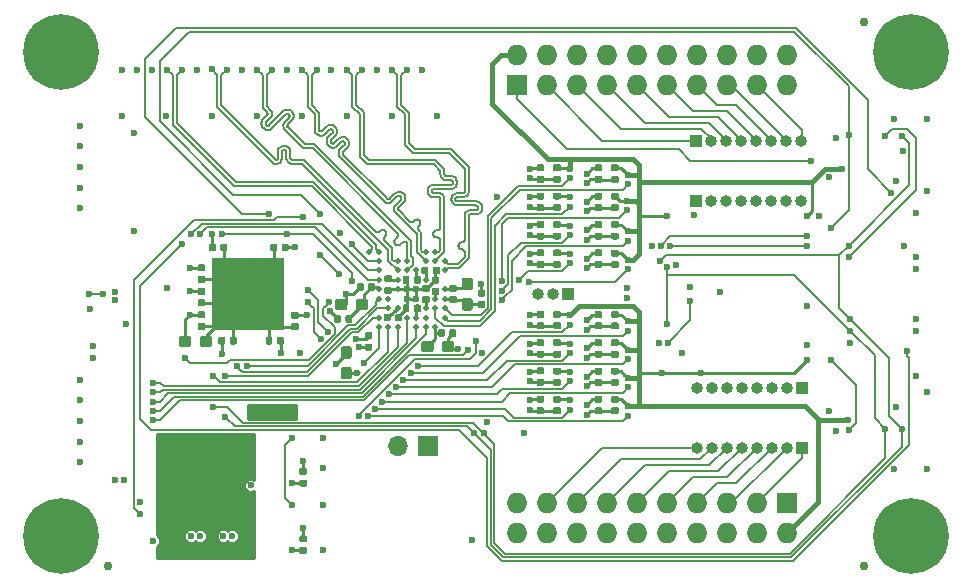
<source format=gbl>
G04 #@! TF.GenerationSoftware,KiCad,Pcbnew,5.0.1*
G04 #@! TF.CreationDate,2019-03-29T02:42:59+09:00*
G04 #@! TF.ProjectId,glasgow,676C6173676F772E6B696361645F7063,rev?*
G04 #@! TF.SameCoordinates,Original*
G04 #@! TF.FileFunction,Copper,L4,Bot,Signal*
G04 #@! TF.FilePolarity,Positive*
%FSLAX46Y46*%
G04 Gerber Fmt 4.6, Leading zero omitted, Abs format (unit mm)*
G04 Created by KiCad (PCBNEW 5.0.1) date 2019-03-29T02:42:59 JST*
%MOMM*%
%LPD*%
G01*
G04 APERTURE LIST*
G04 #@! TA.AperFunction,BGAPad,CuDef*
%ADD10C,0.750000*%
G04 #@! TD*
G04 #@! TA.AperFunction,ComponentPad*
%ADD11O,1.727200X1.727200*%
G04 #@! TD*
G04 #@! TA.AperFunction,ComponentPad*
%ADD12R,1.727200X1.727200*%
G04 #@! TD*
G04 #@! TA.AperFunction,ComponentPad*
%ADD13R,1.000000X1.000000*%
G04 #@! TD*
G04 #@! TA.AperFunction,ComponentPad*
%ADD14O,1.000000X1.000000*%
G04 #@! TD*
G04 #@! TA.AperFunction,Conductor*
%ADD15C,0.100000*%
G04 #@! TD*
G04 #@! TA.AperFunction,SMDPad,CuDef*
%ADD16C,0.590000*%
G04 #@! TD*
G04 #@! TA.AperFunction,SMDPad,CuDef*
%ADD17C,0.950000*%
G04 #@! TD*
G04 #@! TA.AperFunction,ViaPad*
%ADD18C,0.600000*%
G04 #@! TD*
G04 #@! TA.AperFunction,Conductor*
%ADD19R,6.100000X6.100000*%
G04 #@! TD*
G04 #@! TA.AperFunction,Conductor*
%ADD20R,2.800000X2.540000*%
G04 #@! TD*
G04 #@! TA.AperFunction,ComponentPad*
%ADD21C,0.600000*%
G04 #@! TD*
G04 #@! TA.AperFunction,ComponentPad*
%ADD22O,1.700000X1.700000*%
G04 #@! TD*
G04 #@! TA.AperFunction,ComponentPad*
%ADD23R,1.700000X1.700000*%
G04 #@! TD*
G04 #@! TA.AperFunction,ComponentPad*
%ADD24C,6.400000*%
G04 #@! TD*
G04 #@! TA.AperFunction,ViaPad*
%ADD25C,0.500000*%
G04 #@! TD*
G04 #@! TA.AperFunction,Conductor*
%ADD26C,0.150000*%
G04 #@! TD*
G04 #@! TA.AperFunction,Conductor*
%ADD27C,0.250000*%
G04 #@! TD*
G04 #@! TA.AperFunction,Conductor*
%ADD28C,0.450000*%
G04 #@! TD*
G04 #@! TA.AperFunction,Conductor*
%ADD29C,0.190000*%
G04 #@! TD*
G04 #@! TA.AperFunction,Conductor*
%ADD30C,0.254000*%
G04 #@! TD*
G04 APERTURE END LIST*
D10*
G04 #@! TO.P,FID6,~*
G04 #@! TO.N,N/C*
X122000000Y-118500000D03*
G04 #@! TD*
D11*
G04 #@! TO.P,J2,20*
G04 #@! TO.N,GND*
X115430000Y-75230000D03*
G04 #@! TO.P,J2,19*
G04 #@! TO.N,Net-(J2-Pad19)*
X115430000Y-77770000D03*
G04 #@! TO.P,J2,18*
G04 #@! TO.N,GND*
X112890000Y-75230000D03*
G04 #@! TO.P,J2,17*
G04 #@! TO.N,/IO_Banks/IO_Buffer_A/Z7*
X112890000Y-77770000D03*
G04 #@! TO.P,J2,16*
G04 #@! TO.N,GND*
X110350000Y-75230000D03*
G04 #@! TO.P,J2,15*
G04 #@! TO.N,/IO_Banks/IO_Buffer_A/Z6*
X110350000Y-77770000D03*
G04 #@! TO.P,J2,14*
G04 #@! TO.N,GND*
X107810000Y-75230000D03*
G04 #@! TO.P,J2,13*
G04 #@! TO.N,/IO_Banks/IO_Buffer_A/Z5*
X107810000Y-77770000D03*
G04 #@! TO.P,J2,12*
G04 #@! TO.N,GND*
X105270000Y-75230000D03*
G04 #@! TO.P,J2,11*
G04 #@! TO.N,/IO_Banks/IO_Buffer_A/Z4*
X105270000Y-77770000D03*
G04 #@! TO.P,J2,10*
G04 #@! TO.N,GND*
X102730000Y-75230000D03*
G04 #@! TO.P,J2,9*
G04 #@! TO.N,/IO_Banks/IO_Buffer_A/Z3*
X102730000Y-77770000D03*
G04 #@! TO.P,J2,8*
G04 #@! TO.N,GND*
X100190000Y-75230000D03*
G04 #@! TO.P,J2,7*
G04 #@! TO.N,/IO_Banks/IO_Buffer_A/Z2*
X100190000Y-77770000D03*
G04 #@! TO.P,J2,6*
G04 #@! TO.N,GND*
X97650000Y-75230000D03*
G04 #@! TO.P,J2,5*
G04 #@! TO.N,/IO_Banks/IO_Buffer_A/Z1*
X97650000Y-77770000D03*
G04 #@! TO.P,J2,4*
G04 #@! TO.N,GND*
X95110000Y-75230000D03*
G04 #@! TO.P,J2,3*
G04 #@! TO.N,/IO_Banks/IO_Buffer_A/Z0*
X95110000Y-77770000D03*
G04 #@! TO.P,J2,2*
G04 #@! TO.N,/IO_Banks/VIOA*
X92570000Y-75230000D03*
D12*
G04 #@! TO.P,J2,1*
G04 #@! TO.N,/IO_Banks/IO_Buffer_A/VSENSE*
X92570000Y-77770000D03*
G04 #@! TD*
G04 #@! TO.P,J3,1*
G04 #@! TO.N,/IO_Banks/IO_Buffer_B/VSENSE*
X115430000Y-113230000D03*
D11*
G04 #@! TO.P,J3,2*
G04 #@! TO.N,/IO_Banks/VIOB*
X115430000Y-115770000D03*
G04 #@! TO.P,J3,3*
G04 #@! TO.N,/IO_Banks/IO_Buffer_B/Z0*
X112890000Y-113230000D03*
G04 #@! TO.P,J3,4*
G04 #@! TO.N,GND*
X112890000Y-115770000D03*
G04 #@! TO.P,J3,5*
G04 #@! TO.N,/IO_Banks/IO_Buffer_B/Z1*
X110350000Y-113230000D03*
G04 #@! TO.P,J3,6*
G04 #@! TO.N,GND*
X110350000Y-115770000D03*
G04 #@! TO.P,J3,7*
G04 #@! TO.N,/IO_Banks/IO_Buffer_B/Z2*
X107810000Y-113230000D03*
G04 #@! TO.P,J3,8*
G04 #@! TO.N,GND*
X107810000Y-115770000D03*
G04 #@! TO.P,J3,9*
G04 #@! TO.N,/IO_Banks/IO_Buffer_B/Z3*
X105270000Y-113230000D03*
G04 #@! TO.P,J3,10*
G04 #@! TO.N,GND*
X105270000Y-115770000D03*
G04 #@! TO.P,J3,11*
G04 #@! TO.N,/IO_Banks/IO_Buffer_B/Z4*
X102730000Y-113230000D03*
G04 #@! TO.P,J3,12*
G04 #@! TO.N,GND*
X102730000Y-115770000D03*
G04 #@! TO.P,J3,13*
G04 #@! TO.N,/IO_Banks/IO_Buffer_B/Z5*
X100190000Y-113230000D03*
G04 #@! TO.P,J3,14*
G04 #@! TO.N,GND*
X100190000Y-115770000D03*
G04 #@! TO.P,J3,15*
G04 #@! TO.N,/IO_Banks/IO_Buffer_B/Z6*
X97650000Y-113230000D03*
G04 #@! TO.P,J3,16*
G04 #@! TO.N,GND*
X97650000Y-115770000D03*
G04 #@! TO.P,J3,17*
G04 #@! TO.N,/IO_Banks/IO_Buffer_B/Z7*
X95110000Y-113230000D03*
G04 #@! TO.P,J3,18*
G04 #@! TO.N,GND*
X95110000Y-115770000D03*
G04 #@! TO.P,J3,19*
G04 #@! TO.N,Net-(J3-Pad19)*
X92570000Y-113230000D03*
G04 #@! TO.P,J3,20*
G04 #@! TO.N,GND*
X92570000Y-115770000D03*
G04 #@! TD*
D13*
G04 #@! TO.P,J9,1*
G04 #@! TO.N,Net-(J9-Pad1)*
X107800000Y-87600000D03*
D14*
G04 #@! TO.P,J9,2*
G04 #@! TO.N,Net-(J9-Pad2)*
X109070000Y-87600000D03*
G04 #@! TO.P,J9,3*
G04 #@! TO.N,Net-(J9-Pad3)*
X110340000Y-87600000D03*
G04 #@! TO.P,J9,4*
G04 #@! TO.N,Net-(J9-Pad4)*
X111610000Y-87600000D03*
G04 #@! TO.P,J9,5*
G04 #@! TO.N,Net-(J9-Pad5)*
X112880000Y-87600000D03*
G04 #@! TO.P,J9,6*
G04 #@! TO.N,Net-(J9-Pad6)*
X114150000Y-87600000D03*
G04 #@! TO.P,J9,7*
G04 #@! TO.N,Net-(J9-Pad7)*
X115420000Y-87600000D03*
G04 #@! TO.P,J9,8*
G04 #@! TO.N,Net-(J9-Pad8)*
X116690000Y-87600000D03*
G04 #@! TD*
G04 #@! TO.P,J6,8*
G04 #@! TO.N,/IO_Banks/IO_Buffer_B/Z7*
X107810000Y-108500000D03*
G04 #@! TO.P,J6,7*
G04 #@! TO.N,/IO_Banks/IO_Buffer_B/Z6*
X109080000Y-108500000D03*
G04 #@! TO.P,J6,6*
G04 #@! TO.N,/IO_Banks/IO_Buffer_B/Z5*
X110350000Y-108500000D03*
G04 #@! TO.P,J6,5*
G04 #@! TO.N,/IO_Banks/IO_Buffer_B/Z4*
X111620000Y-108500000D03*
G04 #@! TO.P,J6,4*
G04 #@! TO.N,/IO_Banks/IO_Buffer_B/Z3*
X112890000Y-108500000D03*
G04 #@! TO.P,J6,3*
G04 #@! TO.N,/IO_Banks/IO_Buffer_B/Z2*
X114160000Y-108500000D03*
G04 #@! TO.P,J6,2*
G04 #@! TO.N,/IO_Banks/IO_Buffer_B/Z1*
X115430000Y-108500000D03*
D13*
G04 #@! TO.P,J6,1*
G04 #@! TO.N,/IO_Banks/IO_Buffer_B/Z0*
X116700000Y-108500000D03*
G04 #@! TD*
G04 #@! TO.P,J7,1*
G04 #@! TO.N,Net-(J7-Pad1)*
X116700000Y-103420000D03*
D14*
G04 #@! TO.P,J7,2*
G04 #@! TO.N,Net-(J7-Pad2)*
X115430000Y-103420000D03*
G04 #@! TO.P,J7,3*
G04 #@! TO.N,Net-(J7-Pad3)*
X114160000Y-103420000D03*
G04 #@! TO.P,J7,4*
G04 #@! TO.N,Net-(J7-Pad4)*
X112890000Y-103420000D03*
G04 #@! TO.P,J7,5*
G04 #@! TO.N,Net-(J7-Pad5)*
X111620000Y-103420000D03*
G04 #@! TO.P,J7,6*
G04 #@! TO.N,Net-(J7-Pad6)*
X110350000Y-103420000D03*
G04 #@! TO.P,J7,7*
G04 #@! TO.N,Net-(J7-Pad7)*
X109080000Y-103420000D03*
G04 #@! TO.P,J7,8*
G04 #@! TO.N,Net-(J7-Pad8)*
X107810000Y-103420000D03*
G04 #@! TD*
G04 #@! TO.P,J8,8*
G04 #@! TO.N,/IO_Banks/IO_Buffer_A/Z7*
X116690000Y-82500000D03*
G04 #@! TO.P,J8,7*
G04 #@! TO.N,/IO_Banks/IO_Buffer_A/Z6*
X115420000Y-82500000D03*
G04 #@! TO.P,J8,6*
G04 #@! TO.N,/IO_Banks/IO_Buffer_A/Z5*
X114150000Y-82500000D03*
G04 #@! TO.P,J8,5*
G04 #@! TO.N,/IO_Banks/IO_Buffer_A/Z4*
X112880000Y-82500000D03*
G04 #@! TO.P,J8,4*
G04 #@! TO.N,/IO_Banks/IO_Buffer_A/Z3*
X111610000Y-82500000D03*
G04 #@! TO.P,J8,3*
G04 #@! TO.N,/IO_Banks/IO_Buffer_A/Z2*
X110340000Y-82500000D03*
G04 #@! TO.P,J8,2*
G04 #@! TO.N,/IO_Banks/IO_Buffer_A/Z1*
X109070000Y-82500000D03*
D13*
G04 #@! TO.P,J8,1*
G04 #@! TO.N,/IO_Banks/IO_Buffer_A/Z0*
X107800000Y-82500000D03*
G04 #@! TD*
G04 #@! TO.P,J10,1*
G04 #@! TO.N,GND*
X96900000Y-95500000D03*
D14*
G04 #@! TO.P,J10,2*
G04 #@! TO.N,Net-(J10-Pad2)*
X95630000Y-95500000D03*
G04 #@! TO.P,J10,3*
G04 #@! TO.N,Net-(J10-Pad3)*
X94360000Y-95500000D03*
G04 #@! TD*
D15*
G04 #@! TO.N,GND*
G04 #@! TO.C,C41*
G36*
X96186958Y-92690710D02*
X96201276Y-92692834D01*
X96215317Y-92696351D01*
X96228946Y-92701228D01*
X96242031Y-92707417D01*
X96254447Y-92714858D01*
X96266073Y-92723481D01*
X96276798Y-92733202D01*
X96286519Y-92743927D01*
X96295142Y-92755553D01*
X96302583Y-92767969D01*
X96308772Y-92781054D01*
X96313649Y-92794683D01*
X96317166Y-92808724D01*
X96319290Y-92823042D01*
X96320000Y-92837500D01*
X96320000Y-93132500D01*
X96319290Y-93146958D01*
X96317166Y-93161276D01*
X96313649Y-93175317D01*
X96308772Y-93188946D01*
X96302583Y-93202031D01*
X96295142Y-93214447D01*
X96286519Y-93226073D01*
X96276798Y-93236798D01*
X96266073Y-93246519D01*
X96254447Y-93255142D01*
X96242031Y-93262583D01*
X96228946Y-93268772D01*
X96215317Y-93273649D01*
X96201276Y-93277166D01*
X96186958Y-93279290D01*
X96172500Y-93280000D01*
X95827500Y-93280000D01*
X95813042Y-93279290D01*
X95798724Y-93277166D01*
X95784683Y-93273649D01*
X95771054Y-93268772D01*
X95757969Y-93262583D01*
X95745553Y-93255142D01*
X95733927Y-93246519D01*
X95723202Y-93236798D01*
X95713481Y-93226073D01*
X95704858Y-93214447D01*
X95697417Y-93202031D01*
X95691228Y-93188946D01*
X95686351Y-93175317D01*
X95682834Y-93161276D01*
X95680710Y-93146958D01*
X95680000Y-93132500D01*
X95680000Y-92837500D01*
X95680710Y-92823042D01*
X95682834Y-92808724D01*
X95686351Y-92794683D01*
X95691228Y-92781054D01*
X95697417Y-92767969D01*
X95704858Y-92755553D01*
X95713481Y-92743927D01*
X95723202Y-92733202D01*
X95733927Y-92723481D01*
X95745553Y-92714858D01*
X95757969Y-92707417D01*
X95771054Y-92701228D01*
X95784683Y-92696351D01*
X95798724Y-92692834D01*
X95813042Y-92690710D01*
X95827500Y-92690000D01*
X96172500Y-92690000D01*
X96186958Y-92690710D01*
X96186958Y-92690710D01*
G37*
D16*
G04 #@! TD*
G04 #@! TO.P,C41,2*
G04 #@! TO.N,GND*
X96000000Y-92985000D03*
D15*
G04 #@! TO.N,/IO_Banks/VIOA*
G04 #@! TO.C,C41*
G36*
X96186958Y-91720710D02*
X96201276Y-91722834D01*
X96215317Y-91726351D01*
X96228946Y-91731228D01*
X96242031Y-91737417D01*
X96254447Y-91744858D01*
X96266073Y-91753481D01*
X96276798Y-91763202D01*
X96286519Y-91773927D01*
X96295142Y-91785553D01*
X96302583Y-91797969D01*
X96308772Y-91811054D01*
X96313649Y-91824683D01*
X96317166Y-91838724D01*
X96319290Y-91853042D01*
X96320000Y-91867500D01*
X96320000Y-92162500D01*
X96319290Y-92176958D01*
X96317166Y-92191276D01*
X96313649Y-92205317D01*
X96308772Y-92218946D01*
X96302583Y-92232031D01*
X96295142Y-92244447D01*
X96286519Y-92256073D01*
X96276798Y-92266798D01*
X96266073Y-92276519D01*
X96254447Y-92285142D01*
X96242031Y-92292583D01*
X96228946Y-92298772D01*
X96215317Y-92303649D01*
X96201276Y-92307166D01*
X96186958Y-92309290D01*
X96172500Y-92310000D01*
X95827500Y-92310000D01*
X95813042Y-92309290D01*
X95798724Y-92307166D01*
X95784683Y-92303649D01*
X95771054Y-92298772D01*
X95757969Y-92292583D01*
X95745553Y-92285142D01*
X95733927Y-92276519D01*
X95723202Y-92266798D01*
X95713481Y-92256073D01*
X95704858Y-92244447D01*
X95697417Y-92232031D01*
X95691228Y-92218946D01*
X95686351Y-92205317D01*
X95682834Y-92191276D01*
X95680710Y-92176958D01*
X95680000Y-92162500D01*
X95680000Y-91867500D01*
X95680710Y-91853042D01*
X95682834Y-91838724D01*
X95686351Y-91824683D01*
X95691228Y-91811054D01*
X95697417Y-91797969D01*
X95704858Y-91785553D01*
X95713481Y-91773927D01*
X95723202Y-91763202D01*
X95733927Y-91753481D01*
X95745553Y-91744858D01*
X95757969Y-91737417D01*
X95771054Y-91731228D01*
X95784683Y-91726351D01*
X95798724Y-91722834D01*
X95813042Y-91720710D01*
X95827500Y-91720000D01*
X96172500Y-91720000D01*
X96186958Y-91720710D01*
X96186958Y-91720710D01*
G37*
D16*
G04 #@! TD*
G04 #@! TO.P,C41,1*
G04 #@! TO.N,/IO_Banks/VIOA*
X96000000Y-92015000D03*
D15*
G04 #@! TO.N,+3V3*
G04 #@! TO.C,C47*
G36*
X99686958Y-89320710D02*
X99701276Y-89322834D01*
X99715317Y-89326351D01*
X99728946Y-89331228D01*
X99742031Y-89337417D01*
X99754447Y-89344858D01*
X99766073Y-89353481D01*
X99776798Y-89363202D01*
X99786519Y-89373927D01*
X99795142Y-89385553D01*
X99802583Y-89397969D01*
X99808772Y-89411054D01*
X99813649Y-89424683D01*
X99817166Y-89438724D01*
X99819290Y-89453042D01*
X99820000Y-89467500D01*
X99820000Y-89762500D01*
X99819290Y-89776958D01*
X99817166Y-89791276D01*
X99813649Y-89805317D01*
X99808772Y-89818946D01*
X99802583Y-89832031D01*
X99795142Y-89844447D01*
X99786519Y-89856073D01*
X99776798Y-89866798D01*
X99766073Y-89876519D01*
X99754447Y-89885142D01*
X99742031Y-89892583D01*
X99728946Y-89898772D01*
X99715317Y-89903649D01*
X99701276Y-89907166D01*
X99686958Y-89909290D01*
X99672500Y-89910000D01*
X99327500Y-89910000D01*
X99313042Y-89909290D01*
X99298724Y-89907166D01*
X99284683Y-89903649D01*
X99271054Y-89898772D01*
X99257969Y-89892583D01*
X99245553Y-89885142D01*
X99233927Y-89876519D01*
X99223202Y-89866798D01*
X99213481Y-89856073D01*
X99204858Y-89844447D01*
X99197417Y-89832031D01*
X99191228Y-89818946D01*
X99186351Y-89805317D01*
X99182834Y-89791276D01*
X99180710Y-89776958D01*
X99180000Y-89762500D01*
X99180000Y-89467500D01*
X99180710Y-89453042D01*
X99182834Y-89438724D01*
X99186351Y-89424683D01*
X99191228Y-89411054D01*
X99197417Y-89397969D01*
X99204858Y-89385553D01*
X99213481Y-89373927D01*
X99223202Y-89363202D01*
X99233927Y-89353481D01*
X99245553Y-89344858D01*
X99257969Y-89337417D01*
X99271054Y-89331228D01*
X99284683Y-89326351D01*
X99298724Y-89322834D01*
X99313042Y-89320710D01*
X99327500Y-89320000D01*
X99672500Y-89320000D01*
X99686958Y-89320710D01*
X99686958Y-89320710D01*
G37*
D16*
G04 #@! TD*
G04 #@! TO.P,C47,1*
G04 #@! TO.N,+3V3*
X99500000Y-89615000D03*
D15*
G04 #@! TO.N,GND*
G04 #@! TO.C,C47*
G36*
X99686958Y-90290710D02*
X99701276Y-90292834D01*
X99715317Y-90296351D01*
X99728946Y-90301228D01*
X99742031Y-90307417D01*
X99754447Y-90314858D01*
X99766073Y-90323481D01*
X99776798Y-90333202D01*
X99786519Y-90343927D01*
X99795142Y-90355553D01*
X99802583Y-90367969D01*
X99808772Y-90381054D01*
X99813649Y-90394683D01*
X99817166Y-90408724D01*
X99819290Y-90423042D01*
X99820000Y-90437500D01*
X99820000Y-90732500D01*
X99819290Y-90746958D01*
X99817166Y-90761276D01*
X99813649Y-90775317D01*
X99808772Y-90788946D01*
X99802583Y-90802031D01*
X99795142Y-90814447D01*
X99786519Y-90826073D01*
X99776798Y-90836798D01*
X99766073Y-90846519D01*
X99754447Y-90855142D01*
X99742031Y-90862583D01*
X99728946Y-90868772D01*
X99715317Y-90873649D01*
X99701276Y-90877166D01*
X99686958Y-90879290D01*
X99672500Y-90880000D01*
X99327500Y-90880000D01*
X99313042Y-90879290D01*
X99298724Y-90877166D01*
X99284683Y-90873649D01*
X99271054Y-90868772D01*
X99257969Y-90862583D01*
X99245553Y-90855142D01*
X99233927Y-90846519D01*
X99223202Y-90836798D01*
X99213481Y-90826073D01*
X99204858Y-90814447D01*
X99197417Y-90802031D01*
X99191228Y-90788946D01*
X99186351Y-90775317D01*
X99182834Y-90761276D01*
X99180710Y-90746958D01*
X99180000Y-90732500D01*
X99180000Y-90437500D01*
X99180710Y-90423042D01*
X99182834Y-90408724D01*
X99186351Y-90394683D01*
X99191228Y-90381054D01*
X99197417Y-90367969D01*
X99204858Y-90355553D01*
X99213481Y-90343927D01*
X99223202Y-90333202D01*
X99233927Y-90323481D01*
X99245553Y-90314858D01*
X99257969Y-90307417D01*
X99271054Y-90301228D01*
X99284683Y-90296351D01*
X99298724Y-90292834D01*
X99313042Y-90290710D01*
X99327500Y-90290000D01*
X99672500Y-90290000D01*
X99686958Y-90290710D01*
X99686958Y-90290710D01*
G37*
D16*
G04 #@! TD*
G04 #@! TO.P,C47,2*
G04 #@! TO.N,GND*
X99500000Y-90585000D03*
D15*
G04 #@! TO.N,GND*
G04 #@! TO.C,C43*
G36*
X99686958Y-87890710D02*
X99701276Y-87892834D01*
X99715317Y-87896351D01*
X99728946Y-87901228D01*
X99742031Y-87907417D01*
X99754447Y-87914858D01*
X99766073Y-87923481D01*
X99776798Y-87933202D01*
X99786519Y-87943927D01*
X99795142Y-87955553D01*
X99802583Y-87967969D01*
X99808772Y-87981054D01*
X99813649Y-87994683D01*
X99817166Y-88008724D01*
X99819290Y-88023042D01*
X99820000Y-88037500D01*
X99820000Y-88332500D01*
X99819290Y-88346958D01*
X99817166Y-88361276D01*
X99813649Y-88375317D01*
X99808772Y-88388946D01*
X99802583Y-88402031D01*
X99795142Y-88414447D01*
X99786519Y-88426073D01*
X99776798Y-88436798D01*
X99766073Y-88446519D01*
X99754447Y-88455142D01*
X99742031Y-88462583D01*
X99728946Y-88468772D01*
X99715317Y-88473649D01*
X99701276Y-88477166D01*
X99686958Y-88479290D01*
X99672500Y-88480000D01*
X99327500Y-88480000D01*
X99313042Y-88479290D01*
X99298724Y-88477166D01*
X99284683Y-88473649D01*
X99271054Y-88468772D01*
X99257969Y-88462583D01*
X99245553Y-88455142D01*
X99233927Y-88446519D01*
X99223202Y-88436798D01*
X99213481Y-88426073D01*
X99204858Y-88414447D01*
X99197417Y-88402031D01*
X99191228Y-88388946D01*
X99186351Y-88375317D01*
X99182834Y-88361276D01*
X99180710Y-88346958D01*
X99180000Y-88332500D01*
X99180000Y-88037500D01*
X99180710Y-88023042D01*
X99182834Y-88008724D01*
X99186351Y-87994683D01*
X99191228Y-87981054D01*
X99197417Y-87967969D01*
X99204858Y-87955553D01*
X99213481Y-87943927D01*
X99223202Y-87933202D01*
X99233927Y-87923481D01*
X99245553Y-87914858D01*
X99257969Y-87907417D01*
X99271054Y-87901228D01*
X99284683Y-87896351D01*
X99298724Y-87892834D01*
X99313042Y-87890710D01*
X99327500Y-87890000D01*
X99672500Y-87890000D01*
X99686958Y-87890710D01*
X99686958Y-87890710D01*
G37*
D16*
G04 #@! TD*
G04 #@! TO.P,C43,2*
G04 #@! TO.N,GND*
X99500000Y-88185000D03*
D15*
G04 #@! TO.N,+3V3*
G04 #@! TO.C,C43*
G36*
X99686958Y-86920710D02*
X99701276Y-86922834D01*
X99715317Y-86926351D01*
X99728946Y-86931228D01*
X99742031Y-86937417D01*
X99754447Y-86944858D01*
X99766073Y-86953481D01*
X99776798Y-86963202D01*
X99786519Y-86973927D01*
X99795142Y-86985553D01*
X99802583Y-86997969D01*
X99808772Y-87011054D01*
X99813649Y-87024683D01*
X99817166Y-87038724D01*
X99819290Y-87053042D01*
X99820000Y-87067500D01*
X99820000Y-87362500D01*
X99819290Y-87376958D01*
X99817166Y-87391276D01*
X99813649Y-87405317D01*
X99808772Y-87418946D01*
X99802583Y-87432031D01*
X99795142Y-87444447D01*
X99786519Y-87456073D01*
X99776798Y-87466798D01*
X99766073Y-87476519D01*
X99754447Y-87485142D01*
X99742031Y-87492583D01*
X99728946Y-87498772D01*
X99715317Y-87503649D01*
X99701276Y-87507166D01*
X99686958Y-87509290D01*
X99672500Y-87510000D01*
X99327500Y-87510000D01*
X99313042Y-87509290D01*
X99298724Y-87507166D01*
X99284683Y-87503649D01*
X99271054Y-87498772D01*
X99257969Y-87492583D01*
X99245553Y-87485142D01*
X99233927Y-87476519D01*
X99223202Y-87466798D01*
X99213481Y-87456073D01*
X99204858Y-87444447D01*
X99197417Y-87432031D01*
X99191228Y-87418946D01*
X99186351Y-87405317D01*
X99182834Y-87391276D01*
X99180710Y-87376958D01*
X99180000Y-87362500D01*
X99180000Y-87067500D01*
X99180710Y-87053042D01*
X99182834Y-87038724D01*
X99186351Y-87024683D01*
X99191228Y-87011054D01*
X99197417Y-86997969D01*
X99204858Y-86985553D01*
X99213481Y-86973927D01*
X99223202Y-86963202D01*
X99233927Y-86953481D01*
X99245553Y-86944858D01*
X99257969Y-86937417D01*
X99271054Y-86931228D01*
X99284683Y-86926351D01*
X99298724Y-86922834D01*
X99313042Y-86920710D01*
X99327500Y-86920000D01*
X99672500Y-86920000D01*
X99686958Y-86920710D01*
X99686958Y-86920710D01*
G37*
D16*
G04 #@! TD*
G04 #@! TO.P,C43,1*
G04 #@! TO.N,+3V3*
X99500000Y-87215000D03*
D15*
G04 #@! TO.N,+3V3*
G04 #@! TO.C,C42*
G36*
X99686958Y-84520710D02*
X99701276Y-84522834D01*
X99715317Y-84526351D01*
X99728946Y-84531228D01*
X99742031Y-84537417D01*
X99754447Y-84544858D01*
X99766073Y-84553481D01*
X99776798Y-84563202D01*
X99786519Y-84573927D01*
X99795142Y-84585553D01*
X99802583Y-84597969D01*
X99808772Y-84611054D01*
X99813649Y-84624683D01*
X99817166Y-84638724D01*
X99819290Y-84653042D01*
X99820000Y-84667500D01*
X99820000Y-84962500D01*
X99819290Y-84976958D01*
X99817166Y-84991276D01*
X99813649Y-85005317D01*
X99808772Y-85018946D01*
X99802583Y-85032031D01*
X99795142Y-85044447D01*
X99786519Y-85056073D01*
X99776798Y-85066798D01*
X99766073Y-85076519D01*
X99754447Y-85085142D01*
X99742031Y-85092583D01*
X99728946Y-85098772D01*
X99715317Y-85103649D01*
X99701276Y-85107166D01*
X99686958Y-85109290D01*
X99672500Y-85110000D01*
X99327500Y-85110000D01*
X99313042Y-85109290D01*
X99298724Y-85107166D01*
X99284683Y-85103649D01*
X99271054Y-85098772D01*
X99257969Y-85092583D01*
X99245553Y-85085142D01*
X99233927Y-85076519D01*
X99223202Y-85066798D01*
X99213481Y-85056073D01*
X99204858Y-85044447D01*
X99197417Y-85032031D01*
X99191228Y-85018946D01*
X99186351Y-85005317D01*
X99182834Y-84991276D01*
X99180710Y-84976958D01*
X99180000Y-84962500D01*
X99180000Y-84667500D01*
X99180710Y-84653042D01*
X99182834Y-84638724D01*
X99186351Y-84624683D01*
X99191228Y-84611054D01*
X99197417Y-84597969D01*
X99204858Y-84585553D01*
X99213481Y-84573927D01*
X99223202Y-84563202D01*
X99233927Y-84553481D01*
X99245553Y-84544858D01*
X99257969Y-84537417D01*
X99271054Y-84531228D01*
X99284683Y-84526351D01*
X99298724Y-84522834D01*
X99313042Y-84520710D01*
X99327500Y-84520000D01*
X99672500Y-84520000D01*
X99686958Y-84520710D01*
X99686958Y-84520710D01*
G37*
D16*
G04 #@! TD*
G04 #@! TO.P,C42,1*
G04 #@! TO.N,+3V3*
X99500000Y-84815000D03*
D15*
G04 #@! TO.N,GND*
G04 #@! TO.C,C42*
G36*
X99686958Y-85490710D02*
X99701276Y-85492834D01*
X99715317Y-85496351D01*
X99728946Y-85501228D01*
X99742031Y-85507417D01*
X99754447Y-85514858D01*
X99766073Y-85523481D01*
X99776798Y-85533202D01*
X99786519Y-85543927D01*
X99795142Y-85555553D01*
X99802583Y-85567969D01*
X99808772Y-85581054D01*
X99813649Y-85594683D01*
X99817166Y-85608724D01*
X99819290Y-85623042D01*
X99820000Y-85637500D01*
X99820000Y-85932500D01*
X99819290Y-85946958D01*
X99817166Y-85961276D01*
X99813649Y-85975317D01*
X99808772Y-85988946D01*
X99802583Y-86002031D01*
X99795142Y-86014447D01*
X99786519Y-86026073D01*
X99776798Y-86036798D01*
X99766073Y-86046519D01*
X99754447Y-86055142D01*
X99742031Y-86062583D01*
X99728946Y-86068772D01*
X99715317Y-86073649D01*
X99701276Y-86077166D01*
X99686958Y-86079290D01*
X99672500Y-86080000D01*
X99327500Y-86080000D01*
X99313042Y-86079290D01*
X99298724Y-86077166D01*
X99284683Y-86073649D01*
X99271054Y-86068772D01*
X99257969Y-86062583D01*
X99245553Y-86055142D01*
X99233927Y-86046519D01*
X99223202Y-86036798D01*
X99213481Y-86026073D01*
X99204858Y-86014447D01*
X99197417Y-86002031D01*
X99191228Y-85988946D01*
X99186351Y-85975317D01*
X99182834Y-85961276D01*
X99180710Y-85946958D01*
X99180000Y-85932500D01*
X99180000Y-85637500D01*
X99180710Y-85623042D01*
X99182834Y-85608724D01*
X99186351Y-85594683D01*
X99191228Y-85581054D01*
X99197417Y-85567969D01*
X99204858Y-85555553D01*
X99213481Y-85543927D01*
X99223202Y-85533202D01*
X99233927Y-85523481D01*
X99245553Y-85514858D01*
X99257969Y-85507417D01*
X99271054Y-85501228D01*
X99284683Y-85496351D01*
X99298724Y-85492834D01*
X99313042Y-85490710D01*
X99327500Y-85490000D01*
X99672500Y-85490000D01*
X99686958Y-85490710D01*
X99686958Y-85490710D01*
G37*
D16*
G04 #@! TD*
G04 #@! TO.P,C42,2*
G04 #@! TO.N,GND*
X99500000Y-85785000D03*
D15*
G04 #@! TO.N,GND*
G04 #@! TO.C,C39*
G36*
X96186958Y-87875710D02*
X96201276Y-87877834D01*
X96215317Y-87881351D01*
X96228946Y-87886228D01*
X96242031Y-87892417D01*
X96254447Y-87899858D01*
X96266073Y-87908481D01*
X96276798Y-87918202D01*
X96286519Y-87928927D01*
X96295142Y-87940553D01*
X96302583Y-87952969D01*
X96308772Y-87966054D01*
X96313649Y-87979683D01*
X96317166Y-87993724D01*
X96319290Y-88008042D01*
X96320000Y-88022500D01*
X96320000Y-88317500D01*
X96319290Y-88331958D01*
X96317166Y-88346276D01*
X96313649Y-88360317D01*
X96308772Y-88373946D01*
X96302583Y-88387031D01*
X96295142Y-88399447D01*
X96286519Y-88411073D01*
X96276798Y-88421798D01*
X96266073Y-88431519D01*
X96254447Y-88440142D01*
X96242031Y-88447583D01*
X96228946Y-88453772D01*
X96215317Y-88458649D01*
X96201276Y-88462166D01*
X96186958Y-88464290D01*
X96172500Y-88465000D01*
X95827500Y-88465000D01*
X95813042Y-88464290D01*
X95798724Y-88462166D01*
X95784683Y-88458649D01*
X95771054Y-88453772D01*
X95757969Y-88447583D01*
X95745553Y-88440142D01*
X95733927Y-88431519D01*
X95723202Y-88421798D01*
X95713481Y-88411073D01*
X95704858Y-88399447D01*
X95697417Y-88387031D01*
X95691228Y-88373946D01*
X95686351Y-88360317D01*
X95682834Y-88346276D01*
X95680710Y-88331958D01*
X95680000Y-88317500D01*
X95680000Y-88022500D01*
X95680710Y-88008042D01*
X95682834Y-87993724D01*
X95686351Y-87979683D01*
X95691228Y-87966054D01*
X95697417Y-87952969D01*
X95704858Y-87940553D01*
X95713481Y-87928927D01*
X95723202Y-87918202D01*
X95733927Y-87908481D01*
X95745553Y-87899858D01*
X95757969Y-87892417D01*
X95771054Y-87886228D01*
X95784683Y-87881351D01*
X95798724Y-87877834D01*
X95813042Y-87875710D01*
X95827500Y-87875000D01*
X96172500Y-87875000D01*
X96186958Y-87875710D01*
X96186958Y-87875710D01*
G37*
D16*
G04 #@! TD*
G04 #@! TO.P,C39,2*
G04 #@! TO.N,GND*
X96000000Y-88170000D03*
D15*
G04 #@! TO.N,/IO_Banks/VIOA*
G04 #@! TO.C,C39*
G36*
X96186958Y-86905710D02*
X96201276Y-86907834D01*
X96215317Y-86911351D01*
X96228946Y-86916228D01*
X96242031Y-86922417D01*
X96254447Y-86929858D01*
X96266073Y-86938481D01*
X96276798Y-86948202D01*
X96286519Y-86958927D01*
X96295142Y-86970553D01*
X96302583Y-86982969D01*
X96308772Y-86996054D01*
X96313649Y-87009683D01*
X96317166Y-87023724D01*
X96319290Y-87038042D01*
X96320000Y-87052500D01*
X96320000Y-87347500D01*
X96319290Y-87361958D01*
X96317166Y-87376276D01*
X96313649Y-87390317D01*
X96308772Y-87403946D01*
X96302583Y-87417031D01*
X96295142Y-87429447D01*
X96286519Y-87441073D01*
X96276798Y-87451798D01*
X96266073Y-87461519D01*
X96254447Y-87470142D01*
X96242031Y-87477583D01*
X96228946Y-87483772D01*
X96215317Y-87488649D01*
X96201276Y-87492166D01*
X96186958Y-87494290D01*
X96172500Y-87495000D01*
X95827500Y-87495000D01*
X95813042Y-87494290D01*
X95798724Y-87492166D01*
X95784683Y-87488649D01*
X95771054Y-87483772D01*
X95757969Y-87477583D01*
X95745553Y-87470142D01*
X95733927Y-87461519D01*
X95723202Y-87451798D01*
X95713481Y-87441073D01*
X95704858Y-87429447D01*
X95697417Y-87417031D01*
X95691228Y-87403946D01*
X95686351Y-87390317D01*
X95682834Y-87376276D01*
X95680710Y-87361958D01*
X95680000Y-87347500D01*
X95680000Y-87052500D01*
X95680710Y-87038042D01*
X95682834Y-87023724D01*
X95686351Y-87009683D01*
X95691228Y-86996054D01*
X95697417Y-86982969D01*
X95704858Y-86970553D01*
X95713481Y-86958927D01*
X95723202Y-86948202D01*
X95733927Y-86938481D01*
X95745553Y-86929858D01*
X95757969Y-86922417D01*
X95771054Y-86916228D01*
X95784683Y-86911351D01*
X95798724Y-86907834D01*
X95813042Y-86905710D01*
X95827500Y-86905000D01*
X96172500Y-86905000D01*
X96186958Y-86905710D01*
X96186958Y-86905710D01*
G37*
D16*
G04 #@! TD*
G04 #@! TO.P,C39,1*
G04 #@! TO.N,/IO_Banks/VIOA*
X96000000Y-87200000D03*
D15*
G04 #@! TO.N,+3V3*
G04 #@! TO.C,C36*
G36*
X94786958Y-89320710D02*
X94801276Y-89322834D01*
X94815317Y-89326351D01*
X94828946Y-89331228D01*
X94842031Y-89337417D01*
X94854447Y-89344858D01*
X94866073Y-89353481D01*
X94876798Y-89363202D01*
X94886519Y-89373927D01*
X94895142Y-89385553D01*
X94902583Y-89397969D01*
X94908772Y-89411054D01*
X94913649Y-89424683D01*
X94917166Y-89438724D01*
X94919290Y-89453042D01*
X94920000Y-89467500D01*
X94920000Y-89762500D01*
X94919290Y-89776958D01*
X94917166Y-89791276D01*
X94913649Y-89805317D01*
X94908772Y-89818946D01*
X94902583Y-89832031D01*
X94895142Y-89844447D01*
X94886519Y-89856073D01*
X94876798Y-89866798D01*
X94866073Y-89876519D01*
X94854447Y-89885142D01*
X94842031Y-89892583D01*
X94828946Y-89898772D01*
X94815317Y-89903649D01*
X94801276Y-89907166D01*
X94786958Y-89909290D01*
X94772500Y-89910000D01*
X94427500Y-89910000D01*
X94413042Y-89909290D01*
X94398724Y-89907166D01*
X94384683Y-89903649D01*
X94371054Y-89898772D01*
X94357969Y-89892583D01*
X94345553Y-89885142D01*
X94333927Y-89876519D01*
X94323202Y-89866798D01*
X94313481Y-89856073D01*
X94304858Y-89844447D01*
X94297417Y-89832031D01*
X94291228Y-89818946D01*
X94286351Y-89805317D01*
X94282834Y-89791276D01*
X94280710Y-89776958D01*
X94280000Y-89762500D01*
X94280000Y-89467500D01*
X94280710Y-89453042D01*
X94282834Y-89438724D01*
X94286351Y-89424683D01*
X94291228Y-89411054D01*
X94297417Y-89397969D01*
X94304858Y-89385553D01*
X94313481Y-89373927D01*
X94323202Y-89363202D01*
X94333927Y-89353481D01*
X94345553Y-89344858D01*
X94357969Y-89337417D01*
X94371054Y-89331228D01*
X94384683Y-89326351D01*
X94398724Y-89322834D01*
X94413042Y-89320710D01*
X94427500Y-89320000D01*
X94772500Y-89320000D01*
X94786958Y-89320710D01*
X94786958Y-89320710D01*
G37*
D16*
G04 #@! TD*
G04 #@! TO.P,C36,1*
G04 #@! TO.N,+3V3*
X94600000Y-89615000D03*
D15*
G04 #@! TO.N,GND*
G04 #@! TO.C,C36*
G36*
X94786958Y-90290710D02*
X94801276Y-90292834D01*
X94815317Y-90296351D01*
X94828946Y-90301228D01*
X94842031Y-90307417D01*
X94854447Y-90314858D01*
X94866073Y-90323481D01*
X94876798Y-90333202D01*
X94886519Y-90343927D01*
X94895142Y-90355553D01*
X94902583Y-90367969D01*
X94908772Y-90381054D01*
X94913649Y-90394683D01*
X94917166Y-90408724D01*
X94919290Y-90423042D01*
X94920000Y-90437500D01*
X94920000Y-90732500D01*
X94919290Y-90746958D01*
X94917166Y-90761276D01*
X94913649Y-90775317D01*
X94908772Y-90788946D01*
X94902583Y-90802031D01*
X94895142Y-90814447D01*
X94886519Y-90826073D01*
X94876798Y-90836798D01*
X94866073Y-90846519D01*
X94854447Y-90855142D01*
X94842031Y-90862583D01*
X94828946Y-90868772D01*
X94815317Y-90873649D01*
X94801276Y-90877166D01*
X94786958Y-90879290D01*
X94772500Y-90880000D01*
X94427500Y-90880000D01*
X94413042Y-90879290D01*
X94398724Y-90877166D01*
X94384683Y-90873649D01*
X94371054Y-90868772D01*
X94357969Y-90862583D01*
X94345553Y-90855142D01*
X94333927Y-90846519D01*
X94323202Y-90836798D01*
X94313481Y-90826073D01*
X94304858Y-90814447D01*
X94297417Y-90802031D01*
X94291228Y-90788946D01*
X94286351Y-90775317D01*
X94282834Y-90761276D01*
X94280710Y-90746958D01*
X94280000Y-90732500D01*
X94280000Y-90437500D01*
X94280710Y-90423042D01*
X94282834Y-90408724D01*
X94286351Y-90394683D01*
X94291228Y-90381054D01*
X94297417Y-90367969D01*
X94304858Y-90355553D01*
X94313481Y-90343927D01*
X94323202Y-90333202D01*
X94333927Y-90323481D01*
X94345553Y-90314858D01*
X94357969Y-90307417D01*
X94371054Y-90301228D01*
X94384683Y-90296351D01*
X94398724Y-90292834D01*
X94413042Y-90290710D01*
X94427500Y-90290000D01*
X94772500Y-90290000D01*
X94786958Y-90290710D01*
X94786958Y-90290710D01*
G37*
D16*
G04 #@! TD*
G04 #@! TO.P,C36,2*
G04 #@! TO.N,GND*
X94600000Y-90585000D03*
D15*
G04 #@! TO.N,GND*
G04 #@! TO.C,C37*
G36*
X94786958Y-92690710D02*
X94801276Y-92692834D01*
X94815317Y-92696351D01*
X94828946Y-92701228D01*
X94842031Y-92707417D01*
X94854447Y-92714858D01*
X94866073Y-92723481D01*
X94876798Y-92733202D01*
X94886519Y-92743927D01*
X94895142Y-92755553D01*
X94902583Y-92767969D01*
X94908772Y-92781054D01*
X94913649Y-92794683D01*
X94917166Y-92808724D01*
X94919290Y-92823042D01*
X94920000Y-92837500D01*
X94920000Y-93132500D01*
X94919290Y-93146958D01*
X94917166Y-93161276D01*
X94913649Y-93175317D01*
X94908772Y-93188946D01*
X94902583Y-93202031D01*
X94895142Y-93214447D01*
X94886519Y-93226073D01*
X94876798Y-93236798D01*
X94866073Y-93246519D01*
X94854447Y-93255142D01*
X94842031Y-93262583D01*
X94828946Y-93268772D01*
X94815317Y-93273649D01*
X94801276Y-93277166D01*
X94786958Y-93279290D01*
X94772500Y-93280000D01*
X94427500Y-93280000D01*
X94413042Y-93279290D01*
X94398724Y-93277166D01*
X94384683Y-93273649D01*
X94371054Y-93268772D01*
X94357969Y-93262583D01*
X94345553Y-93255142D01*
X94333927Y-93246519D01*
X94323202Y-93236798D01*
X94313481Y-93226073D01*
X94304858Y-93214447D01*
X94297417Y-93202031D01*
X94291228Y-93188946D01*
X94286351Y-93175317D01*
X94282834Y-93161276D01*
X94280710Y-93146958D01*
X94280000Y-93132500D01*
X94280000Y-92837500D01*
X94280710Y-92823042D01*
X94282834Y-92808724D01*
X94286351Y-92794683D01*
X94291228Y-92781054D01*
X94297417Y-92767969D01*
X94304858Y-92755553D01*
X94313481Y-92743927D01*
X94323202Y-92733202D01*
X94333927Y-92723481D01*
X94345553Y-92714858D01*
X94357969Y-92707417D01*
X94371054Y-92701228D01*
X94384683Y-92696351D01*
X94398724Y-92692834D01*
X94413042Y-92690710D01*
X94427500Y-92690000D01*
X94772500Y-92690000D01*
X94786958Y-92690710D01*
X94786958Y-92690710D01*
G37*
D16*
G04 #@! TD*
G04 #@! TO.P,C37,2*
G04 #@! TO.N,GND*
X94600000Y-92985000D03*
D15*
G04 #@! TO.N,+3V3*
G04 #@! TO.C,C37*
G36*
X94786958Y-91720710D02*
X94801276Y-91722834D01*
X94815317Y-91726351D01*
X94828946Y-91731228D01*
X94842031Y-91737417D01*
X94854447Y-91744858D01*
X94866073Y-91753481D01*
X94876798Y-91763202D01*
X94886519Y-91773927D01*
X94895142Y-91785553D01*
X94902583Y-91797969D01*
X94908772Y-91811054D01*
X94913649Y-91824683D01*
X94917166Y-91838724D01*
X94919290Y-91853042D01*
X94920000Y-91867500D01*
X94920000Y-92162500D01*
X94919290Y-92176958D01*
X94917166Y-92191276D01*
X94913649Y-92205317D01*
X94908772Y-92218946D01*
X94902583Y-92232031D01*
X94895142Y-92244447D01*
X94886519Y-92256073D01*
X94876798Y-92266798D01*
X94866073Y-92276519D01*
X94854447Y-92285142D01*
X94842031Y-92292583D01*
X94828946Y-92298772D01*
X94815317Y-92303649D01*
X94801276Y-92307166D01*
X94786958Y-92309290D01*
X94772500Y-92310000D01*
X94427500Y-92310000D01*
X94413042Y-92309290D01*
X94398724Y-92307166D01*
X94384683Y-92303649D01*
X94371054Y-92298772D01*
X94357969Y-92292583D01*
X94345553Y-92285142D01*
X94333927Y-92276519D01*
X94323202Y-92266798D01*
X94313481Y-92256073D01*
X94304858Y-92244447D01*
X94297417Y-92232031D01*
X94291228Y-92218946D01*
X94286351Y-92205317D01*
X94282834Y-92191276D01*
X94280710Y-92176958D01*
X94280000Y-92162500D01*
X94280000Y-91867500D01*
X94280710Y-91853042D01*
X94282834Y-91838724D01*
X94286351Y-91824683D01*
X94291228Y-91811054D01*
X94297417Y-91797969D01*
X94304858Y-91785553D01*
X94313481Y-91773927D01*
X94323202Y-91763202D01*
X94333927Y-91753481D01*
X94345553Y-91744858D01*
X94357969Y-91737417D01*
X94371054Y-91731228D01*
X94384683Y-91726351D01*
X94398724Y-91722834D01*
X94413042Y-91720710D01*
X94427500Y-91720000D01*
X94772500Y-91720000D01*
X94786958Y-91720710D01*
X94786958Y-91720710D01*
G37*
D16*
G04 #@! TD*
G04 #@! TO.P,C37,1*
G04 #@! TO.N,+3V3*
X94600000Y-92015000D03*
D15*
G04 #@! TO.N,+3V3*
G04 #@! TO.C,C35*
G36*
X94786958Y-86920710D02*
X94801276Y-86922834D01*
X94815317Y-86926351D01*
X94828946Y-86931228D01*
X94842031Y-86937417D01*
X94854447Y-86944858D01*
X94866073Y-86953481D01*
X94876798Y-86963202D01*
X94886519Y-86973927D01*
X94895142Y-86985553D01*
X94902583Y-86997969D01*
X94908772Y-87011054D01*
X94913649Y-87024683D01*
X94917166Y-87038724D01*
X94919290Y-87053042D01*
X94920000Y-87067500D01*
X94920000Y-87362500D01*
X94919290Y-87376958D01*
X94917166Y-87391276D01*
X94913649Y-87405317D01*
X94908772Y-87418946D01*
X94902583Y-87432031D01*
X94895142Y-87444447D01*
X94886519Y-87456073D01*
X94876798Y-87466798D01*
X94866073Y-87476519D01*
X94854447Y-87485142D01*
X94842031Y-87492583D01*
X94828946Y-87498772D01*
X94815317Y-87503649D01*
X94801276Y-87507166D01*
X94786958Y-87509290D01*
X94772500Y-87510000D01*
X94427500Y-87510000D01*
X94413042Y-87509290D01*
X94398724Y-87507166D01*
X94384683Y-87503649D01*
X94371054Y-87498772D01*
X94357969Y-87492583D01*
X94345553Y-87485142D01*
X94333927Y-87476519D01*
X94323202Y-87466798D01*
X94313481Y-87456073D01*
X94304858Y-87444447D01*
X94297417Y-87432031D01*
X94291228Y-87418946D01*
X94286351Y-87405317D01*
X94282834Y-87391276D01*
X94280710Y-87376958D01*
X94280000Y-87362500D01*
X94280000Y-87067500D01*
X94280710Y-87053042D01*
X94282834Y-87038724D01*
X94286351Y-87024683D01*
X94291228Y-87011054D01*
X94297417Y-86997969D01*
X94304858Y-86985553D01*
X94313481Y-86973927D01*
X94323202Y-86963202D01*
X94333927Y-86953481D01*
X94345553Y-86944858D01*
X94357969Y-86937417D01*
X94371054Y-86931228D01*
X94384683Y-86926351D01*
X94398724Y-86922834D01*
X94413042Y-86920710D01*
X94427500Y-86920000D01*
X94772500Y-86920000D01*
X94786958Y-86920710D01*
X94786958Y-86920710D01*
G37*
D16*
G04 #@! TD*
G04 #@! TO.P,C35,1*
G04 #@! TO.N,+3V3*
X94600000Y-87215000D03*
D15*
G04 #@! TO.N,GND*
G04 #@! TO.C,C35*
G36*
X94786958Y-87890710D02*
X94801276Y-87892834D01*
X94815317Y-87896351D01*
X94828946Y-87901228D01*
X94842031Y-87907417D01*
X94854447Y-87914858D01*
X94866073Y-87923481D01*
X94876798Y-87933202D01*
X94886519Y-87943927D01*
X94895142Y-87955553D01*
X94902583Y-87967969D01*
X94908772Y-87981054D01*
X94913649Y-87994683D01*
X94917166Y-88008724D01*
X94919290Y-88023042D01*
X94920000Y-88037500D01*
X94920000Y-88332500D01*
X94919290Y-88346958D01*
X94917166Y-88361276D01*
X94913649Y-88375317D01*
X94908772Y-88388946D01*
X94902583Y-88402031D01*
X94895142Y-88414447D01*
X94886519Y-88426073D01*
X94876798Y-88436798D01*
X94866073Y-88446519D01*
X94854447Y-88455142D01*
X94842031Y-88462583D01*
X94828946Y-88468772D01*
X94815317Y-88473649D01*
X94801276Y-88477166D01*
X94786958Y-88479290D01*
X94772500Y-88480000D01*
X94427500Y-88480000D01*
X94413042Y-88479290D01*
X94398724Y-88477166D01*
X94384683Y-88473649D01*
X94371054Y-88468772D01*
X94357969Y-88462583D01*
X94345553Y-88455142D01*
X94333927Y-88446519D01*
X94323202Y-88436798D01*
X94313481Y-88426073D01*
X94304858Y-88414447D01*
X94297417Y-88402031D01*
X94291228Y-88388946D01*
X94286351Y-88375317D01*
X94282834Y-88361276D01*
X94280710Y-88346958D01*
X94280000Y-88332500D01*
X94280000Y-88037500D01*
X94280710Y-88023042D01*
X94282834Y-88008724D01*
X94286351Y-87994683D01*
X94291228Y-87981054D01*
X94297417Y-87967969D01*
X94304858Y-87955553D01*
X94313481Y-87943927D01*
X94323202Y-87933202D01*
X94333927Y-87923481D01*
X94345553Y-87914858D01*
X94357969Y-87907417D01*
X94371054Y-87901228D01*
X94384683Y-87896351D01*
X94398724Y-87892834D01*
X94413042Y-87890710D01*
X94427500Y-87890000D01*
X94772500Y-87890000D01*
X94786958Y-87890710D01*
X94786958Y-87890710D01*
G37*
D16*
G04 #@! TD*
G04 #@! TO.P,C35,2*
G04 #@! TO.N,GND*
X94600000Y-88185000D03*
D15*
G04 #@! TO.N,+3V3*
G04 #@! TO.C,C19*
G36*
X85335779Y-99476144D02*
X85358834Y-99479563D01*
X85381443Y-99485227D01*
X85403387Y-99493079D01*
X85424457Y-99503044D01*
X85444448Y-99515026D01*
X85463168Y-99528910D01*
X85480438Y-99544562D01*
X85496090Y-99561832D01*
X85509974Y-99580552D01*
X85521956Y-99600543D01*
X85531921Y-99621613D01*
X85539773Y-99643557D01*
X85545437Y-99666166D01*
X85548856Y-99689221D01*
X85550000Y-99712500D01*
X85550000Y-100187500D01*
X85548856Y-100210779D01*
X85545437Y-100233834D01*
X85539773Y-100256443D01*
X85531921Y-100278387D01*
X85521956Y-100299457D01*
X85509974Y-100319448D01*
X85496090Y-100338168D01*
X85480438Y-100355438D01*
X85463168Y-100371090D01*
X85444448Y-100384974D01*
X85424457Y-100396956D01*
X85403387Y-100406921D01*
X85381443Y-100414773D01*
X85358834Y-100420437D01*
X85335779Y-100423856D01*
X85312500Y-100425000D01*
X84737500Y-100425000D01*
X84714221Y-100423856D01*
X84691166Y-100420437D01*
X84668557Y-100414773D01*
X84646613Y-100406921D01*
X84625543Y-100396956D01*
X84605552Y-100384974D01*
X84586832Y-100371090D01*
X84569562Y-100355438D01*
X84553910Y-100338168D01*
X84540026Y-100319448D01*
X84528044Y-100299457D01*
X84518079Y-100278387D01*
X84510227Y-100256443D01*
X84504563Y-100233834D01*
X84501144Y-100210779D01*
X84500000Y-100187500D01*
X84500000Y-99712500D01*
X84501144Y-99689221D01*
X84504563Y-99666166D01*
X84510227Y-99643557D01*
X84518079Y-99621613D01*
X84528044Y-99600543D01*
X84540026Y-99580552D01*
X84553910Y-99561832D01*
X84569562Y-99544562D01*
X84586832Y-99528910D01*
X84605552Y-99515026D01*
X84625543Y-99503044D01*
X84646613Y-99493079D01*
X84668557Y-99485227D01*
X84691166Y-99479563D01*
X84714221Y-99476144D01*
X84737500Y-99475000D01*
X85312500Y-99475000D01*
X85335779Y-99476144D01*
X85335779Y-99476144D01*
G37*
D17*
G04 #@! TD*
G04 #@! TO.P,C19,1*
G04 #@! TO.N,+3V3*
X85025000Y-99950000D03*
D15*
G04 #@! TO.N,GND*
G04 #@! TO.C,C19*
G36*
X87085779Y-99476144D02*
X87108834Y-99479563D01*
X87131443Y-99485227D01*
X87153387Y-99493079D01*
X87174457Y-99503044D01*
X87194448Y-99515026D01*
X87213168Y-99528910D01*
X87230438Y-99544562D01*
X87246090Y-99561832D01*
X87259974Y-99580552D01*
X87271956Y-99600543D01*
X87281921Y-99621613D01*
X87289773Y-99643557D01*
X87295437Y-99666166D01*
X87298856Y-99689221D01*
X87300000Y-99712500D01*
X87300000Y-100187500D01*
X87298856Y-100210779D01*
X87295437Y-100233834D01*
X87289773Y-100256443D01*
X87281921Y-100278387D01*
X87271956Y-100299457D01*
X87259974Y-100319448D01*
X87246090Y-100338168D01*
X87230438Y-100355438D01*
X87213168Y-100371090D01*
X87194448Y-100384974D01*
X87174457Y-100396956D01*
X87153387Y-100406921D01*
X87131443Y-100414773D01*
X87108834Y-100420437D01*
X87085779Y-100423856D01*
X87062500Y-100425000D01*
X86487500Y-100425000D01*
X86464221Y-100423856D01*
X86441166Y-100420437D01*
X86418557Y-100414773D01*
X86396613Y-100406921D01*
X86375543Y-100396956D01*
X86355552Y-100384974D01*
X86336832Y-100371090D01*
X86319562Y-100355438D01*
X86303910Y-100338168D01*
X86290026Y-100319448D01*
X86278044Y-100299457D01*
X86268079Y-100278387D01*
X86260227Y-100256443D01*
X86254563Y-100233834D01*
X86251144Y-100210779D01*
X86250000Y-100187500D01*
X86250000Y-99712500D01*
X86251144Y-99689221D01*
X86254563Y-99666166D01*
X86260227Y-99643557D01*
X86268079Y-99621613D01*
X86278044Y-99600543D01*
X86290026Y-99580552D01*
X86303910Y-99561832D01*
X86319562Y-99544562D01*
X86336832Y-99528910D01*
X86355552Y-99515026D01*
X86375543Y-99503044D01*
X86396613Y-99493079D01*
X86418557Y-99485227D01*
X86441166Y-99479563D01*
X86464221Y-99476144D01*
X86487500Y-99475000D01*
X87062500Y-99475000D01*
X87085779Y-99476144D01*
X87085779Y-99476144D01*
G37*
D17*
G04 #@! TD*
G04 #@! TO.P,C19,2*
G04 #@! TO.N,GND*
X86775000Y-99950000D03*
D15*
G04 #@! TO.N,GND*
G04 #@! TO.C,C34*
G36*
X94786958Y-85490710D02*
X94801276Y-85492834D01*
X94815317Y-85496351D01*
X94828946Y-85501228D01*
X94842031Y-85507417D01*
X94854447Y-85514858D01*
X94866073Y-85523481D01*
X94876798Y-85533202D01*
X94886519Y-85543927D01*
X94895142Y-85555553D01*
X94902583Y-85567969D01*
X94908772Y-85581054D01*
X94913649Y-85594683D01*
X94917166Y-85608724D01*
X94919290Y-85623042D01*
X94920000Y-85637500D01*
X94920000Y-85932500D01*
X94919290Y-85946958D01*
X94917166Y-85961276D01*
X94913649Y-85975317D01*
X94908772Y-85988946D01*
X94902583Y-86002031D01*
X94895142Y-86014447D01*
X94886519Y-86026073D01*
X94876798Y-86036798D01*
X94866073Y-86046519D01*
X94854447Y-86055142D01*
X94842031Y-86062583D01*
X94828946Y-86068772D01*
X94815317Y-86073649D01*
X94801276Y-86077166D01*
X94786958Y-86079290D01*
X94772500Y-86080000D01*
X94427500Y-86080000D01*
X94413042Y-86079290D01*
X94398724Y-86077166D01*
X94384683Y-86073649D01*
X94371054Y-86068772D01*
X94357969Y-86062583D01*
X94345553Y-86055142D01*
X94333927Y-86046519D01*
X94323202Y-86036798D01*
X94313481Y-86026073D01*
X94304858Y-86014447D01*
X94297417Y-86002031D01*
X94291228Y-85988946D01*
X94286351Y-85975317D01*
X94282834Y-85961276D01*
X94280710Y-85946958D01*
X94280000Y-85932500D01*
X94280000Y-85637500D01*
X94280710Y-85623042D01*
X94282834Y-85608724D01*
X94286351Y-85594683D01*
X94291228Y-85581054D01*
X94297417Y-85567969D01*
X94304858Y-85555553D01*
X94313481Y-85543927D01*
X94323202Y-85533202D01*
X94333927Y-85523481D01*
X94345553Y-85514858D01*
X94357969Y-85507417D01*
X94371054Y-85501228D01*
X94384683Y-85496351D01*
X94398724Y-85492834D01*
X94413042Y-85490710D01*
X94427500Y-85490000D01*
X94772500Y-85490000D01*
X94786958Y-85490710D01*
X94786958Y-85490710D01*
G37*
D16*
G04 #@! TD*
G04 #@! TO.P,C34,2*
G04 #@! TO.N,GND*
X94600000Y-85785000D03*
D15*
G04 #@! TO.N,+3V3*
G04 #@! TO.C,C34*
G36*
X94786958Y-84520710D02*
X94801276Y-84522834D01*
X94815317Y-84526351D01*
X94828946Y-84531228D01*
X94842031Y-84537417D01*
X94854447Y-84544858D01*
X94866073Y-84553481D01*
X94876798Y-84563202D01*
X94886519Y-84573927D01*
X94895142Y-84585553D01*
X94902583Y-84597969D01*
X94908772Y-84611054D01*
X94913649Y-84624683D01*
X94917166Y-84638724D01*
X94919290Y-84653042D01*
X94920000Y-84667500D01*
X94920000Y-84962500D01*
X94919290Y-84976958D01*
X94917166Y-84991276D01*
X94913649Y-85005317D01*
X94908772Y-85018946D01*
X94902583Y-85032031D01*
X94895142Y-85044447D01*
X94886519Y-85056073D01*
X94876798Y-85066798D01*
X94866073Y-85076519D01*
X94854447Y-85085142D01*
X94842031Y-85092583D01*
X94828946Y-85098772D01*
X94815317Y-85103649D01*
X94801276Y-85107166D01*
X94786958Y-85109290D01*
X94772500Y-85110000D01*
X94427500Y-85110000D01*
X94413042Y-85109290D01*
X94398724Y-85107166D01*
X94384683Y-85103649D01*
X94371054Y-85098772D01*
X94357969Y-85092583D01*
X94345553Y-85085142D01*
X94333927Y-85076519D01*
X94323202Y-85066798D01*
X94313481Y-85056073D01*
X94304858Y-85044447D01*
X94297417Y-85032031D01*
X94291228Y-85018946D01*
X94286351Y-85005317D01*
X94282834Y-84991276D01*
X94280710Y-84976958D01*
X94280000Y-84962500D01*
X94280000Y-84667500D01*
X94280710Y-84653042D01*
X94282834Y-84638724D01*
X94286351Y-84624683D01*
X94291228Y-84611054D01*
X94297417Y-84597969D01*
X94304858Y-84585553D01*
X94313481Y-84573927D01*
X94323202Y-84563202D01*
X94333927Y-84553481D01*
X94345553Y-84544858D01*
X94357969Y-84537417D01*
X94371054Y-84531228D01*
X94384683Y-84526351D01*
X94398724Y-84522834D01*
X94413042Y-84520710D01*
X94427500Y-84520000D01*
X94772500Y-84520000D01*
X94786958Y-84520710D01*
X94786958Y-84520710D01*
G37*
D16*
G04 #@! TD*
G04 #@! TO.P,C34,1*
G04 #@! TO.N,+3V3*
X94600000Y-84815000D03*
D15*
G04 #@! TO.N,GND*
G04 #@! TO.C,C38*
G36*
X96186958Y-85490710D02*
X96201276Y-85492834D01*
X96215317Y-85496351D01*
X96228946Y-85501228D01*
X96242031Y-85507417D01*
X96254447Y-85514858D01*
X96266073Y-85523481D01*
X96276798Y-85533202D01*
X96286519Y-85543927D01*
X96295142Y-85555553D01*
X96302583Y-85567969D01*
X96308772Y-85581054D01*
X96313649Y-85594683D01*
X96317166Y-85608724D01*
X96319290Y-85623042D01*
X96320000Y-85637500D01*
X96320000Y-85932500D01*
X96319290Y-85946958D01*
X96317166Y-85961276D01*
X96313649Y-85975317D01*
X96308772Y-85988946D01*
X96302583Y-86002031D01*
X96295142Y-86014447D01*
X96286519Y-86026073D01*
X96276798Y-86036798D01*
X96266073Y-86046519D01*
X96254447Y-86055142D01*
X96242031Y-86062583D01*
X96228946Y-86068772D01*
X96215317Y-86073649D01*
X96201276Y-86077166D01*
X96186958Y-86079290D01*
X96172500Y-86080000D01*
X95827500Y-86080000D01*
X95813042Y-86079290D01*
X95798724Y-86077166D01*
X95784683Y-86073649D01*
X95771054Y-86068772D01*
X95757969Y-86062583D01*
X95745553Y-86055142D01*
X95733927Y-86046519D01*
X95723202Y-86036798D01*
X95713481Y-86026073D01*
X95704858Y-86014447D01*
X95697417Y-86002031D01*
X95691228Y-85988946D01*
X95686351Y-85975317D01*
X95682834Y-85961276D01*
X95680710Y-85946958D01*
X95680000Y-85932500D01*
X95680000Y-85637500D01*
X95680710Y-85623042D01*
X95682834Y-85608724D01*
X95686351Y-85594683D01*
X95691228Y-85581054D01*
X95697417Y-85567969D01*
X95704858Y-85555553D01*
X95713481Y-85543927D01*
X95723202Y-85533202D01*
X95733927Y-85523481D01*
X95745553Y-85514858D01*
X95757969Y-85507417D01*
X95771054Y-85501228D01*
X95784683Y-85496351D01*
X95798724Y-85492834D01*
X95813042Y-85490710D01*
X95827500Y-85490000D01*
X96172500Y-85490000D01*
X96186958Y-85490710D01*
X96186958Y-85490710D01*
G37*
D16*
G04 #@! TD*
G04 #@! TO.P,C38,2*
G04 #@! TO.N,GND*
X96000000Y-85785000D03*
D15*
G04 #@! TO.N,/IO_Banks/VIOA*
G04 #@! TO.C,C38*
G36*
X96186958Y-84520710D02*
X96201276Y-84522834D01*
X96215317Y-84526351D01*
X96228946Y-84531228D01*
X96242031Y-84537417D01*
X96254447Y-84544858D01*
X96266073Y-84553481D01*
X96276798Y-84563202D01*
X96286519Y-84573927D01*
X96295142Y-84585553D01*
X96302583Y-84597969D01*
X96308772Y-84611054D01*
X96313649Y-84624683D01*
X96317166Y-84638724D01*
X96319290Y-84653042D01*
X96320000Y-84667500D01*
X96320000Y-84962500D01*
X96319290Y-84976958D01*
X96317166Y-84991276D01*
X96313649Y-85005317D01*
X96308772Y-85018946D01*
X96302583Y-85032031D01*
X96295142Y-85044447D01*
X96286519Y-85056073D01*
X96276798Y-85066798D01*
X96266073Y-85076519D01*
X96254447Y-85085142D01*
X96242031Y-85092583D01*
X96228946Y-85098772D01*
X96215317Y-85103649D01*
X96201276Y-85107166D01*
X96186958Y-85109290D01*
X96172500Y-85110000D01*
X95827500Y-85110000D01*
X95813042Y-85109290D01*
X95798724Y-85107166D01*
X95784683Y-85103649D01*
X95771054Y-85098772D01*
X95757969Y-85092583D01*
X95745553Y-85085142D01*
X95733927Y-85076519D01*
X95723202Y-85066798D01*
X95713481Y-85056073D01*
X95704858Y-85044447D01*
X95697417Y-85032031D01*
X95691228Y-85018946D01*
X95686351Y-85005317D01*
X95682834Y-84991276D01*
X95680710Y-84976958D01*
X95680000Y-84962500D01*
X95680000Y-84667500D01*
X95680710Y-84653042D01*
X95682834Y-84638724D01*
X95686351Y-84624683D01*
X95691228Y-84611054D01*
X95697417Y-84597969D01*
X95704858Y-84585553D01*
X95713481Y-84573927D01*
X95723202Y-84563202D01*
X95733927Y-84553481D01*
X95745553Y-84544858D01*
X95757969Y-84537417D01*
X95771054Y-84531228D01*
X95784683Y-84526351D01*
X95798724Y-84522834D01*
X95813042Y-84520710D01*
X95827500Y-84520000D01*
X96172500Y-84520000D01*
X96186958Y-84520710D01*
X96186958Y-84520710D01*
G37*
D16*
G04 #@! TD*
G04 #@! TO.P,C38,1*
G04 #@! TO.N,/IO_Banks/VIOA*
X96000000Y-84815000D03*
D15*
G04 #@! TO.N,GND*
G04 #@! TO.C,C67*
G36*
X96186958Y-105090710D02*
X96201276Y-105092834D01*
X96215317Y-105096351D01*
X96228946Y-105101228D01*
X96242031Y-105107417D01*
X96254447Y-105114858D01*
X96266073Y-105123481D01*
X96276798Y-105133202D01*
X96286519Y-105143927D01*
X96295142Y-105155553D01*
X96302583Y-105167969D01*
X96308772Y-105181054D01*
X96313649Y-105194683D01*
X96317166Y-105208724D01*
X96319290Y-105223042D01*
X96320000Y-105237500D01*
X96320000Y-105532500D01*
X96319290Y-105546958D01*
X96317166Y-105561276D01*
X96313649Y-105575317D01*
X96308772Y-105588946D01*
X96302583Y-105602031D01*
X96295142Y-105614447D01*
X96286519Y-105626073D01*
X96276798Y-105636798D01*
X96266073Y-105646519D01*
X96254447Y-105655142D01*
X96242031Y-105662583D01*
X96228946Y-105668772D01*
X96215317Y-105673649D01*
X96201276Y-105677166D01*
X96186958Y-105679290D01*
X96172500Y-105680000D01*
X95827500Y-105680000D01*
X95813042Y-105679290D01*
X95798724Y-105677166D01*
X95784683Y-105673649D01*
X95771054Y-105668772D01*
X95757969Y-105662583D01*
X95745553Y-105655142D01*
X95733927Y-105646519D01*
X95723202Y-105636798D01*
X95713481Y-105626073D01*
X95704858Y-105614447D01*
X95697417Y-105602031D01*
X95691228Y-105588946D01*
X95686351Y-105575317D01*
X95682834Y-105561276D01*
X95680710Y-105546958D01*
X95680000Y-105532500D01*
X95680000Y-105237500D01*
X95680710Y-105223042D01*
X95682834Y-105208724D01*
X95686351Y-105194683D01*
X95691228Y-105181054D01*
X95697417Y-105167969D01*
X95704858Y-105155553D01*
X95713481Y-105143927D01*
X95723202Y-105133202D01*
X95733927Y-105123481D01*
X95745553Y-105114858D01*
X95757969Y-105107417D01*
X95771054Y-105101228D01*
X95784683Y-105096351D01*
X95798724Y-105092834D01*
X95813042Y-105090710D01*
X95827500Y-105090000D01*
X96172500Y-105090000D01*
X96186958Y-105090710D01*
X96186958Y-105090710D01*
G37*
D16*
G04 #@! TD*
G04 #@! TO.P,C67,2*
G04 #@! TO.N,GND*
X96000000Y-105385000D03*
D15*
G04 #@! TO.N,/IO_Banks/VIOB*
G04 #@! TO.C,C67*
G36*
X96186958Y-104120710D02*
X96201276Y-104122834D01*
X96215317Y-104126351D01*
X96228946Y-104131228D01*
X96242031Y-104137417D01*
X96254447Y-104144858D01*
X96266073Y-104153481D01*
X96276798Y-104163202D01*
X96286519Y-104173927D01*
X96295142Y-104185553D01*
X96302583Y-104197969D01*
X96308772Y-104211054D01*
X96313649Y-104224683D01*
X96317166Y-104238724D01*
X96319290Y-104253042D01*
X96320000Y-104267500D01*
X96320000Y-104562500D01*
X96319290Y-104576958D01*
X96317166Y-104591276D01*
X96313649Y-104605317D01*
X96308772Y-104618946D01*
X96302583Y-104632031D01*
X96295142Y-104644447D01*
X96286519Y-104656073D01*
X96276798Y-104666798D01*
X96266073Y-104676519D01*
X96254447Y-104685142D01*
X96242031Y-104692583D01*
X96228946Y-104698772D01*
X96215317Y-104703649D01*
X96201276Y-104707166D01*
X96186958Y-104709290D01*
X96172500Y-104710000D01*
X95827500Y-104710000D01*
X95813042Y-104709290D01*
X95798724Y-104707166D01*
X95784683Y-104703649D01*
X95771054Y-104698772D01*
X95757969Y-104692583D01*
X95745553Y-104685142D01*
X95733927Y-104676519D01*
X95723202Y-104666798D01*
X95713481Y-104656073D01*
X95704858Y-104644447D01*
X95697417Y-104632031D01*
X95691228Y-104618946D01*
X95686351Y-104605317D01*
X95682834Y-104591276D01*
X95680710Y-104576958D01*
X95680000Y-104562500D01*
X95680000Y-104267500D01*
X95680710Y-104253042D01*
X95682834Y-104238724D01*
X95686351Y-104224683D01*
X95691228Y-104211054D01*
X95697417Y-104197969D01*
X95704858Y-104185553D01*
X95713481Y-104173927D01*
X95723202Y-104163202D01*
X95733927Y-104153481D01*
X95745553Y-104144858D01*
X95757969Y-104137417D01*
X95771054Y-104131228D01*
X95784683Y-104126351D01*
X95798724Y-104122834D01*
X95813042Y-104120710D01*
X95827500Y-104120000D01*
X96172500Y-104120000D01*
X96186958Y-104120710D01*
X96186958Y-104120710D01*
G37*
D16*
G04 #@! TD*
G04 #@! TO.P,C67,1*
G04 #@! TO.N,/IO_Banks/VIOB*
X96000000Y-104415000D03*
D15*
G04 #@! TO.N,GND*
G04 #@! TO.C,C63*
G36*
X94786958Y-105075710D02*
X94801276Y-105077834D01*
X94815317Y-105081351D01*
X94828946Y-105086228D01*
X94842031Y-105092417D01*
X94854447Y-105099858D01*
X94866073Y-105108481D01*
X94876798Y-105118202D01*
X94886519Y-105128927D01*
X94895142Y-105140553D01*
X94902583Y-105152969D01*
X94908772Y-105166054D01*
X94913649Y-105179683D01*
X94917166Y-105193724D01*
X94919290Y-105208042D01*
X94920000Y-105222500D01*
X94920000Y-105517500D01*
X94919290Y-105531958D01*
X94917166Y-105546276D01*
X94913649Y-105560317D01*
X94908772Y-105573946D01*
X94902583Y-105587031D01*
X94895142Y-105599447D01*
X94886519Y-105611073D01*
X94876798Y-105621798D01*
X94866073Y-105631519D01*
X94854447Y-105640142D01*
X94842031Y-105647583D01*
X94828946Y-105653772D01*
X94815317Y-105658649D01*
X94801276Y-105662166D01*
X94786958Y-105664290D01*
X94772500Y-105665000D01*
X94427500Y-105665000D01*
X94413042Y-105664290D01*
X94398724Y-105662166D01*
X94384683Y-105658649D01*
X94371054Y-105653772D01*
X94357969Y-105647583D01*
X94345553Y-105640142D01*
X94333927Y-105631519D01*
X94323202Y-105621798D01*
X94313481Y-105611073D01*
X94304858Y-105599447D01*
X94297417Y-105587031D01*
X94291228Y-105573946D01*
X94286351Y-105560317D01*
X94282834Y-105546276D01*
X94280710Y-105531958D01*
X94280000Y-105517500D01*
X94280000Y-105222500D01*
X94280710Y-105208042D01*
X94282834Y-105193724D01*
X94286351Y-105179683D01*
X94291228Y-105166054D01*
X94297417Y-105152969D01*
X94304858Y-105140553D01*
X94313481Y-105128927D01*
X94323202Y-105118202D01*
X94333927Y-105108481D01*
X94345553Y-105099858D01*
X94357969Y-105092417D01*
X94371054Y-105086228D01*
X94384683Y-105081351D01*
X94398724Y-105077834D01*
X94413042Y-105075710D01*
X94427500Y-105075000D01*
X94772500Y-105075000D01*
X94786958Y-105075710D01*
X94786958Y-105075710D01*
G37*
D16*
G04 #@! TD*
G04 #@! TO.P,C63,2*
G04 #@! TO.N,GND*
X94600000Y-105370000D03*
D15*
G04 #@! TO.N,+3V3*
G04 #@! TO.C,C63*
G36*
X94786958Y-104105710D02*
X94801276Y-104107834D01*
X94815317Y-104111351D01*
X94828946Y-104116228D01*
X94842031Y-104122417D01*
X94854447Y-104129858D01*
X94866073Y-104138481D01*
X94876798Y-104148202D01*
X94886519Y-104158927D01*
X94895142Y-104170553D01*
X94902583Y-104182969D01*
X94908772Y-104196054D01*
X94913649Y-104209683D01*
X94917166Y-104223724D01*
X94919290Y-104238042D01*
X94920000Y-104252500D01*
X94920000Y-104547500D01*
X94919290Y-104561958D01*
X94917166Y-104576276D01*
X94913649Y-104590317D01*
X94908772Y-104603946D01*
X94902583Y-104617031D01*
X94895142Y-104629447D01*
X94886519Y-104641073D01*
X94876798Y-104651798D01*
X94866073Y-104661519D01*
X94854447Y-104670142D01*
X94842031Y-104677583D01*
X94828946Y-104683772D01*
X94815317Y-104688649D01*
X94801276Y-104692166D01*
X94786958Y-104694290D01*
X94772500Y-104695000D01*
X94427500Y-104695000D01*
X94413042Y-104694290D01*
X94398724Y-104692166D01*
X94384683Y-104688649D01*
X94371054Y-104683772D01*
X94357969Y-104677583D01*
X94345553Y-104670142D01*
X94333927Y-104661519D01*
X94323202Y-104651798D01*
X94313481Y-104641073D01*
X94304858Y-104629447D01*
X94297417Y-104617031D01*
X94291228Y-104603946D01*
X94286351Y-104590317D01*
X94282834Y-104576276D01*
X94280710Y-104561958D01*
X94280000Y-104547500D01*
X94280000Y-104252500D01*
X94280710Y-104238042D01*
X94282834Y-104223724D01*
X94286351Y-104209683D01*
X94291228Y-104196054D01*
X94297417Y-104182969D01*
X94304858Y-104170553D01*
X94313481Y-104158927D01*
X94323202Y-104148202D01*
X94333927Y-104138481D01*
X94345553Y-104129858D01*
X94357969Y-104122417D01*
X94371054Y-104116228D01*
X94384683Y-104111351D01*
X94398724Y-104107834D01*
X94413042Y-104105710D01*
X94427500Y-104105000D01*
X94772500Y-104105000D01*
X94786958Y-104105710D01*
X94786958Y-104105710D01*
G37*
D16*
G04 #@! TD*
G04 #@! TO.P,C63,1*
G04 #@! TO.N,+3V3*
X94600000Y-104400000D03*
D15*
G04 #@! TO.N,/IO_Banks/VIOB*
G04 #@! TO.C,C66*
G36*
X96186958Y-101720710D02*
X96201276Y-101722834D01*
X96215317Y-101726351D01*
X96228946Y-101731228D01*
X96242031Y-101737417D01*
X96254447Y-101744858D01*
X96266073Y-101753481D01*
X96276798Y-101763202D01*
X96286519Y-101773927D01*
X96295142Y-101785553D01*
X96302583Y-101797969D01*
X96308772Y-101811054D01*
X96313649Y-101824683D01*
X96317166Y-101838724D01*
X96319290Y-101853042D01*
X96320000Y-101867500D01*
X96320000Y-102162500D01*
X96319290Y-102176958D01*
X96317166Y-102191276D01*
X96313649Y-102205317D01*
X96308772Y-102218946D01*
X96302583Y-102232031D01*
X96295142Y-102244447D01*
X96286519Y-102256073D01*
X96276798Y-102266798D01*
X96266073Y-102276519D01*
X96254447Y-102285142D01*
X96242031Y-102292583D01*
X96228946Y-102298772D01*
X96215317Y-102303649D01*
X96201276Y-102307166D01*
X96186958Y-102309290D01*
X96172500Y-102310000D01*
X95827500Y-102310000D01*
X95813042Y-102309290D01*
X95798724Y-102307166D01*
X95784683Y-102303649D01*
X95771054Y-102298772D01*
X95757969Y-102292583D01*
X95745553Y-102285142D01*
X95733927Y-102276519D01*
X95723202Y-102266798D01*
X95713481Y-102256073D01*
X95704858Y-102244447D01*
X95697417Y-102232031D01*
X95691228Y-102218946D01*
X95686351Y-102205317D01*
X95682834Y-102191276D01*
X95680710Y-102176958D01*
X95680000Y-102162500D01*
X95680000Y-101867500D01*
X95680710Y-101853042D01*
X95682834Y-101838724D01*
X95686351Y-101824683D01*
X95691228Y-101811054D01*
X95697417Y-101797969D01*
X95704858Y-101785553D01*
X95713481Y-101773927D01*
X95723202Y-101763202D01*
X95733927Y-101753481D01*
X95745553Y-101744858D01*
X95757969Y-101737417D01*
X95771054Y-101731228D01*
X95784683Y-101726351D01*
X95798724Y-101722834D01*
X95813042Y-101720710D01*
X95827500Y-101720000D01*
X96172500Y-101720000D01*
X96186958Y-101720710D01*
X96186958Y-101720710D01*
G37*
D16*
G04 #@! TD*
G04 #@! TO.P,C66,1*
G04 #@! TO.N,/IO_Banks/VIOB*
X96000000Y-102015000D03*
D15*
G04 #@! TO.N,GND*
G04 #@! TO.C,C66*
G36*
X96186958Y-102690710D02*
X96201276Y-102692834D01*
X96215317Y-102696351D01*
X96228946Y-102701228D01*
X96242031Y-102707417D01*
X96254447Y-102714858D01*
X96266073Y-102723481D01*
X96276798Y-102733202D01*
X96286519Y-102743927D01*
X96295142Y-102755553D01*
X96302583Y-102767969D01*
X96308772Y-102781054D01*
X96313649Y-102794683D01*
X96317166Y-102808724D01*
X96319290Y-102823042D01*
X96320000Y-102837500D01*
X96320000Y-103132500D01*
X96319290Y-103146958D01*
X96317166Y-103161276D01*
X96313649Y-103175317D01*
X96308772Y-103188946D01*
X96302583Y-103202031D01*
X96295142Y-103214447D01*
X96286519Y-103226073D01*
X96276798Y-103236798D01*
X96266073Y-103246519D01*
X96254447Y-103255142D01*
X96242031Y-103262583D01*
X96228946Y-103268772D01*
X96215317Y-103273649D01*
X96201276Y-103277166D01*
X96186958Y-103279290D01*
X96172500Y-103280000D01*
X95827500Y-103280000D01*
X95813042Y-103279290D01*
X95798724Y-103277166D01*
X95784683Y-103273649D01*
X95771054Y-103268772D01*
X95757969Y-103262583D01*
X95745553Y-103255142D01*
X95733927Y-103246519D01*
X95723202Y-103236798D01*
X95713481Y-103226073D01*
X95704858Y-103214447D01*
X95697417Y-103202031D01*
X95691228Y-103188946D01*
X95686351Y-103175317D01*
X95682834Y-103161276D01*
X95680710Y-103146958D01*
X95680000Y-103132500D01*
X95680000Y-102837500D01*
X95680710Y-102823042D01*
X95682834Y-102808724D01*
X95686351Y-102794683D01*
X95691228Y-102781054D01*
X95697417Y-102767969D01*
X95704858Y-102755553D01*
X95713481Y-102743927D01*
X95723202Y-102733202D01*
X95733927Y-102723481D01*
X95745553Y-102714858D01*
X95757969Y-102707417D01*
X95771054Y-102701228D01*
X95784683Y-102696351D01*
X95798724Y-102692834D01*
X95813042Y-102690710D01*
X95827500Y-102690000D01*
X96172500Y-102690000D01*
X96186958Y-102690710D01*
X96186958Y-102690710D01*
G37*
D16*
G04 #@! TD*
G04 #@! TO.P,C66,2*
G04 #@! TO.N,GND*
X96000000Y-102985000D03*
D15*
G04 #@! TO.N,+3V3*
G04 #@! TO.C,C62*
G36*
X94786958Y-101705710D02*
X94801276Y-101707834D01*
X94815317Y-101711351D01*
X94828946Y-101716228D01*
X94842031Y-101722417D01*
X94854447Y-101729858D01*
X94866073Y-101738481D01*
X94876798Y-101748202D01*
X94886519Y-101758927D01*
X94895142Y-101770553D01*
X94902583Y-101782969D01*
X94908772Y-101796054D01*
X94913649Y-101809683D01*
X94917166Y-101823724D01*
X94919290Y-101838042D01*
X94920000Y-101852500D01*
X94920000Y-102147500D01*
X94919290Y-102161958D01*
X94917166Y-102176276D01*
X94913649Y-102190317D01*
X94908772Y-102203946D01*
X94902583Y-102217031D01*
X94895142Y-102229447D01*
X94886519Y-102241073D01*
X94876798Y-102251798D01*
X94866073Y-102261519D01*
X94854447Y-102270142D01*
X94842031Y-102277583D01*
X94828946Y-102283772D01*
X94815317Y-102288649D01*
X94801276Y-102292166D01*
X94786958Y-102294290D01*
X94772500Y-102295000D01*
X94427500Y-102295000D01*
X94413042Y-102294290D01*
X94398724Y-102292166D01*
X94384683Y-102288649D01*
X94371054Y-102283772D01*
X94357969Y-102277583D01*
X94345553Y-102270142D01*
X94333927Y-102261519D01*
X94323202Y-102251798D01*
X94313481Y-102241073D01*
X94304858Y-102229447D01*
X94297417Y-102217031D01*
X94291228Y-102203946D01*
X94286351Y-102190317D01*
X94282834Y-102176276D01*
X94280710Y-102161958D01*
X94280000Y-102147500D01*
X94280000Y-101852500D01*
X94280710Y-101838042D01*
X94282834Y-101823724D01*
X94286351Y-101809683D01*
X94291228Y-101796054D01*
X94297417Y-101782969D01*
X94304858Y-101770553D01*
X94313481Y-101758927D01*
X94323202Y-101748202D01*
X94333927Y-101738481D01*
X94345553Y-101729858D01*
X94357969Y-101722417D01*
X94371054Y-101716228D01*
X94384683Y-101711351D01*
X94398724Y-101707834D01*
X94413042Y-101705710D01*
X94427500Y-101705000D01*
X94772500Y-101705000D01*
X94786958Y-101705710D01*
X94786958Y-101705710D01*
G37*
D16*
G04 #@! TD*
G04 #@! TO.P,C62,1*
G04 #@! TO.N,+3V3*
X94600000Y-102000000D03*
D15*
G04 #@! TO.N,GND*
G04 #@! TO.C,C62*
G36*
X94786958Y-102675710D02*
X94801276Y-102677834D01*
X94815317Y-102681351D01*
X94828946Y-102686228D01*
X94842031Y-102692417D01*
X94854447Y-102699858D01*
X94866073Y-102708481D01*
X94876798Y-102718202D01*
X94886519Y-102728927D01*
X94895142Y-102740553D01*
X94902583Y-102752969D01*
X94908772Y-102766054D01*
X94913649Y-102779683D01*
X94917166Y-102793724D01*
X94919290Y-102808042D01*
X94920000Y-102822500D01*
X94920000Y-103117500D01*
X94919290Y-103131958D01*
X94917166Y-103146276D01*
X94913649Y-103160317D01*
X94908772Y-103173946D01*
X94902583Y-103187031D01*
X94895142Y-103199447D01*
X94886519Y-103211073D01*
X94876798Y-103221798D01*
X94866073Y-103231519D01*
X94854447Y-103240142D01*
X94842031Y-103247583D01*
X94828946Y-103253772D01*
X94815317Y-103258649D01*
X94801276Y-103262166D01*
X94786958Y-103264290D01*
X94772500Y-103265000D01*
X94427500Y-103265000D01*
X94413042Y-103264290D01*
X94398724Y-103262166D01*
X94384683Y-103258649D01*
X94371054Y-103253772D01*
X94357969Y-103247583D01*
X94345553Y-103240142D01*
X94333927Y-103231519D01*
X94323202Y-103221798D01*
X94313481Y-103211073D01*
X94304858Y-103199447D01*
X94297417Y-103187031D01*
X94291228Y-103173946D01*
X94286351Y-103160317D01*
X94282834Y-103146276D01*
X94280710Y-103131958D01*
X94280000Y-103117500D01*
X94280000Y-102822500D01*
X94280710Y-102808042D01*
X94282834Y-102793724D01*
X94286351Y-102779683D01*
X94291228Y-102766054D01*
X94297417Y-102752969D01*
X94304858Y-102740553D01*
X94313481Y-102728927D01*
X94323202Y-102718202D01*
X94333927Y-102708481D01*
X94345553Y-102699858D01*
X94357969Y-102692417D01*
X94371054Y-102686228D01*
X94384683Y-102681351D01*
X94398724Y-102677834D01*
X94413042Y-102675710D01*
X94427500Y-102675000D01*
X94772500Y-102675000D01*
X94786958Y-102675710D01*
X94786958Y-102675710D01*
G37*
D16*
G04 #@! TD*
G04 #@! TO.P,C62,2*
G04 #@! TO.N,GND*
X94600000Y-102970000D03*
D15*
G04 #@! TO.N,GND*
G04 #@! TO.C,C61*
G36*
X94786958Y-100290710D02*
X94801276Y-100292834D01*
X94815317Y-100296351D01*
X94828946Y-100301228D01*
X94842031Y-100307417D01*
X94854447Y-100314858D01*
X94866073Y-100323481D01*
X94876798Y-100333202D01*
X94886519Y-100343927D01*
X94895142Y-100355553D01*
X94902583Y-100367969D01*
X94908772Y-100381054D01*
X94913649Y-100394683D01*
X94917166Y-100408724D01*
X94919290Y-100423042D01*
X94920000Y-100437500D01*
X94920000Y-100732500D01*
X94919290Y-100746958D01*
X94917166Y-100761276D01*
X94913649Y-100775317D01*
X94908772Y-100788946D01*
X94902583Y-100802031D01*
X94895142Y-100814447D01*
X94886519Y-100826073D01*
X94876798Y-100836798D01*
X94866073Y-100846519D01*
X94854447Y-100855142D01*
X94842031Y-100862583D01*
X94828946Y-100868772D01*
X94815317Y-100873649D01*
X94801276Y-100877166D01*
X94786958Y-100879290D01*
X94772500Y-100880000D01*
X94427500Y-100880000D01*
X94413042Y-100879290D01*
X94398724Y-100877166D01*
X94384683Y-100873649D01*
X94371054Y-100868772D01*
X94357969Y-100862583D01*
X94345553Y-100855142D01*
X94333927Y-100846519D01*
X94323202Y-100836798D01*
X94313481Y-100826073D01*
X94304858Y-100814447D01*
X94297417Y-100802031D01*
X94291228Y-100788946D01*
X94286351Y-100775317D01*
X94282834Y-100761276D01*
X94280710Y-100746958D01*
X94280000Y-100732500D01*
X94280000Y-100437500D01*
X94280710Y-100423042D01*
X94282834Y-100408724D01*
X94286351Y-100394683D01*
X94291228Y-100381054D01*
X94297417Y-100367969D01*
X94304858Y-100355553D01*
X94313481Y-100343927D01*
X94323202Y-100333202D01*
X94333927Y-100323481D01*
X94345553Y-100314858D01*
X94357969Y-100307417D01*
X94371054Y-100301228D01*
X94384683Y-100296351D01*
X94398724Y-100292834D01*
X94413042Y-100290710D01*
X94427500Y-100290000D01*
X94772500Y-100290000D01*
X94786958Y-100290710D01*
X94786958Y-100290710D01*
G37*
D16*
G04 #@! TD*
G04 #@! TO.P,C61,2*
G04 #@! TO.N,GND*
X94600000Y-100585000D03*
D15*
G04 #@! TO.N,+3V3*
G04 #@! TO.C,C61*
G36*
X94786958Y-99320710D02*
X94801276Y-99322834D01*
X94815317Y-99326351D01*
X94828946Y-99331228D01*
X94842031Y-99337417D01*
X94854447Y-99344858D01*
X94866073Y-99353481D01*
X94876798Y-99363202D01*
X94886519Y-99373927D01*
X94895142Y-99385553D01*
X94902583Y-99397969D01*
X94908772Y-99411054D01*
X94913649Y-99424683D01*
X94917166Y-99438724D01*
X94919290Y-99453042D01*
X94920000Y-99467500D01*
X94920000Y-99762500D01*
X94919290Y-99776958D01*
X94917166Y-99791276D01*
X94913649Y-99805317D01*
X94908772Y-99818946D01*
X94902583Y-99832031D01*
X94895142Y-99844447D01*
X94886519Y-99856073D01*
X94876798Y-99866798D01*
X94866073Y-99876519D01*
X94854447Y-99885142D01*
X94842031Y-99892583D01*
X94828946Y-99898772D01*
X94815317Y-99903649D01*
X94801276Y-99907166D01*
X94786958Y-99909290D01*
X94772500Y-99910000D01*
X94427500Y-99910000D01*
X94413042Y-99909290D01*
X94398724Y-99907166D01*
X94384683Y-99903649D01*
X94371054Y-99898772D01*
X94357969Y-99892583D01*
X94345553Y-99885142D01*
X94333927Y-99876519D01*
X94323202Y-99866798D01*
X94313481Y-99856073D01*
X94304858Y-99844447D01*
X94297417Y-99832031D01*
X94291228Y-99818946D01*
X94286351Y-99805317D01*
X94282834Y-99791276D01*
X94280710Y-99776958D01*
X94280000Y-99762500D01*
X94280000Y-99467500D01*
X94280710Y-99453042D01*
X94282834Y-99438724D01*
X94286351Y-99424683D01*
X94291228Y-99411054D01*
X94297417Y-99397969D01*
X94304858Y-99385553D01*
X94313481Y-99373927D01*
X94323202Y-99363202D01*
X94333927Y-99353481D01*
X94345553Y-99344858D01*
X94357969Y-99337417D01*
X94371054Y-99331228D01*
X94384683Y-99326351D01*
X94398724Y-99322834D01*
X94413042Y-99320710D01*
X94427500Y-99320000D01*
X94772500Y-99320000D01*
X94786958Y-99320710D01*
X94786958Y-99320710D01*
G37*
D16*
G04 #@! TD*
G04 #@! TO.P,C61,1*
G04 #@! TO.N,+3V3*
X94600000Y-99615000D03*
D15*
G04 #@! TO.N,GND*
G04 #@! TO.C,C65*
G36*
X96186958Y-100290710D02*
X96201276Y-100292834D01*
X96215317Y-100296351D01*
X96228946Y-100301228D01*
X96242031Y-100307417D01*
X96254447Y-100314858D01*
X96266073Y-100323481D01*
X96276798Y-100333202D01*
X96286519Y-100343927D01*
X96295142Y-100355553D01*
X96302583Y-100367969D01*
X96308772Y-100381054D01*
X96313649Y-100394683D01*
X96317166Y-100408724D01*
X96319290Y-100423042D01*
X96320000Y-100437500D01*
X96320000Y-100732500D01*
X96319290Y-100746958D01*
X96317166Y-100761276D01*
X96313649Y-100775317D01*
X96308772Y-100788946D01*
X96302583Y-100802031D01*
X96295142Y-100814447D01*
X96286519Y-100826073D01*
X96276798Y-100836798D01*
X96266073Y-100846519D01*
X96254447Y-100855142D01*
X96242031Y-100862583D01*
X96228946Y-100868772D01*
X96215317Y-100873649D01*
X96201276Y-100877166D01*
X96186958Y-100879290D01*
X96172500Y-100880000D01*
X95827500Y-100880000D01*
X95813042Y-100879290D01*
X95798724Y-100877166D01*
X95784683Y-100873649D01*
X95771054Y-100868772D01*
X95757969Y-100862583D01*
X95745553Y-100855142D01*
X95733927Y-100846519D01*
X95723202Y-100836798D01*
X95713481Y-100826073D01*
X95704858Y-100814447D01*
X95697417Y-100802031D01*
X95691228Y-100788946D01*
X95686351Y-100775317D01*
X95682834Y-100761276D01*
X95680710Y-100746958D01*
X95680000Y-100732500D01*
X95680000Y-100437500D01*
X95680710Y-100423042D01*
X95682834Y-100408724D01*
X95686351Y-100394683D01*
X95691228Y-100381054D01*
X95697417Y-100367969D01*
X95704858Y-100355553D01*
X95713481Y-100343927D01*
X95723202Y-100333202D01*
X95733927Y-100323481D01*
X95745553Y-100314858D01*
X95757969Y-100307417D01*
X95771054Y-100301228D01*
X95784683Y-100296351D01*
X95798724Y-100292834D01*
X95813042Y-100290710D01*
X95827500Y-100290000D01*
X96172500Y-100290000D01*
X96186958Y-100290710D01*
X96186958Y-100290710D01*
G37*
D16*
G04 #@! TD*
G04 #@! TO.P,C65,2*
G04 #@! TO.N,GND*
X96000000Y-100585000D03*
D15*
G04 #@! TO.N,/IO_Banks/VIOB*
G04 #@! TO.C,C65*
G36*
X96186958Y-99320710D02*
X96201276Y-99322834D01*
X96215317Y-99326351D01*
X96228946Y-99331228D01*
X96242031Y-99337417D01*
X96254447Y-99344858D01*
X96266073Y-99353481D01*
X96276798Y-99363202D01*
X96286519Y-99373927D01*
X96295142Y-99385553D01*
X96302583Y-99397969D01*
X96308772Y-99411054D01*
X96313649Y-99424683D01*
X96317166Y-99438724D01*
X96319290Y-99453042D01*
X96320000Y-99467500D01*
X96320000Y-99762500D01*
X96319290Y-99776958D01*
X96317166Y-99791276D01*
X96313649Y-99805317D01*
X96308772Y-99818946D01*
X96302583Y-99832031D01*
X96295142Y-99844447D01*
X96286519Y-99856073D01*
X96276798Y-99866798D01*
X96266073Y-99876519D01*
X96254447Y-99885142D01*
X96242031Y-99892583D01*
X96228946Y-99898772D01*
X96215317Y-99903649D01*
X96201276Y-99907166D01*
X96186958Y-99909290D01*
X96172500Y-99910000D01*
X95827500Y-99910000D01*
X95813042Y-99909290D01*
X95798724Y-99907166D01*
X95784683Y-99903649D01*
X95771054Y-99898772D01*
X95757969Y-99892583D01*
X95745553Y-99885142D01*
X95733927Y-99876519D01*
X95723202Y-99866798D01*
X95713481Y-99856073D01*
X95704858Y-99844447D01*
X95697417Y-99832031D01*
X95691228Y-99818946D01*
X95686351Y-99805317D01*
X95682834Y-99791276D01*
X95680710Y-99776958D01*
X95680000Y-99762500D01*
X95680000Y-99467500D01*
X95680710Y-99453042D01*
X95682834Y-99438724D01*
X95686351Y-99424683D01*
X95691228Y-99411054D01*
X95697417Y-99397969D01*
X95704858Y-99385553D01*
X95713481Y-99373927D01*
X95723202Y-99363202D01*
X95733927Y-99353481D01*
X95745553Y-99344858D01*
X95757969Y-99337417D01*
X95771054Y-99331228D01*
X95784683Y-99326351D01*
X95798724Y-99322834D01*
X95813042Y-99320710D01*
X95827500Y-99320000D01*
X96172500Y-99320000D01*
X96186958Y-99320710D01*
X96186958Y-99320710D01*
G37*
D16*
G04 #@! TD*
G04 #@! TO.P,C65,1*
G04 #@! TO.N,/IO_Banks/VIOB*
X96000000Y-99615000D03*
D15*
G04 #@! TO.N,+3V3*
G04 #@! TO.C,C81*
G36*
X80236958Y-99690710D02*
X80251276Y-99692834D01*
X80265317Y-99696351D01*
X80278946Y-99701228D01*
X80292031Y-99707417D01*
X80304447Y-99714858D01*
X80316073Y-99723481D01*
X80326798Y-99733202D01*
X80336519Y-99743927D01*
X80345142Y-99755553D01*
X80352583Y-99767969D01*
X80358772Y-99781054D01*
X80363649Y-99794683D01*
X80367166Y-99808724D01*
X80369290Y-99823042D01*
X80370000Y-99837500D01*
X80370000Y-100132500D01*
X80369290Y-100146958D01*
X80367166Y-100161276D01*
X80363649Y-100175317D01*
X80358772Y-100188946D01*
X80352583Y-100202031D01*
X80345142Y-100214447D01*
X80336519Y-100226073D01*
X80326798Y-100236798D01*
X80316073Y-100246519D01*
X80304447Y-100255142D01*
X80292031Y-100262583D01*
X80278946Y-100268772D01*
X80265317Y-100273649D01*
X80251276Y-100277166D01*
X80236958Y-100279290D01*
X80222500Y-100280000D01*
X79877500Y-100280000D01*
X79863042Y-100279290D01*
X79848724Y-100277166D01*
X79834683Y-100273649D01*
X79821054Y-100268772D01*
X79807969Y-100262583D01*
X79795553Y-100255142D01*
X79783927Y-100246519D01*
X79773202Y-100236798D01*
X79763481Y-100226073D01*
X79754858Y-100214447D01*
X79747417Y-100202031D01*
X79741228Y-100188946D01*
X79736351Y-100175317D01*
X79732834Y-100161276D01*
X79730710Y-100146958D01*
X79730000Y-100132500D01*
X79730000Y-99837500D01*
X79730710Y-99823042D01*
X79732834Y-99808724D01*
X79736351Y-99794683D01*
X79741228Y-99781054D01*
X79747417Y-99767969D01*
X79754858Y-99755553D01*
X79763481Y-99743927D01*
X79773202Y-99733202D01*
X79783927Y-99723481D01*
X79795553Y-99714858D01*
X79807969Y-99707417D01*
X79821054Y-99701228D01*
X79834683Y-99696351D01*
X79848724Y-99692834D01*
X79863042Y-99690710D01*
X79877500Y-99690000D01*
X80222500Y-99690000D01*
X80236958Y-99690710D01*
X80236958Y-99690710D01*
G37*
D16*
G04 #@! TD*
G04 #@! TO.P,C81,1*
G04 #@! TO.N,+3V3*
X80050000Y-99985000D03*
D15*
G04 #@! TO.N,GND*
G04 #@! TO.C,C81*
G36*
X80236958Y-98720710D02*
X80251276Y-98722834D01*
X80265317Y-98726351D01*
X80278946Y-98731228D01*
X80292031Y-98737417D01*
X80304447Y-98744858D01*
X80316073Y-98753481D01*
X80326798Y-98763202D01*
X80336519Y-98773927D01*
X80345142Y-98785553D01*
X80352583Y-98797969D01*
X80358772Y-98811054D01*
X80363649Y-98824683D01*
X80367166Y-98838724D01*
X80369290Y-98853042D01*
X80370000Y-98867500D01*
X80370000Y-99162500D01*
X80369290Y-99176958D01*
X80367166Y-99191276D01*
X80363649Y-99205317D01*
X80358772Y-99218946D01*
X80352583Y-99232031D01*
X80345142Y-99244447D01*
X80336519Y-99256073D01*
X80326798Y-99266798D01*
X80316073Y-99276519D01*
X80304447Y-99285142D01*
X80292031Y-99292583D01*
X80278946Y-99298772D01*
X80265317Y-99303649D01*
X80251276Y-99307166D01*
X80236958Y-99309290D01*
X80222500Y-99310000D01*
X79877500Y-99310000D01*
X79863042Y-99309290D01*
X79848724Y-99307166D01*
X79834683Y-99303649D01*
X79821054Y-99298772D01*
X79807969Y-99292583D01*
X79795553Y-99285142D01*
X79783927Y-99276519D01*
X79773202Y-99266798D01*
X79763481Y-99256073D01*
X79754858Y-99244447D01*
X79747417Y-99232031D01*
X79741228Y-99218946D01*
X79736351Y-99205317D01*
X79732834Y-99191276D01*
X79730710Y-99176958D01*
X79730000Y-99162500D01*
X79730000Y-98867500D01*
X79730710Y-98853042D01*
X79732834Y-98838724D01*
X79736351Y-98824683D01*
X79741228Y-98811054D01*
X79747417Y-98797969D01*
X79754858Y-98785553D01*
X79763481Y-98773927D01*
X79773202Y-98763202D01*
X79783927Y-98753481D01*
X79795553Y-98744858D01*
X79807969Y-98737417D01*
X79821054Y-98731228D01*
X79834683Y-98726351D01*
X79848724Y-98722834D01*
X79863042Y-98720710D01*
X79877500Y-98720000D01*
X80222500Y-98720000D01*
X80236958Y-98720710D01*
X80236958Y-98720710D01*
G37*
D16*
G04 #@! TD*
G04 #@! TO.P,C81,2*
G04 #@! TO.N,GND*
X80050000Y-99015000D03*
D15*
G04 #@! TO.N,/GNDPLL0*
G04 #@! TO.C,C78*
G36*
X79491958Y-94580710D02*
X79506276Y-94582834D01*
X79520317Y-94586351D01*
X79533946Y-94591228D01*
X79547031Y-94597417D01*
X79559447Y-94604858D01*
X79571073Y-94613481D01*
X79581798Y-94623202D01*
X79591519Y-94633927D01*
X79600142Y-94645553D01*
X79607583Y-94657969D01*
X79613772Y-94671054D01*
X79618649Y-94684683D01*
X79622166Y-94698724D01*
X79624290Y-94713042D01*
X79625000Y-94727500D01*
X79625000Y-95072500D01*
X79624290Y-95086958D01*
X79622166Y-95101276D01*
X79618649Y-95115317D01*
X79613772Y-95128946D01*
X79607583Y-95142031D01*
X79600142Y-95154447D01*
X79591519Y-95166073D01*
X79581798Y-95176798D01*
X79571073Y-95186519D01*
X79559447Y-95195142D01*
X79547031Y-95202583D01*
X79533946Y-95208772D01*
X79520317Y-95213649D01*
X79506276Y-95217166D01*
X79491958Y-95219290D01*
X79477500Y-95220000D01*
X79182500Y-95220000D01*
X79168042Y-95219290D01*
X79153724Y-95217166D01*
X79139683Y-95213649D01*
X79126054Y-95208772D01*
X79112969Y-95202583D01*
X79100553Y-95195142D01*
X79088927Y-95186519D01*
X79078202Y-95176798D01*
X79068481Y-95166073D01*
X79059858Y-95154447D01*
X79052417Y-95142031D01*
X79046228Y-95128946D01*
X79041351Y-95115317D01*
X79037834Y-95101276D01*
X79035710Y-95086958D01*
X79035000Y-95072500D01*
X79035000Y-94727500D01*
X79035710Y-94713042D01*
X79037834Y-94698724D01*
X79041351Y-94684683D01*
X79046228Y-94671054D01*
X79052417Y-94657969D01*
X79059858Y-94645553D01*
X79068481Y-94633927D01*
X79078202Y-94623202D01*
X79088927Y-94613481D01*
X79100553Y-94604858D01*
X79112969Y-94597417D01*
X79126054Y-94591228D01*
X79139683Y-94586351D01*
X79153724Y-94582834D01*
X79168042Y-94580710D01*
X79182500Y-94580000D01*
X79477500Y-94580000D01*
X79491958Y-94580710D01*
X79491958Y-94580710D01*
G37*
D16*
G04 #@! TD*
G04 #@! TO.P,C78,2*
G04 #@! TO.N,/GNDPLL0*
X79330000Y-94900000D03*
D15*
G04 #@! TO.N,/VCCPLL0*
G04 #@! TO.C,C78*
G36*
X80461958Y-94580710D02*
X80476276Y-94582834D01*
X80490317Y-94586351D01*
X80503946Y-94591228D01*
X80517031Y-94597417D01*
X80529447Y-94604858D01*
X80541073Y-94613481D01*
X80551798Y-94623202D01*
X80561519Y-94633927D01*
X80570142Y-94645553D01*
X80577583Y-94657969D01*
X80583772Y-94671054D01*
X80588649Y-94684683D01*
X80592166Y-94698724D01*
X80594290Y-94713042D01*
X80595000Y-94727500D01*
X80595000Y-95072500D01*
X80594290Y-95086958D01*
X80592166Y-95101276D01*
X80588649Y-95115317D01*
X80583772Y-95128946D01*
X80577583Y-95142031D01*
X80570142Y-95154447D01*
X80561519Y-95166073D01*
X80551798Y-95176798D01*
X80541073Y-95186519D01*
X80529447Y-95195142D01*
X80517031Y-95202583D01*
X80503946Y-95208772D01*
X80490317Y-95213649D01*
X80476276Y-95217166D01*
X80461958Y-95219290D01*
X80447500Y-95220000D01*
X80152500Y-95220000D01*
X80138042Y-95219290D01*
X80123724Y-95217166D01*
X80109683Y-95213649D01*
X80096054Y-95208772D01*
X80082969Y-95202583D01*
X80070553Y-95195142D01*
X80058927Y-95186519D01*
X80048202Y-95176798D01*
X80038481Y-95166073D01*
X80029858Y-95154447D01*
X80022417Y-95142031D01*
X80016228Y-95128946D01*
X80011351Y-95115317D01*
X80007834Y-95101276D01*
X80005710Y-95086958D01*
X80005000Y-95072500D01*
X80005000Y-94727500D01*
X80005710Y-94713042D01*
X80007834Y-94698724D01*
X80011351Y-94684683D01*
X80016228Y-94671054D01*
X80022417Y-94657969D01*
X80029858Y-94645553D01*
X80038481Y-94633927D01*
X80048202Y-94623202D01*
X80058927Y-94613481D01*
X80070553Y-94604858D01*
X80082969Y-94597417D01*
X80096054Y-94591228D01*
X80109683Y-94586351D01*
X80123724Y-94582834D01*
X80138042Y-94580710D01*
X80152500Y-94580000D01*
X80447500Y-94580000D01*
X80461958Y-94580710D01*
X80461958Y-94580710D01*
G37*
D16*
G04 #@! TD*
G04 #@! TO.P,C78,1*
G04 #@! TO.N,/VCCPLL0*
X80300000Y-94900000D03*
D15*
G04 #@! TO.N,/VCCPLL0*
G04 #@! TO.C,R31*
G36*
X78546958Y-97280710D02*
X78561276Y-97282834D01*
X78575317Y-97286351D01*
X78588946Y-97291228D01*
X78602031Y-97297417D01*
X78614447Y-97304858D01*
X78626073Y-97313481D01*
X78636798Y-97323202D01*
X78646519Y-97333927D01*
X78655142Y-97345553D01*
X78662583Y-97357969D01*
X78668772Y-97371054D01*
X78673649Y-97384683D01*
X78677166Y-97398724D01*
X78679290Y-97413042D01*
X78680000Y-97427500D01*
X78680000Y-97772500D01*
X78679290Y-97786958D01*
X78677166Y-97801276D01*
X78673649Y-97815317D01*
X78668772Y-97828946D01*
X78662583Y-97842031D01*
X78655142Y-97854447D01*
X78646519Y-97866073D01*
X78636798Y-97876798D01*
X78626073Y-97886519D01*
X78614447Y-97895142D01*
X78602031Y-97902583D01*
X78588946Y-97908772D01*
X78575317Y-97913649D01*
X78561276Y-97917166D01*
X78546958Y-97919290D01*
X78532500Y-97920000D01*
X78237500Y-97920000D01*
X78223042Y-97919290D01*
X78208724Y-97917166D01*
X78194683Y-97913649D01*
X78181054Y-97908772D01*
X78167969Y-97902583D01*
X78155553Y-97895142D01*
X78143927Y-97886519D01*
X78133202Y-97876798D01*
X78123481Y-97866073D01*
X78114858Y-97854447D01*
X78107417Y-97842031D01*
X78101228Y-97828946D01*
X78096351Y-97815317D01*
X78092834Y-97801276D01*
X78090710Y-97786958D01*
X78090000Y-97772500D01*
X78090000Y-97427500D01*
X78090710Y-97413042D01*
X78092834Y-97398724D01*
X78096351Y-97384683D01*
X78101228Y-97371054D01*
X78107417Y-97357969D01*
X78114858Y-97345553D01*
X78123481Y-97333927D01*
X78133202Y-97323202D01*
X78143927Y-97313481D01*
X78155553Y-97304858D01*
X78167969Y-97297417D01*
X78181054Y-97291228D01*
X78194683Y-97286351D01*
X78208724Y-97282834D01*
X78223042Y-97280710D01*
X78237500Y-97280000D01*
X78532500Y-97280000D01*
X78546958Y-97280710D01*
X78546958Y-97280710D01*
G37*
D16*
G04 #@! TD*
G04 #@! TO.P,R31,1*
G04 #@! TO.N,/VCCPLL0*
X78385000Y-97600000D03*
D15*
G04 #@! TO.N,+1V2*
G04 #@! TO.C,R31*
G36*
X77576958Y-97280710D02*
X77591276Y-97282834D01*
X77605317Y-97286351D01*
X77618946Y-97291228D01*
X77632031Y-97297417D01*
X77644447Y-97304858D01*
X77656073Y-97313481D01*
X77666798Y-97323202D01*
X77676519Y-97333927D01*
X77685142Y-97345553D01*
X77692583Y-97357969D01*
X77698772Y-97371054D01*
X77703649Y-97384683D01*
X77707166Y-97398724D01*
X77709290Y-97413042D01*
X77710000Y-97427500D01*
X77710000Y-97772500D01*
X77709290Y-97786958D01*
X77707166Y-97801276D01*
X77703649Y-97815317D01*
X77698772Y-97828946D01*
X77692583Y-97842031D01*
X77685142Y-97854447D01*
X77676519Y-97866073D01*
X77666798Y-97876798D01*
X77656073Y-97886519D01*
X77644447Y-97895142D01*
X77632031Y-97902583D01*
X77618946Y-97908772D01*
X77605317Y-97913649D01*
X77591276Y-97917166D01*
X77576958Y-97919290D01*
X77562500Y-97920000D01*
X77267500Y-97920000D01*
X77253042Y-97919290D01*
X77238724Y-97917166D01*
X77224683Y-97913649D01*
X77211054Y-97908772D01*
X77197969Y-97902583D01*
X77185553Y-97895142D01*
X77173927Y-97886519D01*
X77163202Y-97876798D01*
X77153481Y-97866073D01*
X77144858Y-97854447D01*
X77137417Y-97842031D01*
X77131228Y-97828946D01*
X77126351Y-97815317D01*
X77122834Y-97801276D01*
X77120710Y-97786958D01*
X77120000Y-97772500D01*
X77120000Y-97427500D01*
X77120710Y-97413042D01*
X77122834Y-97398724D01*
X77126351Y-97384683D01*
X77131228Y-97371054D01*
X77137417Y-97357969D01*
X77144858Y-97345553D01*
X77153481Y-97333927D01*
X77163202Y-97323202D01*
X77173927Y-97313481D01*
X77185553Y-97304858D01*
X77197969Y-97297417D01*
X77211054Y-97291228D01*
X77224683Y-97286351D01*
X77238724Y-97282834D01*
X77253042Y-97280710D01*
X77267500Y-97280000D01*
X77562500Y-97280000D01*
X77576958Y-97280710D01*
X77576958Y-97280710D01*
G37*
D16*
G04 #@! TD*
G04 #@! TO.P,R31,2*
G04 #@! TO.N,+1V2*
X77415000Y-97600000D03*
D15*
G04 #@! TO.N,+1V2*
G04 #@! TO.C,R32*
G36*
X89786958Y-95120710D02*
X89801276Y-95122834D01*
X89815317Y-95126351D01*
X89828946Y-95131228D01*
X89842031Y-95137417D01*
X89854447Y-95144858D01*
X89866073Y-95153481D01*
X89876798Y-95163202D01*
X89886519Y-95173927D01*
X89895142Y-95185553D01*
X89902583Y-95197969D01*
X89908772Y-95211054D01*
X89913649Y-95224683D01*
X89917166Y-95238724D01*
X89919290Y-95253042D01*
X89920000Y-95267500D01*
X89920000Y-95562500D01*
X89919290Y-95576958D01*
X89917166Y-95591276D01*
X89913649Y-95605317D01*
X89908772Y-95618946D01*
X89902583Y-95632031D01*
X89895142Y-95644447D01*
X89886519Y-95656073D01*
X89876798Y-95666798D01*
X89866073Y-95676519D01*
X89854447Y-95685142D01*
X89842031Y-95692583D01*
X89828946Y-95698772D01*
X89815317Y-95703649D01*
X89801276Y-95707166D01*
X89786958Y-95709290D01*
X89772500Y-95710000D01*
X89427500Y-95710000D01*
X89413042Y-95709290D01*
X89398724Y-95707166D01*
X89384683Y-95703649D01*
X89371054Y-95698772D01*
X89357969Y-95692583D01*
X89345553Y-95685142D01*
X89333927Y-95676519D01*
X89323202Y-95666798D01*
X89313481Y-95656073D01*
X89304858Y-95644447D01*
X89297417Y-95632031D01*
X89291228Y-95618946D01*
X89286351Y-95605317D01*
X89282834Y-95591276D01*
X89280710Y-95576958D01*
X89280000Y-95562500D01*
X89280000Y-95267500D01*
X89280710Y-95253042D01*
X89282834Y-95238724D01*
X89286351Y-95224683D01*
X89291228Y-95211054D01*
X89297417Y-95197969D01*
X89304858Y-95185553D01*
X89313481Y-95173927D01*
X89323202Y-95163202D01*
X89333927Y-95153481D01*
X89345553Y-95144858D01*
X89357969Y-95137417D01*
X89371054Y-95131228D01*
X89384683Y-95126351D01*
X89398724Y-95122834D01*
X89413042Y-95120710D01*
X89427500Y-95120000D01*
X89772500Y-95120000D01*
X89786958Y-95120710D01*
X89786958Y-95120710D01*
G37*
D16*
G04 #@! TD*
G04 #@! TO.P,R32,2*
G04 #@! TO.N,+1V2*
X89600000Y-95415000D03*
D15*
G04 #@! TO.N,/VCCPLL1*
G04 #@! TO.C,R32*
G36*
X89786958Y-96090710D02*
X89801276Y-96092834D01*
X89815317Y-96096351D01*
X89828946Y-96101228D01*
X89842031Y-96107417D01*
X89854447Y-96114858D01*
X89866073Y-96123481D01*
X89876798Y-96133202D01*
X89886519Y-96143927D01*
X89895142Y-96155553D01*
X89902583Y-96167969D01*
X89908772Y-96181054D01*
X89913649Y-96194683D01*
X89917166Y-96208724D01*
X89919290Y-96223042D01*
X89920000Y-96237500D01*
X89920000Y-96532500D01*
X89919290Y-96546958D01*
X89917166Y-96561276D01*
X89913649Y-96575317D01*
X89908772Y-96588946D01*
X89902583Y-96602031D01*
X89895142Y-96614447D01*
X89886519Y-96626073D01*
X89876798Y-96636798D01*
X89866073Y-96646519D01*
X89854447Y-96655142D01*
X89842031Y-96662583D01*
X89828946Y-96668772D01*
X89815317Y-96673649D01*
X89801276Y-96677166D01*
X89786958Y-96679290D01*
X89772500Y-96680000D01*
X89427500Y-96680000D01*
X89413042Y-96679290D01*
X89398724Y-96677166D01*
X89384683Y-96673649D01*
X89371054Y-96668772D01*
X89357969Y-96662583D01*
X89345553Y-96655142D01*
X89333927Y-96646519D01*
X89323202Y-96636798D01*
X89313481Y-96626073D01*
X89304858Y-96614447D01*
X89297417Y-96602031D01*
X89291228Y-96588946D01*
X89286351Y-96575317D01*
X89282834Y-96561276D01*
X89280710Y-96546958D01*
X89280000Y-96532500D01*
X89280000Y-96237500D01*
X89280710Y-96223042D01*
X89282834Y-96208724D01*
X89286351Y-96194683D01*
X89291228Y-96181054D01*
X89297417Y-96167969D01*
X89304858Y-96155553D01*
X89313481Y-96143927D01*
X89323202Y-96133202D01*
X89333927Y-96123481D01*
X89345553Y-96114858D01*
X89357969Y-96107417D01*
X89371054Y-96101228D01*
X89384683Y-96096351D01*
X89398724Y-96092834D01*
X89413042Y-96090710D01*
X89427500Y-96090000D01*
X89772500Y-96090000D01*
X89786958Y-96090710D01*
X89786958Y-96090710D01*
G37*
D16*
G04 #@! TD*
G04 #@! TO.P,R32,1*
G04 #@! TO.N,/VCCPLL1*
X89600000Y-96385000D03*
D18*
G04 #@! TO.N,GND*
G04 #@! TO.C,U1*
X69850000Y-95500000D03*
X71120000Y-95500000D03*
X72390000Y-95500000D03*
X68580000Y-95500000D03*
X67310000Y-95500000D03*
X67310000Y-94230000D03*
X68580000Y-94230000D03*
X69850000Y-94230000D03*
X71120000Y-94230000D03*
X72390000Y-94230000D03*
X72390000Y-92960000D03*
X71120000Y-92960000D03*
X69850000Y-92960000D03*
X68580000Y-92960000D03*
X67310000Y-92960000D03*
X67310000Y-96770000D03*
X68580000Y-96770000D03*
X69850000Y-96770000D03*
X71120000Y-96770000D03*
X72390000Y-96770000D03*
X72390000Y-98040000D03*
X71120000Y-98040000D03*
X69850000Y-98040000D03*
X68580000Y-98040000D03*
X67310000Y-98040000D03*
D19*
X69850000Y-95500000D03*
G04 #@! TD*
D15*
G04 #@! TO.N,GND*
G04 #@! TO.C,C6*
G36*
X71776958Y-99130710D02*
X71791276Y-99132834D01*
X71805317Y-99136351D01*
X71818946Y-99141228D01*
X71832031Y-99147417D01*
X71844447Y-99154858D01*
X71856073Y-99163481D01*
X71866798Y-99173202D01*
X71876519Y-99183927D01*
X71885142Y-99195553D01*
X71892583Y-99207969D01*
X71898772Y-99221054D01*
X71903649Y-99234683D01*
X71907166Y-99248724D01*
X71909290Y-99263042D01*
X71910000Y-99277500D01*
X71910000Y-99622500D01*
X71909290Y-99636958D01*
X71907166Y-99651276D01*
X71903649Y-99665317D01*
X71898772Y-99678946D01*
X71892583Y-99692031D01*
X71885142Y-99704447D01*
X71876519Y-99716073D01*
X71866798Y-99726798D01*
X71856073Y-99736519D01*
X71844447Y-99745142D01*
X71832031Y-99752583D01*
X71818946Y-99758772D01*
X71805317Y-99763649D01*
X71791276Y-99767166D01*
X71776958Y-99769290D01*
X71762500Y-99770000D01*
X71467500Y-99770000D01*
X71453042Y-99769290D01*
X71438724Y-99767166D01*
X71424683Y-99763649D01*
X71411054Y-99758772D01*
X71397969Y-99752583D01*
X71385553Y-99745142D01*
X71373927Y-99736519D01*
X71363202Y-99726798D01*
X71353481Y-99716073D01*
X71344858Y-99704447D01*
X71337417Y-99692031D01*
X71331228Y-99678946D01*
X71326351Y-99665317D01*
X71322834Y-99651276D01*
X71320710Y-99636958D01*
X71320000Y-99622500D01*
X71320000Y-99277500D01*
X71320710Y-99263042D01*
X71322834Y-99248724D01*
X71326351Y-99234683D01*
X71331228Y-99221054D01*
X71337417Y-99207969D01*
X71344858Y-99195553D01*
X71353481Y-99183927D01*
X71363202Y-99173202D01*
X71373927Y-99163481D01*
X71385553Y-99154858D01*
X71397969Y-99147417D01*
X71411054Y-99141228D01*
X71424683Y-99136351D01*
X71438724Y-99132834D01*
X71453042Y-99130710D01*
X71467500Y-99130000D01*
X71762500Y-99130000D01*
X71776958Y-99130710D01*
X71776958Y-99130710D01*
G37*
D16*
G04 #@! TD*
G04 #@! TO.P,C6,2*
G04 #@! TO.N,GND*
X71615000Y-99450000D03*
D15*
G04 #@! TO.N,+3V3*
G04 #@! TO.C,C6*
G36*
X72746958Y-99130710D02*
X72761276Y-99132834D01*
X72775317Y-99136351D01*
X72788946Y-99141228D01*
X72802031Y-99147417D01*
X72814447Y-99154858D01*
X72826073Y-99163481D01*
X72836798Y-99173202D01*
X72846519Y-99183927D01*
X72855142Y-99195553D01*
X72862583Y-99207969D01*
X72868772Y-99221054D01*
X72873649Y-99234683D01*
X72877166Y-99248724D01*
X72879290Y-99263042D01*
X72880000Y-99277500D01*
X72880000Y-99622500D01*
X72879290Y-99636958D01*
X72877166Y-99651276D01*
X72873649Y-99665317D01*
X72868772Y-99678946D01*
X72862583Y-99692031D01*
X72855142Y-99704447D01*
X72846519Y-99716073D01*
X72836798Y-99726798D01*
X72826073Y-99736519D01*
X72814447Y-99745142D01*
X72802031Y-99752583D01*
X72788946Y-99758772D01*
X72775317Y-99763649D01*
X72761276Y-99767166D01*
X72746958Y-99769290D01*
X72732500Y-99770000D01*
X72437500Y-99770000D01*
X72423042Y-99769290D01*
X72408724Y-99767166D01*
X72394683Y-99763649D01*
X72381054Y-99758772D01*
X72367969Y-99752583D01*
X72355553Y-99745142D01*
X72343927Y-99736519D01*
X72333202Y-99726798D01*
X72323481Y-99716073D01*
X72314858Y-99704447D01*
X72307417Y-99692031D01*
X72301228Y-99678946D01*
X72296351Y-99665317D01*
X72292834Y-99651276D01*
X72290710Y-99636958D01*
X72290000Y-99622500D01*
X72290000Y-99277500D01*
X72290710Y-99263042D01*
X72292834Y-99248724D01*
X72296351Y-99234683D01*
X72301228Y-99221054D01*
X72307417Y-99207969D01*
X72314858Y-99195553D01*
X72323481Y-99183927D01*
X72333202Y-99173202D01*
X72343927Y-99163481D01*
X72355553Y-99154858D01*
X72367969Y-99147417D01*
X72381054Y-99141228D01*
X72394683Y-99136351D01*
X72408724Y-99132834D01*
X72423042Y-99130710D01*
X72437500Y-99130000D01*
X72732500Y-99130000D01*
X72746958Y-99130710D01*
X72746958Y-99130710D01*
G37*
D16*
G04 #@! TD*
G04 #@! TO.P,C6,1*
G04 #@! TO.N,+3V3*
X72585000Y-99450000D03*
D15*
G04 #@! TO.N,/VCCPLL0*
G04 #@! TO.C,C76*
G36*
X79785779Y-95926144D02*
X79808834Y-95929563D01*
X79831443Y-95935227D01*
X79853387Y-95943079D01*
X79874457Y-95953044D01*
X79894448Y-95965026D01*
X79913168Y-95978910D01*
X79930438Y-95994562D01*
X79946090Y-96011832D01*
X79959974Y-96030552D01*
X79971956Y-96050543D01*
X79981921Y-96071613D01*
X79989773Y-96093557D01*
X79995437Y-96116166D01*
X79998856Y-96139221D01*
X80000000Y-96162500D01*
X80000000Y-96637500D01*
X79998856Y-96660779D01*
X79995437Y-96683834D01*
X79989773Y-96706443D01*
X79981921Y-96728387D01*
X79971956Y-96749457D01*
X79959974Y-96769448D01*
X79946090Y-96788168D01*
X79930438Y-96805438D01*
X79913168Y-96821090D01*
X79894448Y-96834974D01*
X79874457Y-96846956D01*
X79853387Y-96856921D01*
X79831443Y-96864773D01*
X79808834Y-96870437D01*
X79785779Y-96873856D01*
X79762500Y-96875000D01*
X79187500Y-96875000D01*
X79164221Y-96873856D01*
X79141166Y-96870437D01*
X79118557Y-96864773D01*
X79096613Y-96856921D01*
X79075543Y-96846956D01*
X79055552Y-96834974D01*
X79036832Y-96821090D01*
X79019562Y-96805438D01*
X79003910Y-96788168D01*
X78990026Y-96769448D01*
X78978044Y-96749457D01*
X78968079Y-96728387D01*
X78960227Y-96706443D01*
X78954563Y-96683834D01*
X78951144Y-96660779D01*
X78950000Y-96637500D01*
X78950000Y-96162500D01*
X78951144Y-96139221D01*
X78954563Y-96116166D01*
X78960227Y-96093557D01*
X78968079Y-96071613D01*
X78978044Y-96050543D01*
X78990026Y-96030552D01*
X79003910Y-96011832D01*
X79019562Y-95994562D01*
X79036832Y-95978910D01*
X79055552Y-95965026D01*
X79075543Y-95953044D01*
X79096613Y-95943079D01*
X79118557Y-95935227D01*
X79141166Y-95929563D01*
X79164221Y-95926144D01*
X79187500Y-95925000D01*
X79762500Y-95925000D01*
X79785779Y-95926144D01*
X79785779Y-95926144D01*
G37*
D17*
G04 #@! TD*
G04 #@! TO.P,C76,1*
G04 #@! TO.N,/VCCPLL0*
X79475000Y-96400000D03*
D15*
G04 #@! TO.N,/GNDPLL0*
G04 #@! TO.C,C76*
G36*
X78035779Y-95926144D02*
X78058834Y-95929563D01*
X78081443Y-95935227D01*
X78103387Y-95943079D01*
X78124457Y-95953044D01*
X78144448Y-95965026D01*
X78163168Y-95978910D01*
X78180438Y-95994562D01*
X78196090Y-96011832D01*
X78209974Y-96030552D01*
X78221956Y-96050543D01*
X78231921Y-96071613D01*
X78239773Y-96093557D01*
X78245437Y-96116166D01*
X78248856Y-96139221D01*
X78250000Y-96162500D01*
X78250000Y-96637500D01*
X78248856Y-96660779D01*
X78245437Y-96683834D01*
X78239773Y-96706443D01*
X78231921Y-96728387D01*
X78221956Y-96749457D01*
X78209974Y-96769448D01*
X78196090Y-96788168D01*
X78180438Y-96805438D01*
X78163168Y-96821090D01*
X78144448Y-96834974D01*
X78124457Y-96846956D01*
X78103387Y-96856921D01*
X78081443Y-96864773D01*
X78058834Y-96870437D01*
X78035779Y-96873856D01*
X78012500Y-96875000D01*
X77437500Y-96875000D01*
X77414221Y-96873856D01*
X77391166Y-96870437D01*
X77368557Y-96864773D01*
X77346613Y-96856921D01*
X77325543Y-96846956D01*
X77305552Y-96834974D01*
X77286832Y-96821090D01*
X77269562Y-96805438D01*
X77253910Y-96788168D01*
X77240026Y-96769448D01*
X77228044Y-96749457D01*
X77218079Y-96728387D01*
X77210227Y-96706443D01*
X77204563Y-96683834D01*
X77201144Y-96660779D01*
X77200000Y-96637500D01*
X77200000Y-96162500D01*
X77201144Y-96139221D01*
X77204563Y-96116166D01*
X77210227Y-96093557D01*
X77218079Y-96071613D01*
X77228044Y-96050543D01*
X77240026Y-96030552D01*
X77253910Y-96011832D01*
X77269562Y-95994562D01*
X77286832Y-95978910D01*
X77305552Y-95965026D01*
X77325543Y-95953044D01*
X77346613Y-95943079D01*
X77368557Y-95935227D01*
X77391166Y-95929563D01*
X77414221Y-95926144D01*
X77437500Y-95925000D01*
X78012500Y-95925000D01*
X78035779Y-95926144D01*
X78035779Y-95926144D01*
G37*
D17*
G04 #@! TD*
G04 #@! TO.P,C76,2*
G04 #@! TO.N,/GNDPLL0*
X77725000Y-96400000D03*
D15*
G04 #@! TO.N,/IO_Banks/VIO_AUX*
G04 #@! TO.C,C33*
G36*
X84346958Y-93980710D02*
X84361276Y-93982834D01*
X84375317Y-93986351D01*
X84388946Y-93991228D01*
X84402031Y-93997417D01*
X84414447Y-94004858D01*
X84426073Y-94013481D01*
X84436798Y-94023202D01*
X84446519Y-94033927D01*
X84455142Y-94045553D01*
X84462583Y-94057969D01*
X84468772Y-94071054D01*
X84473649Y-94084683D01*
X84477166Y-94098724D01*
X84479290Y-94113042D01*
X84480000Y-94127500D01*
X84480000Y-94472500D01*
X84479290Y-94486958D01*
X84477166Y-94501276D01*
X84473649Y-94515317D01*
X84468772Y-94528946D01*
X84462583Y-94542031D01*
X84455142Y-94554447D01*
X84446519Y-94566073D01*
X84436798Y-94576798D01*
X84426073Y-94586519D01*
X84414447Y-94595142D01*
X84402031Y-94602583D01*
X84388946Y-94608772D01*
X84375317Y-94613649D01*
X84361276Y-94617166D01*
X84346958Y-94619290D01*
X84332500Y-94620000D01*
X84037500Y-94620000D01*
X84023042Y-94619290D01*
X84008724Y-94617166D01*
X83994683Y-94613649D01*
X83981054Y-94608772D01*
X83967969Y-94602583D01*
X83955553Y-94595142D01*
X83943927Y-94586519D01*
X83933202Y-94576798D01*
X83923481Y-94566073D01*
X83914858Y-94554447D01*
X83907417Y-94542031D01*
X83901228Y-94528946D01*
X83896351Y-94515317D01*
X83892834Y-94501276D01*
X83890710Y-94486958D01*
X83890000Y-94472500D01*
X83890000Y-94127500D01*
X83890710Y-94113042D01*
X83892834Y-94098724D01*
X83896351Y-94084683D01*
X83901228Y-94071054D01*
X83907417Y-94057969D01*
X83914858Y-94045553D01*
X83923481Y-94033927D01*
X83933202Y-94023202D01*
X83943927Y-94013481D01*
X83955553Y-94004858D01*
X83967969Y-93997417D01*
X83981054Y-93991228D01*
X83994683Y-93986351D01*
X84008724Y-93982834D01*
X84023042Y-93980710D01*
X84037500Y-93980000D01*
X84332500Y-93980000D01*
X84346958Y-93980710D01*
X84346958Y-93980710D01*
G37*
D16*
G04 #@! TD*
G04 #@! TO.P,C33,1*
G04 #@! TO.N,/IO_Banks/VIO_AUX*
X84185000Y-94300000D03*
D15*
G04 #@! TO.N,GND*
G04 #@! TO.C,C33*
G36*
X83376958Y-93980710D02*
X83391276Y-93982834D01*
X83405317Y-93986351D01*
X83418946Y-93991228D01*
X83432031Y-93997417D01*
X83444447Y-94004858D01*
X83456073Y-94013481D01*
X83466798Y-94023202D01*
X83476519Y-94033927D01*
X83485142Y-94045553D01*
X83492583Y-94057969D01*
X83498772Y-94071054D01*
X83503649Y-94084683D01*
X83507166Y-94098724D01*
X83509290Y-94113042D01*
X83510000Y-94127500D01*
X83510000Y-94472500D01*
X83509290Y-94486958D01*
X83507166Y-94501276D01*
X83503649Y-94515317D01*
X83498772Y-94528946D01*
X83492583Y-94542031D01*
X83485142Y-94554447D01*
X83476519Y-94566073D01*
X83466798Y-94576798D01*
X83456073Y-94586519D01*
X83444447Y-94595142D01*
X83432031Y-94602583D01*
X83418946Y-94608772D01*
X83405317Y-94613649D01*
X83391276Y-94617166D01*
X83376958Y-94619290D01*
X83362500Y-94620000D01*
X83067500Y-94620000D01*
X83053042Y-94619290D01*
X83038724Y-94617166D01*
X83024683Y-94613649D01*
X83011054Y-94608772D01*
X82997969Y-94602583D01*
X82985553Y-94595142D01*
X82973927Y-94586519D01*
X82963202Y-94576798D01*
X82953481Y-94566073D01*
X82944858Y-94554447D01*
X82937417Y-94542031D01*
X82931228Y-94528946D01*
X82926351Y-94515317D01*
X82922834Y-94501276D01*
X82920710Y-94486958D01*
X82920000Y-94472500D01*
X82920000Y-94127500D01*
X82920710Y-94113042D01*
X82922834Y-94098724D01*
X82926351Y-94084683D01*
X82931228Y-94071054D01*
X82937417Y-94057969D01*
X82944858Y-94045553D01*
X82953481Y-94033927D01*
X82963202Y-94023202D01*
X82973927Y-94013481D01*
X82985553Y-94004858D01*
X82997969Y-93997417D01*
X83011054Y-93991228D01*
X83024683Y-93986351D01*
X83038724Y-93982834D01*
X83053042Y-93980710D01*
X83067500Y-93980000D01*
X83362500Y-93980000D01*
X83376958Y-93980710D01*
X83376958Y-93980710D01*
G37*
D16*
G04 #@! TD*
G04 #@! TO.P,C33,2*
G04 #@! TO.N,GND*
X83215000Y-94300000D03*
D15*
G04 #@! TO.N,+1V2*
G04 #@! TO.C,C18*
G36*
X81776958Y-97180710D02*
X81791276Y-97182834D01*
X81805317Y-97186351D01*
X81818946Y-97191228D01*
X81832031Y-97197417D01*
X81844447Y-97204858D01*
X81856073Y-97213481D01*
X81866798Y-97223202D01*
X81876519Y-97233927D01*
X81885142Y-97245553D01*
X81892583Y-97257969D01*
X81898772Y-97271054D01*
X81903649Y-97284683D01*
X81907166Y-97298724D01*
X81909290Y-97313042D01*
X81910000Y-97327500D01*
X81910000Y-97672500D01*
X81909290Y-97686958D01*
X81907166Y-97701276D01*
X81903649Y-97715317D01*
X81898772Y-97728946D01*
X81892583Y-97742031D01*
X81885142Y-97754447D01*
X81876519Y-97766073D01*
X81866798Y-97776798D01*
X81856073Y-97786519D01*
X81844447Y-97795142D01*
X81832031Y-97802583D01*
X81818946Y-97808772D01*
X81805317Y-97813649D01*
X81791276Y-97817166D01*
X81776958Y-97819290D01*
X81762500Y-97820000D01*
X81467500Y-97820000D01*
X81453042Y-97819290D01*
X81438724Y-97817166D01*
X81424683Y-97813649D01*
X81411054Y-97808772D01*
X81397969Y-97802583D01*
X81385553Y-97795142D01*
X81373927Y-97786519D01*
X81363202Y-97776798D01*
X81353481Y-97766073D01*
X81344858Y-97754447D01*
X81337417Y-97742031D01*
X81331228Y-97728946D01*
X81326351Y-97715317D01*
X81322834Y-97701276D01*
X81320710Y-97686958D01*
X81320000Y-97672500D01*
X81320000Y-97327500D01*
X81320710Y-97313042D01*
X81322834Y-97298724D01*
X81326351Y-97284683D01*
X81331228Y-97271054D01*
X81337417Y-97257969D01*
X81344858Y-97245553D01*
X81353481Y-97233927D01*
X81363202Y-97223202D01*
X81373927Y-97213481D01*
X81385553Y-97204858D01*
X81397969Y-97197417D01*
X81411054Y-97191228D01*
X81424683Y-97186351D01*
X81438724Y-97182834D01*
X81453042Y-97180710D01*
X81467500Y-97180000D01*
X81762500Y-97180000D01*
X81776958Y-97180710D01*
X81776958Y-97180710D01*
G37*
D16*
G04 #@! TD*
G04 #@! TO.P,C18,1*
G04 #@! TO.N,+1V2*
X81615000Y-97500000D03*
D15*
G04 #@! TO.N,GND*
G04 #@! TO.C,C18*
G36*
X82746958Y-97180710D02*
X82761276Y-97182834D01*
X82775317Y-97186351D01*
X82788946Y-97191228D01*
X82802031Y-97197417D01*
X82814447Y-97204858D01*
X82826073Y-97213481D01*
X82836798Y-97223202D01*
X82846519Y-97233927D01*
X82855142Y-97245553D01*
X82862583Y-97257969D01*
X82868772Y-97271054D01*
X82873649Y-97284683D01*
X82877166Y-97298724D01*
X82879290Y-97313042D01*
X82880000Y-97327500D01*
X82880000Y-97672500D01*
X82879290Y-97686958D01*
X82877166Y-97701276D01*
X82873649Y-97715317D01*
X82868772Y-97728946D01*
X82862583Y-97742031D01*
X82855142Y-97754447D01*
X82846519Y-97766073D01*
X82836798Y-97776798D01*
X82826073Y-97786519D01*
X82814447Y-97795142D01*
X82802031Y-97802583D01*
X82788946Y-97808772D01*
X82775317Y-97813649D01*
X82761276Y-97817166D01*
X82746958Y-97819290D01*
X82732500Y-97820000D01*
X82437500Y-97820000D01*
X82423042Y-97819290D01*
X82408724Y-97817166D01*
X82394683Y-97813649D01*
X82381054Y-97808772D01*
X82367969Y-97802583D01*
X82355553Y-97795142D01*
X82343927Y-97786519D01*
X82333202Y-97776798D01*
X82323481Y-97766073D01*
X82314858Y-97754447D01*
X82307417Y-97742031D01*
X82301228Y-97728946D01*
X82296351Y-97715317D01*
X82292834Y-97701276D01*
X82290710Y-97686958D01*
X82290000Y-97672500D01*
X82290000Y-97327500D01*
X82290710Y-97313042D01*
X82292834Y-97298724D01*
X82296351Y-97284683D01*
X82301228Y-97271054D01*
X82307417Y-97257969D01*
X82314858Y-97245553D01*
X82323481Y-97233927D01*
X82333202Y-97223202D01*
X82343927Y-97213481D01*
X82355553Y-97204858D01*
X82367969Y-97197417D01*
X82381054Y-97191228D01*
X82394683Y-97186351D01*
X82408724Y-97182834D01*
X82423042Y-97180710D01*
X82437500Y-97180000D01*
X82732500Y-97180000D01*
X82746958Y-97180710D01*
X82746958Y-97180710D01*
G37*
D16*
G04 #@! TD*
G04 #@! TO.P,C18,2*
G04 #@! TO.N,GND*
X82585000Y-97500000D03*
D15*
G04 #@! TO.N,GND*
G04 #@! TO.C,C2*
G36*
X66086958Y-97940710D02*
X66101276Y-97942834D01*
X66115317Y-97946351D01*
X66128946Y-97951228D01*
X66142031Y-97957417D01*
X66154447Y-97964858D01*
X66166073Y-97973481D01*
X66176798Y-97983202D01*
X66186519Y-97993927D01*
X66195142Y-98005553D01*
X66202583Y-98017969D01*
X66208772Y-98031054D01*
X66213649Y-98044683D01*
X66217166Y-98058724D01*
X66219290Y-98073042D01*
X66220000Y-98087500D01*
X66220000Y-98382500D01*
X66219290Y-98396958D01*
X66217166Y-98411276D01*
X66213649Y-98425317D01*
X66208772Y-98438946D01*
X66202583Y-98452031D01*
X66195142Y-98464447D01*
X66186519Y-98476073D01*
X66176798Y-98486798D01*
X66166073Y-98496519D01*
X66154447Y-98505142D01*
X66142031Y-98512583D01*
X66128946Y-98518772D01*
X66115317Y-98523649D01*
X66101276Y-98527166D01*
X66086958Y-98529290D01*
X66072500Y-98530000D01*
X65727500Y-98530000D01*
X65713042Y-98529290D01*
X65698724Y-98527166D01*
X65684683Y-98523649D01*
X65671054Y-98518772D01*
X65657969Y-98512583D01*
X65645553Y-98505142D01*
X65633927Y-98496519D01*
X65623202Y-98486798D01*
X65613481Y-98476073D01*
X65604858Y-98464447D01*
X65597417Y-98452031D01*
X65591228Y-98438946D01*
X65586351Y-98425317D01*
X65582834Y-98411276D01*
X65580710Y-98396958D01*
X65580000Y-98382500D01*
X65580000Y-98087500D01*
X65580710Y-98073042D01*
X65582834Y-98058724D01*
X65586351Y-98044683D01*
X65591228Y-98031054D01*
X65597417Y-98017969D01*
X65604858Y-98005553D01*
X65613481Y-97993927D01*
X65623202Y-97983202D01*
X65633927Y-97973481D01*
X65645553Y-97964858D01*
X65657969Y-97957417D01*
X65671054Y-97951228D01*
X65684683Y-97946351D01*
X65698724Y-97942834D01*
X65713042Y-97940710D01*
X65727500Y-97940000D01*
X66072500Y-97940000D01*
X66086958Y-97940710D01*
X66086958Y-97940710D01*
G37*
D16*
G04 #@! TD*
G04 #@! TO.P,C2,2*
G04 #@! TO.N,GND*
X65900000Y-98235000D03*
D15*
G04 #@! TO.N,+3V3*
G04 #@! TO.C,C2*
G36*
X66086958Y-96970710D02*
X66101276Y-96972834D01*
X66115317Y-96976351D01*
X66128946Y-96981228D01*
X66142031Y-96987417D01*
X66154447Y-96994858D01*
X66166073Y-97003481D01*
X66176798Y-97013202D01*
X66186519Y-97023927D01*
X66195142Y-97035553D01*
X66202583Y-97047969D01*
X66208772Y-97061054D01*
X66213649Y-97074683D01*
X66217166Y-97088724D01*
X66219290Y-97103042D01*
X66220000Y-97117500D01*
X66220000Y-97412500D01*
X66219290Y-97426958D01*
X66217166Y-97441276D01*
X66213649Y-97455317D01*
X66208772Y-97468946D01*
X66202583Y-97482031D01*
X66195142Y-97494447D01*
X66186519Y-97506073D01*
X66176798Y-97516798D01*
X66166073Y-97526519D01*
X66154447Y-97535142D01*
X66142031Y-97542583D01*
X66128946Y-97548772D01*
X66115317Y-97553649D01*
X66101276Y-97557166D01*
X66086958Y-97559290D01*
X66072500Y-97560000D01*
X65727500Y-97560000D01*
X65713042Y-97559290D01*
X65698724Y-97557166D01*
X65684683Y-97553649D01*
X65671054Y-97548772D01*
X65657969Y-97542583D01*
X65645553Y-97535142D01*
X65633927Y-97526519D01*
X65623202Y-97516798D01*
X65613481Y-97506073D01*
X65604858Y-97494447D01*
X65597417Y-97482031D01*
X65591228Y-97468946D01*
X65586351Y-97455317D01*
X65582834Y-97441276D01*
X65580710Y-97426958D01*
X65580000Y-97412500D01*
X65580000Y-97117500D01*
X65580710Y-97103042D01*
X65582834Y-97088724D01*
X65586351Y-97074683D01*
X65591228Y-97061054D01*
X65597417Y-97047969D01*
X65604858Y-97035553D01*
X65613481Y-97023927D01*
X65623202Y-97013202D01*
X65633927Y-97003481D01*
X65645553Y-96994858D01*
X65657969Y-96987417D01*
X65671054Y-96981228D01*
X65684683Y-96976351D01*
X65698724Y-96972834D01*
X65713042Y-96970710D01*
X65727500Y-96970000D01*
X66072500Y-96970000D01*
X66086958Y-96970710D01*
X66086958Y-96970710D01*
G37*
D16*
G04 #@! TD*
G04 #@! TO.P,C2,1*
G04 #@! TO.N,+3V3*
X65900000Y-97265000D03*
D15*
G04 #@! TO.N,+3V3*
G04 #@! TO.C,C3*
G36*
X66086958Y-94970710D02*
X66101276Y-94972834D01*
X66115317Y-94976351D01*
X66128946Y-94981228D01*
X66142031Y-94987417D01*
X66154447Y-94994858D01*
X66166073Y-95003481D01*
X66176798Y-95013202D01*
X66186519Y-95023927D01*
X66195142Y-95035553D01*
X66202583Y-95047969D01*
X66208772Y-95061054D01*
X66213649Y-95074683D01*
X66217166Y-95088724D01*
X66219290Y-95103042D01*
X66220000Y-95117500D01*
X66220000Y-95412500D01*
X66219290Y-95426958D01*
X66217166Y-95441276D01*
X66213649Y-95455317D01*
X66208772Y-95468946D01*
X66202583Y-95482031D01*
X66195142Y-95494447D01*
X66186519Y-95506073D01*
X66176798Y-95516798D01*
X66166073Y-95526519D01*
X66154447Y-95535142D01*
X66142031Y-95542583D01*
X66128946Y-95548772D01*
X66115317Y-95553649D01*
X66101276Y-95557166D01*
X66086958Y-95559290D01*
X66072500Y-95560000D01*
X65727500Y-95560000D01*
X65713042Y-95559290D01*
X65698724Y-95557166D01*
X65684683Y-95553649D01*
X65671054Y-95548772D01*
X65657969Y-95542583D01*
X65645553Y-95535142D01*
X65633927Y-95526519D01*
X65623202Y-95516798D01*
X65613481Y-95506073D01*
X65604858Y-95494447D01*
X65597417Y-95482031D01*
X65591228Y-95468946D01*
X65586351Y-95455317D01*
X65582834Y-95441276D01*
X65580710Y-95426958D01*
X65580000Y-95412500D01*
X65580000Y-95117500D01*
X65580710Y-95103042D01*
X65582834Y-95088724D01*
X65586351Y-95074683D01*
X65591228Y-95061054D01*
X65597417Y-95047969D01*
X65604858Y-95035553D01*
X65613481Y-95023927D01*
X65623202Y-95013202D01*
X65633927Y-95003481D01*
X65645553Y-94994858D01*
X65657969Y-94987417D01*
X65671054Y-94981228D01*
X65684683Y-94976351D01*
X65698724Y-94972834D01*
X65713042Y-94970710D01*
X65727500Y-94970000D01*
X66072500Y-94970000D01*
X66086958Y-94970710D01*
X66086958Y-94970710D01*
G37*
D16*
G04 #@! TD*
G04 #@! TO.P,C3,1*
G04 #@! TO.N,+3V3*
X65900000Y-95265000D03*
D15*
G04 #@! TO.N,GND*
G04 #@! TO.C,C3*
G36*
X66086958Y-95940710D02*
X66101276Y-95942834D01*
X66115317Y-95946351D01*
X66128946Y-95951228D01*
X66142031Y-95957417D01*
X66154447Y-95964858D01*
X66166073Y-95973481D01*
X66176798Y-95983202D01*
X66186519Y-95993927D01*
X66195142Y-96005553D01*
X66202583Y-96017969D01*
X66208772Y-96031054D01*
X66213649Y-96044683D01*
X66217166Y-96058724D01*
X66219290Y-96073042D01*
X66220000Y-96087500D01*
X66220000Y-96382500D01*
X66219290Y-96396958D01*
X66217166Y-96411276D01*
X66213649Y-96425317D01*
X66208772Y-96438946D01*
X66202583Y-96452031D01*
X66195142Y-96464447D01*
X66186519Y-96476073D01*
X66176798Y-96486798D01*
X66166073Y-96496519D01*
X66154447Y-96505142D01*
X66142031Y-96512583D01*
X66128946Y-96518772D01*
X66115317Y-96523649D01*
X66101276Y-96527166D01*
X66086958Y-96529290D01*
X66072500Y-96530000D01*
X65727500Y-96530000D01*
X65713042Y-96529290D01*
X65698724Y-96527166D01*
X65684683Y-96523649D01*
X65671054Y-96518772D01*
X65657969Y-96512583D01*
X65645553Y-96505142D01*
X65633927Y-96496519D01*
X65623202Y-96486798D01*
X65613481Y-96476073D01*
X65604858Y-96464447D01*
X65597417Y-96452031D01*
X65591228Y-96438946D01*
X65586351Y-96425317D01*
X65582834Y-96411276D01*
X65580710Y-96396958D01*
X65580000Y-96382500D01*
X65580000Y-96087500D01*
X65580710Y-96073042D01*
X65582834Y-96058724D01*
X65586351Y-96044683D01*
X65591228Y-96031054D01*
X65597417Y-96017969D01*
X65604858Y-96005553D01*
X65613481Y-95993927D01*
X65623202Y-95983202D01*
X65633927Y-95973481D01*
X65645553Y-95964858D01*
X65657969Y-95957417D01*
X65671054Y-95951228D01*
X65684683Y-95946351D01*
X65698724Y-95942834D01*
X65713042Y-95940710D01*
X65727500Y-95940000D01*
X66072500Y-95940000D01*
X66086958Y-95940710D01*
X66086958Y-95940710D01*
G37*
D16*
G04 #@! TD*
G04 #@! TO.P,C3,2*
G04 #@! TO.N,GND*
X65900000Y-96235000D03*
D15*
G04 #@! TO.N,GND*
G04 #@! TO.C,C4*
G36*
X73986958Y-97955710D02*
X74001276Y-97957834D01*
X74015317Y-97961351D01*
X74028946Y-97966228D01*
X74042031Y-97972417D01*
X74054447Y-97979858D01*
X74066073Y-97988481D01*
X74076798Y-97998202D01*
X74086519Y-98008927D01*
X74095142Y-98020553D01*
X74102583Y-98032969D01*
X74108772Y-98046054D01*
X74113649Y-98059683D01*
X74117166Y-98073724D01*
X74119290Y-98088042D01*
X74120000Y-98102500D01*
X74120000Y-98397500D01*
X74119290Y-98411958D01*
X74117166Y-98426276D01*
X74113649Y-98440317D01*
X74108772Y-98453946D01*
X74102583Y-98467031D01*
X74095142Y-98479447D01*
X74086519Y-98491073D01*
X74076798Y-98501798D01*
X74066073Y-98511519D01*
X74054447Y-98520142D01*
X74042031Y-98527583D01*
X74028946Y-98533772D01*
X74015317Y-98538649D01*
X74001276Y-98542166D01*
X73986958Y-98544290D01*
X73972500Y-98545000D01*
X73627500Y-98545000D01*
X73613042Y-98544290D01*
X73598724Y-98542166D01*
X73584683Y-98538649D01*
X73571054Y-98533772D01*
X73557969Y-98527583D01*
X73545553Y-98520142D01*
X73533927Y-98511519D01*
X73523202Y-98501798D01*
X73513481Y-98491073D01*
X73504858Y-98479447D01*
X73497417Y-98467031D01*
X73491228Y-98453946D01*
X73486351Y-98440317D01*
X73482834Y-98426276D01*
X73480710Y-98411958D01*
X73480000Y-98397500D01*
X73480000Y-98102500D01*
X73480710Y-98088042D01*
X73482834Y-98073724D01*
X73486351Y-98059683D01*
X73491228Y-98046054D01*
X73497417Y-98032969D01*
X73504858Y-98020553D01*
X73513481Y-98008927D01*
X73523202Y-97998202D01*
X73533927Y-97988481D01*
X73545553Y-97979858D01*
X73557969Y-97972417D01*
X73571054Y-97966228D01*
X73584683Y-97961351D01*
X73598724Y-97957834D01*
X73613042Y-97955710D01*
X73627500Y-97955000D01*
X73972500Y-97955000D01*
X73986958Y-97955710D01*
X73986958Y-97955710D01*
G37*
D16*
G04 #@! TD*
G04 #@! TO.P,C4,2*
G04 #@! TO.N,GND*
X73800000Y-98250000D03*
D15*
G04 #@! TO.N,+3V3*
G04 #@! TO.C,C4*
G36*
X73986958Y-96985710D02*
X74001276Y-96987834D01*
X74015317Y-96991351D01*
X74028946Y-96996228D01*
X74042031Y-97002417D01*
X74054447Y-97009858D01*
X74066073Y-97018481D01*
X74076798Y-97028202D01*
X74086519Y-97038927D01*
X74095142Y-97050553D01*
X74102583Y-97062969D01*
X74108772Y-97076054D01*
X74113649Y-97089683D01*
X74117166Y-97103724D01*
X74119290Y-97118042D01*
X74120000Y-97132500D01*
X74120000Y-97427500D01*
X74119290Y-97441958D01*
X74117166Y-97456276D01*
X74113649Y-97470317D01*
X74108772Y-97483946D01*
X74102583Y-97497031D01*
X74095142Y-97509447D01*
X74086519Y-97521073D01*
X74076798Y-97531798D01*
X74066073Y-97541519D01*
X74054447Y-97550142D01*
X74042031Y-97557583D01*
X74028946Y-97563772D01*
X74015317Y-97568649D01*
X74001276Y-97572166D01*
X73986958Y-97574290D01*
X73972500Y-97575000D01*
X73627500Y-97575000D01*
X73613042Y-97574290D01*
X73598724Y-97572166D01*
X73584683Y-97568649D01*
X73571054Y-97563772D01*
X73557969Y-97557583D01*
X73545553Y-97550142D01*
X73533927Y-97541519D01*
X73523202Y-97531798D01*
X73513481Y-97521073D01*
X73504858Y-97509447D01*
X73497417Y-97497031D01*
X73491228Y-97483946D01*
X73486351Y-97470317D01*
X73482834Y-97456276D01*
X73480710Y-97441958D01*
X73480000Y-97427500D01*
X73480000Y-97132500D01*
X73480710Y-97118042D01*
X73482834Y-97103724D01*
X73486351Y-97089683D01*
X73491228Y-97076054D01*
X73497417Y-97062969D01*
X73504858Y-97050553D01*
X73513481Y-97038927D01*
X73523202Y-97028202D01*
X73533927Y-97018481D01*
X73545553Y-97009858D01*
X73557969Y-97002417D01*
X73571054Y-96996228D01*
X73584683Y-96991351D01*
X73598724Y-96987834D01*
X73613042Y-96985710D01*
X73627500Y-96985000D01*
X73972500Y-96985000D01*
X73986958Y-96985710D01*
X73986958Y-96985710D01*
G37*
D16*
G04 #@! TD*
G04 #@! TO.P,C4,1*
G04 #@! TO.N,+3V3*
X73800000Y-97280000D03*
D15*
G04 #@! TO.N,+3V3*
G04 #@! TO.C,C5*
G36*
X73146958Y-91230710D02*
X73161276Y-91232834D01*
X73175317Y-91236351D01*
X73188946Y-91241228D01*
X73202031Y-91247417D01*
X73214447Y-91254858D01*
X73226073Y-91263481D01*
X73236798Y-91273202D01*
X73246519Y-91283927D01*
X73255142Y-91295553D01*
X73262583Y-91307969D01*
X73268772Y-91321054D01*
X73273649Y-91334683D01*
X73277166Y-91348724D01*
X73279290Y-91363042D01*
X73280000Y-91377500D01*
X73280000Y-91722500D01*
X73279290Y-91736958D01*
X73277166Y-91751276D01*
X73273649Y-91765317D01*
X73268772Y-91778946D01*
X73262583Y-91792031D01*
X73255142Y-91804447D01*
X73246519Y-91816073D01*
X73236798Y-91826798D01*
X73226073Y-91836519D01*
X73214447Y-91845142D01*
X73202031Y-91852583D01*
X73188946Y-91858772D01*
X73175317Y-91863649D01*
X73161276Y-91867166D01*
X73146958Y-91869290D01*
X73132500Y-91870000D01*
X72837500Y-91870000D01*
X72823042Y-91869290D01*
X72808724Y-91867166D01*
X72794683Y-91863649D01*
X72781054Y-91858772D01*
X72767969Y-91852583D01*
X72755553Y-91845142D01*
X72743927Y-91836519D01*
X72733202Y-91826798D01*
X72723481Y-91816073D01*
X72714858Y-91804447D01*
X72707417Y-91792031D01*
X72701228Y-91778946D01*
X72696351Y-91765317D01*
X72692834Y-91751276D01*
X72690710Y-91736958D01*
X72690000Y-91722500D01*
X72690000Y-91377500D01*
X72690710Y-91363042D01*
X72692834Y-91348724D01*
X72696351Y-91334683D01*
X72701228Y-91321054D01*
X72707417Y-91307969D01*
X72714858Y-91295553D01*
X72723481Y-91283927D01*
X72733202Y-91273202D01*
X72743927Y-91263481D01*
X72755553Y-91254858D01*
X72767969Y-91247417D01*
X72781054Y-91241228D01*
X72794683Y-91236351D01*
X72808724Y-91232834D01*
X72823042Y-91230710D01*
X72837500Y-91230000D01*
X73132500Y-91230000D01*
X73146958Y-91230710D01*
X73146958Y-91230710D01*
G37*
D16*
G04 #@! TD*
G04 #@! TO.P,C5,1*
G04 #@! TO.N,+3V3*
X72985000Y-91550000D03*
D15*
G04 #@! TO.N,GND*
G04 #@! TO.C,C5*
G36*
X72176958Y-91230710D02*
X72191276Y-91232834D01*
X72205317Y-91236351D01*
X72218946Y-91241228D01*
X72232031Y-91247417D01*
X72244447Y-91254858D01*
X72256073Y-91263481D01*
X72266798Y-91273202D01*
X72276519Y-91283927D01*
X72285142Y-91295553D01*
X72292583Y-91307969D01*
X72298772Y-91321054D01*
X72303649Y-91334683D01*
X72307166Y-91348724D01*
X72309290Y-91363042D01*
X72310000Y-91377500D01*
X72310000Y-91722500D01*
X72309290Y-91736958D01*
X72307166Y-91751276D01*
X72303649Y-91765317D01*
X72298772Y-91778946D01*
X72292583Y-91792031D01*
X72285142Y-91804447D01*
X72276519Y-91816073D01*
X72266798Y-91826798D01*
X72256073Y-91836519D01*
X72244447Y-91845142D01*
X72232031Y-91852583D01*
X72218946Y-91858772D01*
X72205317Y-91863649D01*
X72191276Y-91867166D01*
X72176958Y-91869290D01*
X72162500Y-91870000D01*
X71867500Y-91870000D01*
X71853042Y-91869290D01*
X71838724Y-91867166D01*
X71824683Y-91863649D01*
X71811054Y-91858772D01*
X71797969Y-91852583D01*
X71785553Y-91845142D01*
X71773927Y-91836519D01*
X71763202Y-91826798D01*
X71753481Y-91816073D01*
X71744858Y-91804447D01*
X71737417Y-91792031D01*
X71731228Y-91778946D01*
X71726351Y-91765317D01*
X71722834Y-91751276D01*
X71720710Y-91736958D01*
X71720000Y-91722500D01*
X71720000Y-91377500D01*
X71720710Y-91363042D01*
X71722834Y-91348724D01*
X71726351Y-91334683D01*
X71731228Y-91321054D01*
X71737417Y-91307969D01*
X71744858Y-91295553D01*
X71753481Y-91283927D01*
X71763202Y-91273202D01*
X71773927Y-91263481D01*
X71785553Y-91254858D01*
X71797969Y-91247417D01*
X71811054Y-91241228D01*
X71824683Y-91236351D01*
X71838724Y-91232834D01*
X71853042Y-91230710D01*
X71867500Y-91230000D01*
X72162500Y-91230000D01*
X72176958Y-91230710D01*
X72176958Y-91230710D01*
G37*
D16*
G04 #@! TD*
G04 #@! TO.P,C5,2*
G04 #@! TO.N,GND*
X72015000Y-91550000D03*
D15*
G04 #@! TO.N,+3V3*
G04 #@! TO.C,C7*
G36*
X66976958Y-91230710D02*
X66991276Y-91232834D01*
X67005317Y-91236351D01*
X67018946Y-91241228D01*
X67032031Y-91247417D01*
X67044447Y-91254858D01*
X67056073Y-91263481D01*
X67066798Y-91273202D01*
X67076519Y-91283927D01*
X67085142Y-91295553D01*
X67092583Y-91307969D01*
X67098772Y-91321054D01*
X67103649Y-91334683D01*
X67107166Y-91348724D01*
X67109290Y-91363042D01*
X67110000Y-91377500D01*
X67110000Y-91722500D01*
X67109290Y-91736958D01*
X67107166Y-91751276D01*
X67103649Y-91765317D01*
X67098772Y-91778946D01*
X67092583Y-91792031D01*
X67085142Y-91804447D01*
X67076519Y-91816073D01*
X67066798Y-91826798D01*
X67056073Y-91836519D01*
X67044447Y-91845142D01*
X67032031Y-91852583D01*
X67018946Y-91858772D01*
X67005317Y-91863649D01*
X66991276Y-91867166D01*
X66976958Y-91869290D01*
X66962500Y-91870000D01*
X66667500Y-91870000D01*
X66653042Y-91869290D01*
X66638724Y-91867166D01*
X66624683Y-91863649D01*
X66611054Y-91858772D01*
X66597969Y-91852583D01*
X66585553Y-91845142D01*
X66573927Y-91836519D01*
X66563202Y-91826798D01*
X66553481Y-91816073D01*
X66544858Y-91804447D01*
X66537417Y-91792031D01*
X66531228Y-91778946D01*
X66526351Y-91765317D01*
X66522834Y-91751276D01*
X66520710Y-91736958D01*
X66520000Y-91722500D01*
X66520000Y-91377500D01*
X66520710Y-91363042D01*
X66522834Y-91348724D01*
X66526351Y-91334683D01*
X66531228Y-91321054D01*
X66537417Y-91307969D01*
X66544858Y-91295553D01*
X66553481Y-91283927D01*
X66563202Y-91273202D01*
X66573927Y-91263481D01*
X66585553Y-91254858D01*
X66597969Y-91247417D01*
X66611054Y-91241228D01*
X66624683Y-91236351D01*
X66638724Y-91232834D01*
X66653042Y-91230710D01*
X66667500Y-91230000D01*
X66962500Y-91230000D01*
X66976958Y-91230710D01*
X66976958Y-91230710D01*
G37*
D16*
G04 #@! TD*
G04 #@! TO.P,C7,1*
G04 #@! TO.N,+3V3*
X66815000Y-91550000D03*
D15*
G04 #@! TO.N,GND*
G04 #@! TO.C,C7*
G36*
X67946958Y-91230710D02*
X67961276Y-91232834D01*
X67975317Y-91236351D01*
X67988946Y-91241228D01*
X68002031Y-91247417D01*
X68014447Y-91254858D01*
X68026073Y-91263481D01*
X68036798Y-91273202D01*
X68046519Y-91283927D01*
X68055142Y-91295553D01*
X68062583Y-91307969D01*
X68068772Y-91321054D01*
X68073649Y-91334683D01*
X68077166Y-91348724D01*
X68079290Y-91363042D01*
X68080000Y-91377500D01*
X68080000Y-91722500D01*
X68079290Y-91736958D01*
X68077166Y-91751276D01*
X68073649Y-91765317D01*
X68068772Y-91778946D01*
X68062583Y-91792031D01*
X68055142Y-91804447D01*
X68046519Y-91816073D01*
X68036798Y-91826798D01*
X68026073Y-91836519D01*
X68014447Y-91845142D01*
X68002031Y-91852583D01*
X67988946Y-91858772D01*
X67975317Y-91863649D01*
X67961276Y-91867166D01*
X67946958Y-91869290D01*
X67932500Y-91870000D01*
X67637500Y-91870000D01*
X67623042Y-91869290D01*
X67608724Y-91867166D01*
X67594683Y-91863649D01*
X67581054Y-91858772D01*
X67567969Y-91852583D01*
X67555553Y-91845142D01*
X67543927Y-91836519D01*
X67533202Y-91826798D01*
X67523481Y-91816073D01*
X67514858Y-91804447D01*
X67507417Y-91792031D01*
X67501228Y-91778946D01*
X67496351Y-91765317D01*
X67492834Y-91751276D01*
X67490710Y-91736958D01*
X67490000Y-91722500D01*
X67490000Y-91377500D01*
X67490710Y-91363042D01*
X67492834Y-91348724D01*
X67496351Y-91334683D01*
X67501228Y-91321054D01*
X67507417Y-91307969D01*
X67514858Y-91295553D01*
X67523481Y-91283927D01*
X67533202Y-91273202D01*
X67543927Y-91263481D01*
X67555553Y-91254858D01*
X67567969Y-91247417D01*
X67581054Y-91241228D01*
X67594683Y-91236351D01*
X67608724Y-91232834D01*
X67623042Y-91230710D01*
X67637500Y-91230000D01*
X67932500Y-91230000D01*
X67946958Y-91230710D01*
X67946958Y-91230710D01*
G37*
D16*
G04 #@! TD*
G04 #@! TO.P,C7,2*
G04 #@! TO.N,GND*
X67785000Y-91550000D03*
D15*
G04 #@! TO.N,+3V3*
G04 #@! TO.C,C9*
G36*
X66086958Y-92985710D02*
X66101276Y-92987834D01*
X66115317Y-92991351D01*
X66128946Y-92996228D01*
X66142031Y-93002417D01*
X66154447Y-93009858D01*
X66166073Y-93018481D01*
X66176798Y-93028202D01*
X66186519Y-93038927D01*
X66195142Y-93050553D01*
X66202583Y-93062969D01*
X66208772Y-93076054D01*
X66213649Y-93089683D01*
X66217166Y-93103724D01*
X66219290Y-93118042D01*
X66220000Y-93132500D01*
X66220000Y-93427500D01*
X66219290Y-93441958D01*
X66217166Y-93456276D01*
X66213649Y-93470317D01*
X66208772Y-93483946D01*
X66202583Y-93497031D01*
X66195142Y-93509447D01*
X66186519Y-93521073D01*
X66176798Y-93531798D01*
X66166073Y-93541519D01*
X66154447Y-93550142D01*
X66142031Y-93557583D01*
X66128946Y-93563772D01*
X66115317Y-93568649D01*
X66101276Y-93572166D01*
X66086958Y-93574290D01*
X66072500Y-93575000D01*
X65727500Y-93575000D01*
X65713042Y-93574290D01*
X65698724Y-93572166D01*
X65684683Y-93568649D01*
X65671054Y-93563772D01*
X65657969Y-93557583D01*
X65645553Y-93550142D01*
X65633927Y-93541519D01*
X65623202Y-93531798D01*
X65613481Y-93521073D01*
X65604858Y-93509447D01*
X65597417Y-93497031D01*
X65591228Y-93483946D01*
X65586351Y-93470317D01*
X65582834Y-93456276D01*
X65580710Y-93441958D01*
X65580000Y-93427500D01*
X65580000Y-93132500D01*
X65580710Y-93118042D01*
X65582834Y-93103724D01*
X65586351Y-93089683D01*
X65591228Y-93076054D01*
X65597417Y-93062969D01*
X65604858Y-93050553D01*
X65613481Y-93038927D01*
X65623202Y-93028202D01*
X65633927Y-93018481D01*
X65645553Y-93009858D01*
X65657969Y-93002417D01*
X65671054Y-92996228D01*
X65684683Y-92991351D01*
X65698724Y-92987834D01*
X65713042Y-92985710D01*
X65727500Y-92985000D01*
X66072500Y-92985000D01*
X66086958Y-92985710D01*
X66086958Y-92985710D01*
G37*
D16*
G04 #@! TD*
G04 #@! TO.P,C9,1*
G04 #@! TO.N,+3V3*
X65900000Y-93280000D03*
D15*
G04 #@! TO.N,GND*
G04 #@! TO.C,C9*
G36*
X66086958Y-93955710D02*
X66101276Y-93957834D01*
X66115317Y-93961351D01*
X66128946Y-93966228D01*
X66142031Y-93972417D01*
X66154447Y-93979858D01*
X66166073Y-93988481D01*
X66176798Y-93998202D01*
X66186519Y-94008927D01*
X66195142Y-94020553D01*
X66202583Y-94032969D01*
X66208772Y-94046054D01*
X66213649Y-94059683D01*
X66217166Y-94073724D01*
X66219290Y-94088042D01*
X66220000Y-94102500D01*
X66220000Y-94397500D01*
X66219290Y-94411958D01*
X66217166Y-94426276D01*
X66213649Y-94440317D01*
X66208772Y-94453946D01*
X66202583Y-94467031D01*
X66195142Y-94479447D01*
X66186519Y-94491073D01*
X66176798Y-94501798D01*
X66166073Y-94511519D01*
X66154447Y-94520142D01*
X66142031Y-94527583D01*
X66128946Y-94533772D01*
X66115317Y-94538649D01*
X66101276Y-94542166D01*
X66086958Y-94544290D01*
X66072500Y-94545000D01*
X65727500Y-94545000D01*
X65713042Y-94544290D01*
X65698724Y-94542166D01*
X65684683Y-94538649D01*
X65671054Y-94533772D01*
X65657969Y-94527583D01*
X65645553Y-94520142D01*
X65633927Y-94511519D01*
X65623202Y-94501798D01*
X65613481Y-94491073D01*
X65604858Y-94479447D01*
X65597417Y-94467031D01*
X65591228Y-94453946D01*
X65586351Y-94440317D01*
X65582834Y-94426276D01*
X65580710Y-94411958D01*
X65580000Y-94397500D01*
X65580000Y-94102500D01*
X65580710Y-94088042D01*
X65582834Y-94073724D01*
X65586351Y-94059683D01*
X65591228Y-94046054D01*
X65597417Y-94032969D01*
X65604858Y-94020553D01*
X65613481Y-94008927D01*
X65623202Y-93998202D01*
X65633927Y-93988481D01*
X65645553Y-93979858D01*
X65657969Y-93972417D01*
X65671054Y-93966228D01*
X65684683Y-93961351D01*
X65698724Y-93957834D01*
X65713042Y-93955710D01*
X65727500Y-93955000D01*
X66072500Y-93955000D01*
X66086958Y-93955710D01*
X66086958Y-93955710D01*
G37*
D16*
G04 #@! TD*
G04 #@! TO.P,C9,2*
G04 #@! TO.N,GND*
X65900000Y-94250000D03*
D15*
G04 #@! TO.N,GND*
G04 #@! TO.C,C10*
G36*
X68746958Y-99130710D02*
X68761276Y-99132834D01*
X68775317Y-99136351D01*
X68788946Y-99141228D01*
X68802031Y-99147417D01*
X68814447Y-99154858D01*
X68826073Y-99163481D01*
X68836798Y-99173202D01*
X68846519Y-99183927D01*
X68855142Y-99195553D01*
X68862583Y-99207969D01*
X68868772Y-99221054D01*
X68873649Y-99234683D01*
X68877166Y-99248724D01*
X68879290Y-99263042D01*
X68880000Y-99277500D01*
X68880000Y-99622500D01*
X68879290Y-99636958D01*
X68877166Y-99651276D01*
X68873649Y-99665317D01*
X68868772Y-99678946D01*
X68862583Y-99692031D01*
X68855142Y-99704447D01*
X68846519Y-99716073D01*
X68836798Y-99726798D01*
X68826073Y-99736519D01*
X68814447Y-99745142D01*
X68802031Y-99752583D01*
X68788946Y-99758772D01*
X68775317Y-99763649D01*
X68761276Y-99767166D01*
X68746958Y-99769290D01*
X68732500Y-99770000D01*
X68437500Y-99770000D01*
X68423042Y-99769290D01*
X68408724Y-99767166D01*
X68394683Y-99763649D01*
X68381054Y-99758772D01*
X68367969Y-99752583D01*
X68355553Y-99745142D01*
X68343927Y-99736519D01*
X68333202Y-99726798D01*
X68323481Y-99716073D01*
X68314858Y-99704447D01*
X68307417Y-99692031D01*
X68301228Y-99678946D01*
X68296351Y-99665317D01*
X68292834Y-99651276D01*
X68290710Y-99636958D01*
X68290000Y-99622500D01*
X68290000Y-99277500D01*
X68290710Y-99263042D01*
X68292834Y-99248724D01*
X68296351Y-99234683D01*
X68301228Y-99221054D01*
X68307417Y-99207969D01*
X68314858Y-99195553D01*
X68323481Y-99183927D01*
X68333202Y-99173202D01*
X68343927Y-99163481D01*
X68355553Y-99154858D01*
X68367969Y-99147417D01*
X68381054Y-99141228D01*
X68394683Y-99136351D01*
X68408724Y-99132834D01*
X68423042Y-99130710D01*
X68437500Y-99130000D01*
X68732500Y-99130000D01*
X68746958Y-99130710D01*
X68746958Y-99130710D01*
G37*
D16*
G04 #@! TD*
G04 #@! TO.P,C10,2*
G04 #@! TO.N,GND*
X68585000Y-99450000D03*
D15*
G04 #@! TO.N,+3V3*
G04 #@! TO.C,C10*
G36*
X67776958Y-99130710D02*
X67791276Y-99132834D01*
X67805317Y-99136351D01*
X67818946Y-99141228D01*
X67832031Y-99147417D01*
X67844447Y-99154858D01*
X67856073Y-99163481D01*
X67866798Y-99173202D01*
X67876519Y-99183927D01*
X67885142Y-99195553D01*
X67892583Y-99207969D01*
X67898772Y-99221054D01*
X67903649Y-99234683D01*
X67907166Y-99248724D01*
X67909290Y-99263042D01*
X67910000Y-99277500D01*
X67910000Y-99622500D01*
X67909290Y-99636958D01*
X67907166Y-99651276D01*
X67903649Y-99665317D01*
X67898772Y-99678946D01*
X67892583Y-99692031D01*
X67885142Y-99704447D01*
X67876519Y-99716073D01*
X67866798Y-99726798D01*
X67856073Y-99736519D01*
X67844447Y-99745142D01*
X67832031Y-99752583D01*
X67818946Y-99758772D01*
X67805317Y-99763649D01*
X67791276Y-99767166D01*
X67776958Y-99769290D01*
X67762500Y-99770000D01*
X67467500Y-99770000D01*
X67453042Y-99769290D01*
X67438724Y-99767166D01*
X67424683Y-99763649D01*
X67411054Y-99758772D01*
X67397969Y-99752583D01*
X67385553Y-99745142D01*
X67373927Y-99736519D01*
X67363202Y-99726798D01*
X67353481Y-99716073D01*
X67344858Y-99704447D01*
X67337417Y-99692031D01*
X67331228Y-99678946D01*
X67326351Y-99665317D01*
X67322834Y-99651276D01*
X67320710Y-99636958D01*
X67320000Y-99622500D01*
X67320000Y-99277500D01*
X67320710Y-99263042D01*
X67322834Y-99248724D01*
X67326351Y-99234683D01*
X67331228Y-99221054D01*
X67337417Y-99207969D01*
X67344858Y-99195553D01*
X67353481Y-99183927D01*
X67363202Y-99173202D01*
X67373927Y-99163481D01*
X67385553Y-99154858D01*
X67397969Y-99147417D01*
X67411054Y-99141228D01*
X67424683Y-99136351D01*
X67438724Y-99132834D01*
X67453042Y-99130710D01*
X67467500Y-99130000D01*
X67762500Y-99130000D01*
X67776958Y-99130710D01*
X67776958Y-99130710D01*
G37*
D16*
G04 #@! TD*
G04 #@! TO.P,C10,1*
G04 #@! TO.N,+3V3*
X67615000Y-99450000D03*
D15*
G04 #@! TO.N,/VCCPLL1*
G04 #@! TO.C,C79*
G36*
X87386958Y-95690710D02*
X87401276Y-95692834D01*
X87415317Y-95696351D01*
X87428946Y-95701228D01*
X87442031Y-95707417D01*
X87454447Y-95714858D01*
X87466073Y-95723481D01*
X87476798Y-95733202D01*
X87486519Y-95743927D01*
X87495142Y-95755553D01*
X87502583Y-95767969D01*
X87508772Y-95781054D01*
X87513649Y-95794683D01*
X87517166Y-95808724D01*
X87519290Y-95823042D01*
X87520000Y-95837500D01*
X87520000Y-96132500D01*
X87519290Y-96146958D01*
X87517166Y-96161276D01*
X87513649Y-96175317D01*
X87508772Y-96188946D01*
X87502583Y-96202031D01*
X87495142Y-96214447D01*
X87486519Y-96226073D01*
X87476798Y-96236798D01*
X87466073Y-96246519D01*
X87454447Y-96255142D01*
X87442031Y-96262583D01*
X87428946Y-96268772D01*
X87415317Y-96273649D01*
X87401276Y-96277166D01*
X87386958Y-96279290D01*
X87372500Y-96280000D01*
X87027500Y-96280000D01*
X87013042Y-96279290D01*
X86998724Y-96277166D01*
X86984683Y-96273649D01*
X86971054Y-96268772D01*
X86957969Y-96262583D01*
X86945553Y-96255142D01*
X86933927Y-96246519D01*
X86923202Y-96236798D01*
X86913481Y-96226073D01*
X86904858Y-96214447D01*
X86897417Y-96202031D01*
X86891228Y-96188946D01*
X86886351Y-96175317D01*
X86882834Y-96161276D01*
X86880710Y-96146958D01*
X86880000Y-96132500D01*
X86880000Y-95837500D01*
X86880710Y-95823042D01*
X86882834Y-95808724D01*
X86886351Y-95794683D01*
X86891228Y-95781054D01*
X86897417Y-95767969D01*
X86904858Y-95755553D01*
X86913481Y-95743927D01*
X86923202Y-95733202D01*
X86933927Y-95723481D01*
X86945553Y-95714858D01*
X86957969Y-95707417D01*
X86971054Y-95701228D01*
X86984683Y-95696351D01*
X86998724Y-95692834D01*
X87013042Y-95690710D01*
X87027500Y-95690000D01*
X87372500Y-95690000D01*
X87386958Y-95690710D01*
X87386958Y-95690710D01*
G37*
D16*
G04 #@! TD*
G04 #@! TO.P,C79,1*
G04 #@! TO.N,/VCCPLL1*
X87200000Y-95985000D03*
D15*
G04 #@! TO.N,/GNDPLL1*
G04 #@! TO.C,C79*
G36*
X87386958Y-94720710D02*
X87401276Y-94722834D01*
X87415317Y-94726351D01*
X87428946Y-94731228D01*
X87442031Y-94737417D01*
X87454447Y-94744858D01*
X87466073Y-94753481D01*
X87476798Y-94763202D01*
X87486519Y-94773927D01*
X87495142Y-94785553D01*
X87502583Y-94797969D01*
X87508772Y-94811054D01*
X87513649Y-94824683D01*
X87517166Y-94838724D01*
X87519290Y-94853042D01*
X87520000Y-94867500D01*
X87520000Y-95162500D01*
X87519290Y-95176958D01*
X87517166Y-95191276D01*
X87513649Y-95205317D01*
X87508772Y-95218946D01*
X87502583Y-95232031D01*
X87495142Y-95244447D01*
X87486519Y-95256073D01*
X87476798Y-95266798D01*
X87466073Y-95276519D01*
X87454447Y-95285142D01*
X87442031Y-95292583D01*
X87428946Y-95298772D01*
X87415317Y-95303649D01*
X87401276Y-95307166D01*
X87386958Y-95309290D01*
X87372500Y-95310000D01*
X87027500Y-95310000D01*
X87013042Y-95309290D01*
X86998724Y-95307166D01*
X86984683Y-95303649D01*
X86971054Y-95298772D01*
X86957969Y-95292583D01*
X86945553Y-95285142D01*
X86933927Y-95276519D01*
X86923202Y-95266798D01*
X86913481Y-95256073D01*
X86904858Y-95244447D01*
X86897417Y-95232031D01*
X86891228Y-95218946D01*
X86886351Y-95205317D01*
X86882834Y-95191276D01*
X86880710Y-95176958D01*
X86880000Y-95162500D01*
X86880000Y-94867500D01*
X86880710Y-94853042D01*
X86882834Y-94838724D01*
X86886351Y-94824683D01*
X86891228Y-94811054D01*
X86897417Y-94797969D01*
X86904858Y-94785553D01*
X86913481Y-94773927D01*
X86923202Y-94763202D01*
X86933927Y-94753481D01*
X86945553Y-94744858D01*
X86957969Y-94737417D01*
X86971054Y-94731228D01*
X86984683Y-94726351D01*
X86998724Y-94722834D01*
X87013042Y-94720710D01*
X87027500Y-94720000D01*
X87372500Y-94720000D01*
X87386958Y-94720710D01*
X87386958Y-94720710D01*
G37*
D16*
G04 #@! TD*
G04 #@! TO.P,C79,2*
G04 #@! TO.N,/GNDPLL1*
X87200000Y-95015000D03*
D15*
G04 #@! TO.N,GND*
G04 #@! TO.C,C17*
G36*
X74686958Y-115935710D02*
X74701276Y-115937834D01*
X74715317Y-115941351D01*
X74728946Y-115946228D01*
X74742031Y-115952417D01*
X74754447Y-115959858D01*
X74766073Y-115968481D01*
X74776798Y-115978202D01*
X74786519Y-115988927D01*
X74795142Y-116000553D01*
X74802583Y-116012969D01*
X74808772Y-116026054D01*
X74813649Y-116039683D01*
X74817166Y-116053724D01*
X74819290Y-116068042D01*
X74820000Y-116082500D01*
X74820000Y-116377500D01*
X74819290Y-116391958D01*
X74817166Y-116406276D01*
X74813649Y-116420317D01*
X74808772Y-116433946D01*
X74802583Y-116447031D01*
X74795142Y-116459447D01*
X74786519Y-116471073D01*
X74776798Y-116481798D01*
X74766073Y-116491519D01*
X74754447Y-116500142D01*
X74742031Y-116507583D01*
X74728946Y-116513772D01*
X74715317Y-116518649D01*
X74701276Y-116522166D01*
X74686958Y-116524290D01*
X74672500Y-116525000D01*
X74327500Y-116525000D01*
X74313042Y-116524290D01*
X74298724Y-116522166D01*
X74284683Y-116518649D01*
X74271054Y-116513772D01*
X74257969Y-116507583D01*
X74245553Y-116500142D01*
X74233927Y-116491519D01*
X74223202Y-116481798D01*
X74213481Y-116471073D01*
X74204858Y-116459447D01*
X74197417Y-116447031D01*
X74191228Y-116433946D01*
X74186351Y-116420317D01*
X74182834Y-116406276D01*
X74180710Y-116391958D01*
X74180000Y-116377500D01*
X74180000Y-116082500D01*
X74180710Y-116068042D01*
X74182834Y-116053724D01*
X74186351Y-116039683D01*
X74191228Y-116026054D01*
X74197417Y-116012969D01*
X74204858Y-116000553D01*
X74213481Y-115988927D01*
X74223202Y-115978202D01*
X74233927Y-115968481D01*
X74245553Y-115959858D01*
X74257969Y-115952417D01*
X74271054Y-115946228D01*
X74284683Y-115941351D01*
X74298724Y-115937834D01*
X74313042Y-115935710D01*
X74327500Y-115935000D01*
X74672500Y-115935000D01*
X74686958Y-115935710D01*
X74686958Y-115935710D01*
G37*
D16*
G04 #@! TD*
G04 #@! TO.P,C17,2*
G04 #@! TO.N,GND*
X74500000Y-116230000D03*
D15*
G04 #@! TO.N,+3V3*
G04 #@! TO.C,C17*
G36*
X74686958Y-116905710D02*
X74701276Y-116907834D01*
X74715317Y-116911351D01*
X74728946Y-116916228D01*
X74742031Y-116922417D01*
X74754447Y-116929858D01*
X74766073Y-116938481D01*
X74776798Y-116948202D01*
X74786519Y-116958927D01*
X74795142Y-116970553D01*
X74802583Y-116982969D01*
X74808772Y-116996054D01*
X74813649Y-117009683D01*
X74817166Y-117023724D01*
X74819290Y-117038042D01*
X74820000Y-117052500D01*
X74820000Y-117347500D01*
X74819290Y-117361958D01*
X74817166Y-117376276D01*
X74813649Y-117390317D01*
X74808772Y-117403946D01*
X74802583Y-117417031D01*
X74795142Y-117429447D01*
X74786519Y-117441073D01*
X74776798Y-117451798D01*
X74766073Y-117461519D01*
X74754447Y-117470142D01*
X74742031Y-117477583D01*
X74728946Y-117483772D01*
X74715317Y-117488649D01*
X74701276Y-117492166D01*
X74686958Y-117494290D01*
X74672500Y-117495000D01*
X74327500Y-117495000D01*
X74313042Y-117494290D01*
X74298724Y-117492166D01*
X74284683Y-117488649D01*
X74271054Y-117483772D01*
X74257969Y-117477583D01*
X74245553Y-117470142D01*
X74233927Y-117461519D01*
X74223202Y-117451798D01*
X74213481Y-117441073D01*
X74204858Y-117429447D01*
X74197417Y-117417031D01*
X74191228Y-117403946D01*
X74186351Y-117390317D01*
X74182834Y-117376276D01*
X74180710Y-117361958D01*
X74180000Y-117347500D01*
X74180000Y-117052500D01*
X74180710Y-117038042D01*
X74182834Y-117023724D01*
X74186351Y-117009683D01*
X74191228Y-116996054D01*
X74197417Y-116982969D01*
X74204858Y-116970553D01*
X74213481Y-116958927D01*
X74223202Y-116948202D01*
X74233927Y-116938481D01*
X74245553Y-116929858D01*
X74257969Y-116922417D01*
X74271054Y-116916228D01*
X74284683Y-116911351D01*
X74298724Y-116907834D01*
X74313042Y-116905710D01*
X74327500Y-116905000D01*
X74672500Y-116905000D01*
X74686958Y-116905710D01*
X74686958Y-116905710D01*
G37*
D16*
G04 #@! TD*
G04 #@! TO.P,C17,1*
G04 #@! TO.N,+3V3*
X74500000Y-117200000D03*
D15*
G04 #@! TO.N,GND*
G04 #@! TO.C,C15*
G36*
X74686958Y-110235710D02*
X74701276Y-110237834D01*
X74715317Y-110241351D01*
X74728946Y-110246228D01*
X74742031Y-110252417D01*
X74754447Y-110259858D01*
X74766073Y-110268481D01*
X74776798Y-110278202D01*
X74786519Y-110288927D01*
X74795142Y-110300553D01*
X74802583Y-110312969D01*
X74808772Y-110326054D01*
X74813649Y-110339683D01*
X74817166Y-110353724D01*
X74819290Y-110368042D01*
X74820000Y-110382500D01*
X74820000Y-110677500D01*
X74819290Y-110691958D01*
X74817166Y-110706276D01*
X74813649Y-110720317D01*
X74808772Y-110733946D01*
X74802583Y-110747031D01*
X74795142Y-110759447D01*
X74786519Y-110771073D01*
X74776798Y-110781798D01*
X74766073Y-110791519D01*
X74754447Y-110800142D01*
X74742031Y-110807583D01*
X74728946Y-110813772D01*
X74715317Y-110818649D01*
X74701276Y-110822166D01*
X74686958Y-110824290D01*
X74672500Y-110825000D01*
X74327500Y-110825000D01*
X74313042Y-110824290D01*
X74298724Y-110822166D01*
X74284683Y-110818649D01*
X74271054Y-110813772D01*
X74257969Y-110807583D01*
X74245553Y-110800142D01*
X74233927Y-110791519D01*
X74223202Y-110781798D01*
X74213481Y-110771073D01*
X74204858Y-110759447D01*
X74197417Y-110747031D01*
X74191228Y-110733946D01*
X74186351Y-110720317D01*
X74182834Y-110706276D01*
X74180710Y-110691958D01*
X74180000Y-110677500D01*
X74180000Y-110382500D01*
X74180710Y-110368042D01*
X74182834Y-110353724D01*
X74186351Y-110339683D01*
X74191228Y-110326054D01*
X74197417Y-110312969D01*
X74204858Y-110300553D01*
X74213481Y-110288927D01*
X74223202Y-110278202D01*
X74233927Y-110268481D01*
X74245553Y-110259858D01*
X74257969Y-110252417D01*
X74271054Y-110246228D01*
X74284683Y-110241351D01*
X74298724Y-110237834D01*
X74313042Y-110235710D01*
X74327500Y-110235000D01*
X74672500Y-110235000D01*
X74686958Y-110235710D01*
X74686958Y-110235710D01*
G37*
D16*
G04 #@! TD*
G04 #@! TO.P,C15,2*
G04 #@! TO.N,GND*
X74500000Y-110530000D03*
D15*
G04 #@! TO.N,+3V3*
G04 #@! TO.C,C15*
G36*
X74686958Y-111205710D02*
X74701276Y-111207834D01*
X74715317Y-111211351D01*
X74728946Y-111216228D01*
X74742031Y-111222417D01*
X74754447Y-111229858D01*
X74766073Y-111238481D01*
X74776798Y-111248202D01*
X74786519Y-111258927D01*
X74795142Y-111270553D01*
X74802583Y-111282969D01*
X74808772Y-111296054D01*
X74813649Y-111309683D01*
X74817166Y-111323724D01*
X74819290Y-111338042D01*
X74820000Y-111352500D01*
X74820000Y-111647500D01*
X74819290Y-111661958D01*
X74817166Y-111676276D01*
X74813649Y-111690317D01*
X74808772Y-111703946D01*
X74802583Y-111717031D01*
X74795142Y-111729447D01*
X74786519Y-111741073D01*
X74776798Y-111751798D01*
X74766073Y-111761519D01*
X74754447Y-111770142D01*
X74742031Y-111777583D01*
X74728946Y-111783772D01*
X74715317Y-111788649D01*
X74701276Y-111792166D01*
X74686958Y-111794290D01*
X74672500Y-111795000D01*
X74327500Y-111795000D01*
X74313042Y-111794290D01*
X74298724Y-111792166D01*
X74284683Y-111788649D01*
X74271054Y-111783772D01*
X74257969Y-111777583D01*
X74245553Y-111770142D01*
X74233927Y-111761519D01*
X74223202Y-111751798D01*
X74213481Y-111741073D01*
X74204858Y-111729447D01*
X74197417Y-111717031D01*
X74191228Y-111703946D01*
X74186351Y-111690317D01*
X74182834Y-111676276D01*
X74180710Y-111661958D01*
X74180000Y-111647500D01*
X74180000Y-111352500D01*
X74180710Y-111338042D01*
X74182834Y-111323724D01*
X74186351Y-111309683D01*
X74191228Y-111296054D01*
X74197417Y-111282969D01*
X74204858Y-111270553D01*
X74213481Y-111258927D01*
X74223202Y-111248202D01*
X74233927Y-111238481D01*
X74245553Y-111229858D01*
X74257969Y-111222417D01*
X74271054Y-111216228D01*
X74284683Y-111211351D01*
X74298724Y-111207834D01*
X74313042Y-111205710D01*
X74327500Y-111205000D01*
X74672500Y-111205000D01*
X74686958Y-111205710D01*
X74686958Y-111205710D01*
G37*
D16*
G04 #@! TD*
G04 #@! TO.P,C15,1*
G04 #@! TO.N,+3V3*
X74500000Y-111500000D03*
D15*
G04 #@! TO.N,/IO_Banks/VIOB*
G04 #@! TO.C,C75*
G36*
X101086958Y-104120710D02*
X101101276Y-104122834D01*
X101115317Y-104126351D01*
X101128946Y-104131228D01*
X101142031Y-104137417D01*
X101154447Y-104144858D01*
X101166073Y-104153481D01*
X101176798Y-104163202D01*
X101186519Y-104173927D01*
X101195142Y-104185553D01*
X101202583Y-104197969D01*
X101208772Y-104211054D01*
X101213649Y-104224683D01*
X101217166Y-104238724D01*
X101219290Y-104253042D01*
X101220000Y-104267500D01*
X101220000Y-104562500D01*
X101219290Y-104576958D01*
X101217166Y-104591276D01*
X101213649Y-104605317D01*
X101208772Y-104618946D01*
X101202583Y-104632031D01*
X101195142Y-104644447D01*
X101186519Y-104656073D01*
X101176798Y-104666798D01*
X101166073Y-104676519D01*
X101154447Y-104685142D01*
X101142031Y-104692583D01*
X101128946Y-104698772D01*
X101115317Y-104703649D01*
X101101276Y-104707166D01*
X101086958Y-104709290D01*
X101072500Y-104710000D01*
X100727500Y-104710000D01*
X100713042Y-104709290D01*
X100698724Y-104707166D01*
X100684683Y-104703649D01*
X100671054Y-104698772D01*
X100657969Y-104692583D01*
X100645553Y-104685142D01*
X100633927Y-104676519D01*
X100623202Y-104666798D01*
X100613481Y-104656073D01*
X100604858Y-104644447D01*
X100597417Y-104632031D01*
X100591228Y-104618946D01*
X100586351Y-104605317D01*
X100582834Y-104591276D01*
X100580710Y-104576958D01*
X100580000Y-104562500D01*
X100580000Y-104267500D01*
X100580710Y-104253042D01*
X100582834Y-104238724D01*
X100586351Y-104224683D01*
X100591228Y-104211054D01*
X100597417Y-104197969D01*
X100604858Y-104185553D01*
X100613481Y-104173927D01*
X100623202Y-104163202D01*
X100633927Y-104153481D01*
X100645553Y-104144858D01*
X100657969Y-104137417D01*
X100671054Y-104131228D01*
X100684683Y-104126351D01*
X100698724Y-104122834D01*
X100713042Y-104120710D01*
X100727500Y-104120000D01*
X101072500Y-104120000D01*
X101086958Y-104120710D01*
X101086958Y-104120710D01*
G37*
D16*
G04 #@! TD*
G04 #@! TO.P,C75,1*
G04 #@! TO.N,/IO_Banks/VIOB*
X100900000Y-104415000D03*
D15*
G04 #@! TO.N,GND*
G04 #@! TO.C,C75*
G36*
X101086958Y-105090710D02*
X101101276Y-105092834D01*
X101115317Y-105096351D01*
X101128946Y-105101228D01*
X101142031Y-105107417D01*
X101154447Y-105114858D01*
X101166073Y-105123481D01*
X101176798Y-105133202D01*
X101186519Y-105143927D01*
X101195142Y-105155553D01*
X101202583Y-105167969D01*
X101208772Y-105181054D01*
X101213649Y-105194683D01*
X101217166Y-105208724D01*
X101219290Y-105223042D01*
X101220000Y-105237500D01*
X101220000Y-105532500D01*
X101219290Y-105546958D01*
X101217166Y-105561276D01*
X101213649Y-105575317D01*
X101208772Y-105588946D01*
X101202583Y-105602031D01*
X101195142Y-105614447D01*
X101186519Y-105626073D01*
X101176798Y-105636798D01*
X101166073Y-105646519D01*
X101154447Y-105655142D01*
X101142031Y-105662583D01*
X101128946Y-105668772D01*
X101115317Y-105673649D01*
X101101276Y-105677166D01*
X101086958Y-105679290D01*
X101072500Y-105680000D01*
X100727500Y-105680000D01*
X100713042Y-105679290D01*
X100698724Y-105677166D01*
X100684683Y-105673649D01*
X100671054Y-105668772D01*
X100657969Y-105662583D01*
X100645553Y-105655142D01*
X100633927Y-105646519D01*
X100623202Y-105636798D01*
X100613481Y-105626073D01*
X100604858Y-105614447D01*
X100597417Y-105602031D01*
X100591228Y-105588946D01*
X100586351Y-105575317D01*
X100582834Y-105561276D01*
X100580710Y-105546958D01*
X100580000Y-105532500D01*
X100580000Y-105237500D01*
X100580710Y-105223042D01*
X100582834Y-105208724D01*
X100586351Y-105194683D01*
X100591228Y-105181054D01*
X100597417Y-105167969D01*
X100604858Y-105155553D01*
X100613481Y-105143927D01*
X100623202Y-105133202D01*
X100633927Y-105123481D01*
X100645553Y-105114858D01*
X100657969Y-105107417D01*
X100671054Y-105101228D01*
X100684683Y-105096351D01*
X100698724Y-105092834D01*
X100713042Y-105090710D01*
X100727500Y-105090000D01*
X101072500Y-105090000D01*
X101086958Y-105090710D01*
X101086958Y-105090710D01*
G37*
D16*
G04 #@! TD*
G04 #@! TO.P,C75,2*
G04 #@! TO.N,GND*
X100900000Y-105385000D03*
D15*
G04 #@! TO.N,GND*
G04 #@! TO.C,C74*
G36*
X101086958Y-102690710D02*
X101101276Y-102692834D01*
X101115317Y-102696351D01*
X101128946Y-102701228D01*
X101142031Y-102707417D01*
X101154447Y-102714858D01*
X101166073Y-102723481D01*
X101176798Y-102733202D01*
X101186519Y-102743927D01*
X101195142Y-102755553D01*
X101202583Y-102767969D01*
X101208772Y-102781054D01*
X101213649Y-102794683D01*
X101217166Y-102808724D01*
X101219290Y-102823042D01*
X101220000Y-102837500D01*
X101220000Y-103132500D01*
X101219290Y-103146958D01*
X101217166Y-103161276D01*
X101213649Y-103175317D01*
X101208772Y-103188946D01*
X101202583Y-103202031D01*
X101195142Y-103214447D01*
X101186519Y-103226073D01*
X101176798Y-103236798D01*
X101166073Y-103246519D01*
X101154447Y-103255142D01*
X101142031Y-103262583D01*
X101128946Y-103268772D01*
X101115317Y-103273649D01*
X101101276Y-103277166D01*
X101086958Y-103279290D01*
X101072500Y-103280000D01*
X100727500Y-103280000D01*
X100713042Y-103279290D01*
X100698724Y-103277166D01*
X100684683Y-103273649D01*
X100671054Y-103268772D01*
X100657969Y-103262583D01*
X100645553Y-103255142D01*
X100633927Y-103246519D01*
X100623202Y-103236798D01*
X100613481Y-103226073D01*
X100604858Y-103214447D01*
X100597417Y-103202031D01*
X100591228Y-103188946D01*
X100586351Y-103175317D01*
X100582834Y-103161276D01*
X100580710Y-103146958D01*
X100580000Y-103132500D01*
X100580000Y-102837500D01*
X100580710Y-102823042D01*
X100582834Y-102808724D01*
X100586351Y-102794683D01*
X100591228Y-102781054D01*
X100597417Y-102767969D01*
X100604858Y-102755553D01*
X100613481Y-102743927D01*
X100623202Y-102733202D01*
X100633927Y-102723481D01*
X100645553Y-102714858D01*
X100657969Y-102707417D01*
X100671054Y-102701228D01*
X100684683Y-102696351D01*
X100698724Y-102692834D01*
X100713042Y-102690710D01*
X100727500Y-102690000D01*
X101072500Y-102690000D01*
X101086958Y-102690710D01*
X101086958Y-102690710D01*
G37*
D16*
G04 #@! TD*
G04 #@! TO.P,C74,2*
G04 #@! TO.N,GND*
X100900000Y-102985000D03*
D15*
G04 #@! TO.N,/IO_Banks/VIOB*
G04 #@! TO.C,C74*
G36*
X101086958Y-101720710D02*
X101101276Y-101722834D01*
X101115317Y-101726351D01*
X101128946Y-101731228D01*
X101142031Y-101737417D01*
X101154447Y-101744858D01*
X101166073Y-101753481D01*
X101176798Y-101763202D01*
X101186519Y-101773927D01*
X101195142Y-101785553D01*
X101202583Y-101797969D01*
X101208772Y-101811054D01*
X101213649Y-101824683D01*
X101217166Y-101838724D01*
X101219290Y-101853042D01*
X101220000Y-101867500D01*
X101220000Y-102162500D01*
X101219290Y-102176958D01*
X101217166Y-102191276D01*
X101213649Y-102205317D01*
X101208772Y-102218946D01*
X101202583Y-102232031D01*
X101195142Y-102244447D01*
X101186519Y-102256073D01*
X101176798Y-102266798D01*
X101166073Y-102276519D01*
X101154447Y-102285142D01*
X101142031Y-102292583D01*
X101128946Y-102298772D01*
X101115317Y-102303649D01*
X101101276Y-102307166D01*
X101086958Y-102309290D01*
X101072500Y-102310000D01*
X100727500Y-102310000D01*
X100713042Y-102309290D01*
X100698724Y-102307166D01*
X100684683Y-102303649D01*
X100671054Y-102298772D01*
X100657969Y-102292583D01*
X100645553Y-102285142D01*
X100633927Y-102276519D01*
X100623202Y-102266798D01*
X100613481Y-102256073D01*
X100604858Y-102244447D01*
X100597417Y-102232031D01*
X100591228Y-102218946D01*
X100586351Y-102205317D01*
X100582834Y-102191276D01*
X100580710Y-102176958D01*
X100580000Y-102162500D01*
X100580000Y-101867500D01*
X100580710Y-101853042D01*
X100582834Y-101838724D01*
X100586351Y-101824683D01*
X100591228Y-101811054D01*
X100597417Y-101797969D01*
X100604858Y-101785553D01*
X100613481Y-101773927D01*
X100623202Y-101763202D01*
X100633927Y-101753481D01*
X100645553Y-101744858D01*
X100657969Y-101737417D01*
X100671054Y-101731228D01*
X100684683Y-101726351D01*
X100698724Y-101722834D01*
X100713042Y-101720710D01*
X100727500Y-101720000D01*
X101072500Y-101720000D01*
X101086958Y-101720710D01*
X101086958Y-101720710D01*
G37*
D16*
G04 #@! TD*
G04 #@! TO.P,C74,1*
G04 #@! TO.N,/IO_Banks/VIOB*
X100900000Y-102015000D03*
D15*
G04 #@! TO.N,+3V3*
G04 #@! TO.C,C20*
G36*
X86376958Y-98480710D02*
X86391276Y-98482834D01*
X86405317Y-98486351D01*
X86418946Y-98491228D01*
X86432031Y-98497417D01*
X86444447Y-98504858D01*
X86456073Y-98513481D01*
X86466798Y-98523202D01*
X86476519Y-98533927D01*
X86485142Y-98545553D01*
X86492583Y-98557969D01*
X86498772Y-98571054D01*
X86503649Y-98584683D01*
X86507166Y-98598724D01*
X86509290Y-98613042D01*
X86510000Y-98627500D01*
X86510000Y-98972500D01*
X86509290Y-98986958D01*
X86507166Y-99001276D01*
X86503649Y-99015317D01*
X86498772Y-99028946D01*
X86492583Y-99042031D01*
X86485142Y-99054447D01*
X86476519Y-99066073D01*
X86466798Y-99076798D01*
X86456073Y-99086519D01*
X86444447Y-99095142D01*
X86432031Y-99102583D01*
X86418946Y-99108772D01*
X86405317Y-99113649D01*
X86391276Y-99117166D01*
X86376958Y-99119290D01*
X86362500Y-99120000D01*
X86067500Y-99120000D01*
X86053042Y-99119290D01*
X86038724Y-99117166D01*
X86024683Y-99113649D01*
X86011054Y-99108772D01*
X85997969Y-99102583D01*
X85985553Y-99095142D01*
X85973927Y-99086519D01*
X85963202Y-99076798D01*
X85953481Y-99066073D01*
X85944858Y-99054447D01*
X85937417Y-99042031D01*
X85931228Y-99028946D01*
X85926351Y-99015317D01*
X85922834Y-99001276D01*
X85920710Y-98986958D01*
X85920000Y-98972500D01*
X85920000Y-98627500D01*
X85920710Y-98613042D01*
X85922834Y-98598724D01*
X85926351Y-98584683D01*
X85931228Y-98571054D01*
X85937417Y-98557969D01*
X85944858Y-98545553D01*
X85953481Y-98533927D01*
X85963202Y-98523202D01*
X85973927Y-98513481D01*
X85985553Y-98504858D01*
X85997969Y-98497417D01*
X86011054Y-98491228D01*
X86024683Y-98486351D01*
X86038724Y-98482834D01*
X86053042Y-98480710D01*
X86067500Y-98480000D01*
X86362500Y-98480000D01*
X86376958Y-98480710D01*
X86376958Y-98480710D01*
G37*
D16*
G04 #@! TD*
G04 #@! TO.P,C20,1*
G04 #@! TO.N,+3V3*
X86215000Y-98800000D03*
D15*
G04 #@! TO.N,GND*
G04 #@! TO.C,C20*
G36*
X87346958Y-98480710D02*
X87361276Y-98482834D01*
X87375317Y-98486351D01*
X87388946Y-98491228D01*
X87402031Y-98497417D01*
X87414447Y-98504858D01*
X87426073Y-98513481D01*
X87436798Y-98523202D01*
X87446519Y-98533927D01*
X87455142Y-98545553D01*
X87462583Y-98557969D01*
X87468772Y-98571054D01*
X87473649Y-98584683D01*
X87477166Y-98598724D01*
X87479290Y-98613042D01*
X87480000Y-98627500D01*
X87480000Y-98972500D01*
X87479290Y-98986958D01*
X87477166Y-99001276D01*
X87473649Y-99015317D01*
X87468772Y-99028946D01*
X87462583Y-99042031D01*
X87455142Y-99054447D01*
X87446519Y-99066073D01*
X87436798Y-99076798D01*
X87426073Y-99086519D01*
X87414447Y-99095142D01*
X87402031Y-99102583D01*
X87388946Y-99108772D01*
X87375317Y-99113649D01*
X87361276Y-99117166D01*
X87346958Y-99119290D01*
X87332500Y-99120000D01*
X87037500Y-99120000D01*
X87023042Y-99119290D01*
X87008724Y-99117166D01*
X86994683Y-99113649D01*
X86981054Y-99108772D01*
X86967969Y-99102583D01*
X86955553Y-99095142D01*
X86943927Y-99086519D01*
X86933202Y-99076798D01*
X86923481Y-99066073D01*
X86914858Y-99054447D01*
X86907417Y-99042031D01*
X86901228Y-99028946D01*
X86896351Y-99015317D01*
X86892834Y-99001276D01*
X86890710Y-98986958D01*
X86890000Y-98972500D01*
X86890000Y-98627500D01*
X86890710Y-98613042D01*
X86892834Y-98598724D01*
X86896351Y-98584683D01*
X86901228Y-98571054D01*
X86907417Y-98557969D01*
X86914858Y-98545553D01*
X86923481Y-98533927D01*
X86933202Y-98523202D01*
X86943927Y-98513481D01*
X86955553Y-98504858D01*
X86967969Y-98497417D01*
X86981054Y-98491228D01*
X86994683Y-98486351D01*
X87008724Y-98482834D01*
X87023042Y-98480710D01*
X87037500Y-98480000D01*
X87332500Y-98480000D01*
X87346958Y-98480710D01*
X87346958Y-98480710D01*
G37*
D16*
G04 #@! TD*
G04 #@! TO.P,C20,2*
G04 #@! TO.N,GND*
X87185000Y-98800000D03*
D15*
G04 #@! TO.N,GND*
G04 #@! TO.C,C21*
G36*
X85886958Y-94020710D02*
X85901276Y-94022834D01*
X85915317Y-94026351D01*
X85928946Y-94031228D01*
X85942031Y-94037417D01*
X85954447Y-94044858D01*
X85966073Y-94053481D01*
X85976798Y-94063202D01*
X85986519Y-94073927D01*
X85995142Y-94085553D01*
X86002583Y-94097969D01*
X86008772Y-94111054D01*
X86013649Y-94124683D01*
X86017166Y-94138724D01*
X86019290Y-94153042D01*
X86020000Y-94167500D01*
X86020000Y-94462500D01*
X86019290Y-94476958D01*
X86017166Y-94491276D01*
X86013649Y-94505317D01*
X86008772Y-94518946D01*
X86002583Y-94532031D01*
X85995142Y-94544447D01*
X85986519Y-94556073D01*
X85976798Y-94566798D01*
X85966073Y-94576519D01*
X85954447Y-94585142D01*
X85942031Y-94592583D01*
X85928946Y-94598772D01*
X85915317Y-94603649D01*
X85901276Y-94607166D01*
X85886958Y-94609290D01*
X85872500Y-94610000D01*
X85527500Y-94610000D01*
X85513042Y-94609290D01*
X85498724Y-94607166D01*
X85484683Y-94603649D01*
X85471054Y-94598772D01*
X85457969Y-94592583D01*
X85445553Y-94585142D01*
X85433927Y-94576519D01*
X85423202Y-94566798D01*
X85413481Y-94556073D01*
X85404858Y-94544447D01*
X85397417Y-94532031D01*
X85391228Y-94518946D01*
X85386351Y-94505317D01*
X85382834Y-94491276D01*
X85380710Y-94476958D01*
X85380000Y-94462500D01*
X85380000Y-94167500D01*
X85380710Y-94153042D01*
X85382834Y-94138724D01*
X85386351Y-94124683D01*
X85391228Y-94111054D01*
X85397417Y-94097969D01*
X85404858Y-94085553D01*
X85413481Y-94073927D01*
X85423202Y-94063202D01*
X85433927Y-94053481D01*
X85445553Y-94044858D01*
X85457969Y-94037417D01*
X85471054Y-94031228D01*
X85484683Y-94026351D01*
X85498724Y-94022834D01*
X85513042Y-94020710D01*
X85527500Y-94020000D01*
X85872500Y-94020000D01*
X85886958Y-94020710D01*
X85886958Y-94020710D01*
G37*
D16*
G04 #@! TD*
G04 #@! TO.P,C21,2*
G04 #@! TO.N,GND*
X85700000Y-94315000D03*
D15*
G04 #@! TO.N,+3V3*
G04 #@! TO.C,C21*
G36*
X85886958Y-94990710D02*
X85901276Y-94992834D01*
X85915317Y-94996351D01*
X85928946Y-95001228D01*
X85942031Y-95007417D01*
X85954447Y-95014858D01*
X85966073Y-95023481D01*
X85976798Y-95033202D01*
X85986519Y-95043927D01*
X85995142Y-95055553D01*
X86002583Y-95067969D01*
X86008772Y-95081054D01*
X86013649Y-95094683D01*
X86017166Y-95108724D01*
X86019290Y-95123042D01*
X86020000Y-95137500D01*
X86020000Y-95432500D01*
X86019290Y-95446958D01*
X86017166Y-95461276D01*
X86013649Y-95475317D01*
X86008772Y-95488946D01*
X86002583Y-95502031D01*
X85995142Y-95514447D01*
X85986519Y-95526073D01*
X85976798Y-95536798D01*
X85966073Y-95546519D01*
X85954447Y-95555142D01*
X85942031Y-95562583D01*
X85928946Y-95568772D01*
X85915317Y-95573649D01*
X85901276Y-95577166D01*
X85886958Y-95579290D01*
X85872500Y-95580000D01*
X85527500Y-95580000D01*
X85513042Y-95579290D01*
X85498724Y-95577166D01*
X85484683Y-95573649D01*
X85471054Y-95568772D01*
X85457969Y-95562583D01*
X85445553Y-95555142D01*
X85433927Y-95546519D01*
X85423202Y-95536798D01*
X85413481Y-95526073D01*
X85404858Y-95514447D01*
X85397417Y-95502031D01*
X85391228Y-95488946D01*
X85386351Y-95475317D01*
X85382834Y-95461276D01*
X85380710Y-95446958D01*
X85380000Y-95432500D01*
X85380000Y-95137500D01*
X85380710Y-95123042D01*
X85382834Y-95108724D01*
X85386351Y-95094683D01*
X85391228Y-95081054D01*
X85397417Y-95067969D01*
X85404858Y-95055553D01*
X85413481Y-95043927D01*
X85423202Y-95033202D01*
X85433927Y-95023481D01*
X85445553Y-95014858D01*
X85457969Y-95007417D01*
X85471054Y-95001228D01*
X85484683Y-94996351D01*
X85498724Y-94992834D01*
X85513042Y-94990710D01*
X85527500Y-94990000D01*
X85872500Y-94990000D01*
X85886958Y-94990710D01*
X85886958Y-94990710D01*
G37*
D16*
G04 #@! TD*
G04 #@! TO.P,C21,1*
G04 #@! TO.N,+3V3*
X85700000Y-95285000D03*
D15*
G04 #@! TO.N,GND*
G04 #@! TO.C,C24*
G36*
X85946958Y-93180710D02*
X85961276Y-93182834D01*
X85975317Y-93186351D01*
X85988946Y-93191228D01*
X86002031Y-93197417D01*
X86014447Y-93204858D01*
X86026073Y-93213481D01*
X86036798Y-93223202D01*
X86046519Y-93233927D01*
X86055142Y-93245553D01*
X86062583Y-93257969D01*
X86068772Y-93271054D01*
X86073649Y-93284683D01*
X86077166Y-93298724D01*
X86079290Y-93313042D01*
X86080000Y-93327500D01*
X86080000Y-93672500D01*
X86079290Y-93686958D01*
X86077166Y-93701276D01*
X86073649Y-93715317D01*
X86068772Y-93728946D01*
X86062583Y-93742031D01*
X86055142Y-93754447D01*
X86046519Y-93766073D01*
X86036798Y-93776798D01*
X86026073Y-93786519D01*
X86014447Y-93795142D01*
X86002031Y-93802583D01*
X85988946Y-93808772D01*
X85975317Y-93813649D01*
X85961276Y-93817166D01*
X85946958Y-93819290D01*
X85932500Y-93820000D01*
X85637500Y-93820000D01*
X85623042Y-93819290D01*
X85608724Y-93817166D01*
X85594683Y-93813649D01*
X85581054Y-93808772D01*
X85567969Y-93802583D01*
X85555553Y-93795142D01*
X85543927Y-93786519D01*
X85533202Y-93776798D01*
X85523481Y-93766073D01*
X85514858Y-93754447D01*
X85507417Y-93742031D01*
X85501228Y-93728946D01*
X85496351Y-93715317D01*
X85492834Y-93701276D01*
X85490710Y-93686958D01*
X85490000Y-93672500D01*
X85490000Y-93327500D01*
X85490710Y-93313042D01*
X85492834Y-93298724D01*
X85496351Y-93284683D01*
X85501228Y-93271054D01*
X85507417Y-93257969D01*
X85514858Y-93245553D01*
X85523481Y-93233927D01*
X85533202Y-93223202D01*
X85543927Y-93213481D01*
X85555553Y-93204858D01*
X85567969Y-93197417D01*
X85581054Y-93191228D01*
X85594683Y-93186351D01*
X85608724Y-93182834D01*
X85623042Y-93180710D01*
X85637500Y-93180000D01*
X85932500Y-93180000D01*
X85946958Y-93180710D01*
X85946958Y-93180710D01*
G37*
D16*
G04 #@! TD*
G04 #@! TO.P,C24,2*
G04 #@! TO.N,GND*
X85785000Y-93500000D03*
D15*
G04 #@! TO.N,+1V2*
G04 #@! TO.C,C24*
G36*
X84976958Y-93180710D02*
X84991276Y-93182834D01*
X85005317Y-93186351D01*
X85018946Y-93191228D01*
X85032031Y-93197417D01*
X85044447Y-93204858D01*
X85056073Y-93213481D01*
X85066798Y-93223202D01*
X85076519Y-93233927D01*
X85085142Y-93245553D01*
X85092583Y-93257969D01*
X85098772Y-93271054D01*
X85103649Y-93284683D01*
X85107166Y-93298724D01*
X85109290Y-93313042D01*
X85110000Y-93327500D01*
X85110000Y-93672500D01*
X85109290Y-93686958D01*
X85107166Y-93701276D01*
X85103649Y-93715317D01*
X85098772Y-93728946D01*
X85092583Y-93742031D01*
X85085142Y-93754447D01*
X85076519Y-93766073D01*
X85066798Y-93776798D01*
X85056073Y-93786519D01*
X85044447Y-93795142D01*
X85032031Y-93802583D01*
X85018946Y-93808772D01*
X85005317Y-93813649D01*
X84991276Y-93817166D01*
X84976958Y-93819290D01*
X84962500Y-93820000D01*
X84667500Y-93820000D01*
X84653042Y-93819290D01*
X84638724Y-93817166D01*
X84624683Y-93813649D01*
X84611054Y-93808772D01*
X84597969Y-93802583D01*
X84585553Y-93795142D01*
X84573927Y-93786519D01*
X84563202Y-93776798D01*
X84553481Y-93766073D01*
X84544858Y-93754447D01*
X84537417Y-93742031D01*
X84531228Y-93728946D01*
X84526351Y-93715317D01*
X84522834Y-93701276D01*
X84520710Y-93686958D01*
X84520000Y-93672500D01*
X84520000Y-93327500D01*
X84520710Y-93313042D01*
X84522834Y-93298724D01*
X84526351Y-93284683D01*
X84531228Y-93271054D01*
X84537417Y-93257969D01*
X84544858Y-93245553D01*
X84553481Y-93233927D01*
X84563202Y-93223202D01*
X84573927Y-93213481D01*
X84585553Y-93204858D01*
X84597969Y-93197417D01*
X84611054Y-93191228D01*
X84624683Y-93186351D01*
X84638724Y-93182834D01*
X84653042Y-93180710D01*
X84667500Y-93180000D01*
X84962500Y-93180000D01*
X84976958Y-93180710D01*
X84976958Y-93180710D01*
G37*
D16*
G04 #@! TD*
G04 #@! TO.P,C24,1*
G04 #@! TO.N,+1V2*
X84815000Y-93500000D03*
D15*
G04 #@! TO.N,/IO_Banks/VIOB*
G04 #@! TO.C,C73*
G36*
X101086958Y-99320710D02*
X101101276Y-99322834D01*
X101115317Y-99326351D01*
X101128946Y-99331228D01*
X101142031Y-99337417D01*
X101154447Y-99344858D01*
X101166073Y-99353481D01*
X101176798Y-99363202D01*
X101186519Y-99373927D01*
X101195142Y-99385553D01*
X101202583Y-99397969D01*
X101208772Y-99411054D01*
X101213649Y-99424683D01*
X101217166Y-99438724D01*
X101219290Y-99453042D01*
X101220000Y-99467500D01*
X101220000Y-99762500D01*
X101219290Y-99776958D01*
X101217166Y-99791276D01*
X101213649Y-99805317D01*
X101208772Y-99818946D01*
X101202583Y-99832031D01*
X101195142Y-99844447D01*
X101186519Y-99856073D01*
X101176798Y-99866798D01*
X101166073Y-99876519D01*
X101154447Y-99885142D01*
X101142031Y-99892583D01*
X101128946Y-99898772D01*
X101115317Y-99903649D01*
X101101276Y-99907166D01*
X101086958Y-99909290D01*
X101072500Y-99910000D01*
X100727500Y-99910000D01*
X100713042Y-99909290D01*
X100698724Y-99907166D01*
X100684683Y-99903649D01*
X100671054Y-99898772D01*
X100657969Y-99892583D01*
X100645553Y-99885142D01*
X100633927Y-99876519D01*
X100623202Y-99866798D01*
X100613481Y-99856073D01*
X100604858Y-99844447D01*
X100597417Y-99832031D01*
X100591228Y-99818946D01*
X100586351Y-99805317D01*
X100582834Y-99791276D01*
X100580710Y-99776958D01*
X100580000Y-99762500D01*
X100580000Y-99467500D01*
X100580710Y-99453042D01*
X100582834Y-99438724D01*
X100586351Y-99424683D01*
X100591228Y-99411054D01*
X100597417Y-99397969D01*
X100604858Y-99385553D01*
X100613481Y-99373927D01*
X100623202Y-99363202D01*
X100633927Y-99353481D01*
X100645553Y-99344858D01*
X100657969Y-99337417D01*
X100671054Y-99331228D01*
X100684683Y-99326351D01*
X100698724Y-99322834D01*
X100713042Y-99320710D01*
X100727500Y-99320000D01*
X101072500Y-99320000D01*
X101086958Y-99320710D01*
X101086958Y-99320710D01*
G37*
D16*
G04 #@! TD*
G04 #@! TO.P,C73,1*
G04 #@! TO.N,/IO_Banks/VIOB*
X100900000Y-99615000D03*
D15*
G04 #@! TO.N,GND*
G04 #@! TO.C,C73*
G36*
X101086958Y-100290710D02*
X101101276Y-100292834D01*
X101115317Y-100296351D01*
X101128946Y-100301228D01*
X101142031Y-100307417D01*
X101154447Y-100314858D01*
X101166073Y-100323481D01*
X101176798Y-100333202D01*
X101186519Y-100343927D01*
X101195142Y-100355553D01*
X101202583Y-100367969D01*
X101208772Y-100381054D01*
X101213649Y-100394683D01*
X101217166Y-100408724D01*
X101219290Y-100423042D01*
X101220000Y-100437500D01*
X101220000Y-100732500D01*
X101219290Y-100746958D01*
X101217166Y-100761276D01*
X101213649Y-100775317D01*
X101208772Y-100788946D01*
X101202583Y-100802031D01*
X101195142Y-100814447D01*
X101186519Y-100826073D01*
X101176798Y-100836798D01*
X101166073Y-100846519D01*
X101154447Y-100855142D01*
X101142031Y-100862583D01*
X101128946Y-100868772D01*
X101115317Y-100873649D01*
X101101276Y-100877166D01*
X101086958Y-100879290D01*
X101072500Y-100880000D01*
X100727500Y-100880000D01*
X100713042Y-100879290D01*
X100698724Y-100877166D01*
X100684683Y-100873649D01*
X100671054Y-100868772D01*
X100657969Y-100862583D01*
X100645553Y-100855142D01*
X100633927Y-100846519D01*
X100623202Y-100836798D01*
X100613481Y-100826073D01*
X100604858Y-100814447D01*
X100597417Y-100802031D01*
X100591228Y-100788946D01*
X100586351Y-100775317D01*
X100582834Y-100761276D01*
X100580710Y-100746958D01*
X100580000Y-100732500D01*
X100580000Y-100437500D01*
X100580710Y-100423042D01*
X100582834Y-100408724D01*
X100586351Y-100394683D01*
X100591228Y-100381054D01*
X100597417Y-100367969D01*
X100604858Y-100355553D01*
X100613481Y-100343927D01*
X100623202Y-100333202D01*
X100633927Y-100323481D01*
X100645553Y-100314858D01*
X100657969Y-100307417D01*
X100671054Y-100301228D01*
X100684683Y-100296351D01*
X100698724Y-100292834D01*
X100713042Y-100290710D01*
X100727500Y-100290000D01*
X101072500Y-100290000D01*
X101086958Y-100290710D01*
X101086958Y-100290710D01*
G37*
D16*
G04 #@! TD*
G04 #@! TO.P,C73,2*
G04 #@! TO.N,GND*
X100900000Y-100585000D03*
D15*
G04 #@! TO.N,GND*
G04 #@! TO.C,C72*
G36*
X101086958Y-97905710D02*
X101101276Y-97907834D01*
X101115317Y-97911351D01*
X101128946Y-97916228D01*
X101142031Y-97922417D01*
X101154447Y-97929858D01*
X101166073Y-97938481D01*
X101176798Y-97948202D01*
X101186519Y-97958927D01*
X101195142Y-97970553D01*
X101202583Y-97982969D01*
X101208772Y-97996054D01*
X101213649Y-98009683D01*
X101217166Y-98023724D01*
X101219290Y-98038042D01*
X101220000Y-98052500D01*
X101220000Y-98347500D01*
X101219290Y-98361958D01*
X101217166Y-98376276D01*
X101213649Y-98390317D01*
X101208772Y-98403946D01*
X101202583Y-98417031D01*
X101195142Y-98429447D01*
X101186519Y-98441073D01*
X101176798Y-98451798D01*
X101166073Y-98461519D01*
X101154447Y-98470142D01*
X101142031Y-98477583D01*
X101128946Y-98483772D01*
X101115317Y-98488649D01*
X101101276Y-98492166D01*
X101086958Y-98494290D01*
X101072500Y-98495000D01*
X100727500Y-98495000D01*
X100713042Y-98494290D01*
X100698724Y-98492166D01*
X100684683Y-98488649D01*
X100671054Y-98483772D01*
X100657969Y-98477583D01*
X100645553Y-98470142D01*
X100633927Y-98461519D01*
X100623202Y-98451798D01*
X100613481Y-98441073D01*
X100604858Y-98429447D01*
X100597417Y-98417031D01*
X100591228Y-98403946D01*
X100586351Y-98390317D01*
X100582834Y-98376276D01*
X100580710Y-98361958D01*
X100580000Y-98347500D01*
X100580000Y-98052500D01*
X100580710Y-98038042D01*
X100582834Y-98023724D01*
X100586351Y-98009683D01*
X100591228Y-97996054D01*
X100597417Y-97982969D01*
X100604858Y-97970553D01*
X100613481Y-97958927D01*
X100623202Y-97948202D01*
X100633927Y-97938481D01*
X100645553Y-97929858D01*
X100657969Y-97922417D01*
X100671054Y-97916228D01*
X100684683Y-97911351D01*
X100698724Y-97907834D01*
X100713042Y-97905710D01*
X100727500Y-97905000D01*
X101072500Y-97905000D01*
X101086958Y-97905710D01*
X101086958Y-97905710D01*
G37*
D16*
G04 #@! TD*
G04 #@! TO.P,C72,2*
G04 #@! TO.N,GND*
X100900000Y-98200000D03*
D15*
G04 #@! TO.N,/IO_Banks/VIOB*
G04 #@! TO.C,C72*
G36*
X101086958Y-96935710D02*
X101101276Y-96937834D01*
X101115317Y-96941351D01*
X101128946Y-96946228D01*
X101142031Y-96952417D01*
X101154447Y-96959858D01*
X101166073Y-96968481D01*
X101176798Y-96978202D01*
X101186519Y-96988927D01*
X101195142Y-97000553D01*
X101202583Y-97012969D01*
X101208772Y-97026054D01*
X101213649Y-97039683D01*
X101217166Y-97053724D01*
X101219290Y-97068042D01*
X101220000Y-97082500D01*
X101220000Y-97377500D01*
X101219290Y-97391958D01*
X101217166Y-97406276D01*
X101213649Y-97420317D01*
X101208772Y-97433946D01*
X101202583Y-97447031D01*
X101195142Y-97459447D01*
X101186519Y-97471073D01*
X101176798Y-97481798D01*
X101166073Y-97491519D01*
X101154447Y-97500142D01*
X101142031Y-97507583D01*
X101128946Y-97513772D01*
X101115317Y-97518649D01*
X101101276Y-97522166D01*
X101086958Y-97524290D01*
X101072500Y-97525000D01*
X100727500Y-97525000D01*
X100713042Y-97524290D01*
X100698724Y-97522166D01*
X100684683Y-97518649D01*
X100671054Y-97513772D01*
X100657969Y-97507583D01*
X100645553Y-97500142D01*
X100633927Y-97491519D01*
X100623202Y-97481798D01*
X100613481Y-97471073D01*
X100604858Y-97459447D01*
X100597417Y-97447031D01*
X100591228Y-97433946D01*
X100586351Y-97420317D01*
X100582834Y-97406276D01*
X100580710Y-97391958D01*
X100580000Y-97377500D01*
X100580000Y-97082500D01*
X100580710Y-97068042D01*
X100582834Y-97053724D01*
X100586351Y-97039683D01*
X100591228Y-97026054D01*
X100597417Y-97012969D01*
X100604858Y-97000553D01*
X100613481Y-96988927D01*
X100623202Y-96978202D01*
X100633927Y-96968481D01*
X100645553Y-96959858D01*
X100657969Y-96952417D01*
X100671054Y-96946228D01*
X100684683Y-96941351D01*
X100698724Y-96937834D01*
X100713042Y-96935710D01*
X100727500Y-96935000D01*
X101072500Y-96935000D01*
X101086958Y-96935710D01*
X101086958Y-96935710D01*
G37*
D16*
G04 #@! TD*
G04 #@! TO.P,C72,1*
G04 #@! TO.N,/IO_Banks/VIOB*
X100900000Y-97230000D03*
D15*
G04 #@! TO.N,+3V3*
G04 #@! TO.C,C71*
G36*
X99686958Y-104120710D02*
X99701276Y-104122834D01*
X99715317Y-104126351D01*
X99728946Y-104131228D01*
X99742031Y-104137417D01*
X99754447Y-104144858D01*
X99766073Y-104153481D01*
X99776798Y-104163202D01*
X99786519Y-104173927D01*
X99795142Y-104185553D01*
X99802583Y-104197969D01*
X99808772Y-104211054D01*
X99813649Y-104224683D01*
X99817166Y-104238724D01*
X99819290Y-104253042D01*
X99820000Y-104267500D01*
X99820000Y-104562500D01*
X99819290Y-104576958D01*
X99817166Y-104591276D01*
X99813649Y-104605317D01*
X99808772Y-104618946D01*
X99802583Y-104632031D01*
X99795142Y-104644447D01*
X99786519Y-104656073D01*
X99776798Y-104666798D01*
X99766073Y-104676519D01*
X99754447Y-104685142D01*
X99742031Y-104692583D01*
X99728946Y-104698772D01*
X99715317Y-104703649D01*
X99701276Y-104707166D01*
X99686958Y-104709290D01*
X99672500Y-104710000D01*
X99327500Y-104710000D01*
X99313042Y-104709290D01*
X99298724Y-104707166D01*
X99284683Y-104703649D01*
X99271054Y-104698772D01*
X99257969Y-104692583D01*
X99245553Y-104685142D01*
X99233927Y-104676519D01*
X99223202Y-104666798D01*
X99213481Y-104656073D01*
X99204858Y-104644447D01*
X99197417Y-104632031D01*
X99191228Y-104618946D01*
X99186351Y-104605317D01*
X99182834Y-104591276D01*
X99180710Y-104576958D01*
X99180000Y-104562500D01*
X99180000Y-104267500D01*
X99180710Y-104253042D01*
X99182834Y-104238724D01*
X99186351Y-104224683D01*
X99191228Y-104211054D01*
X99197417Y-104197969D01*
X99204858Y-104185553D01*
X99213481Y-104173927D01*
X99223202Y-104163202D01*
X99233927Y-104153481D01*
X99245553Y-104144858D01*
X99257969Y-104137417D01*
X99271054Y-104131228D01*
X99284683Y-104126351D01*
X99298724Y-104122834D01*
X99313042Y-104120710D01*
X99327500Y-104120000D01*
X99672500Y-104120000D01*
X99686958Y-104120710D01*
X99686958Y-104120710D01*
G37*
D16*
G04 #@! TD*
G04 #@! TO.P,C71,1*
G04 #@! TO.N,+3V3*
X99500000Y-104415000D03*
D15*
G04 #@! TO.N,GND*
G04 #@! TO.C,C71*
G36*
X99686958Y-105090710D02*
X99701276Y-105092834D01*
X99715317Y-105096351D01*
X99728946Y-105101228D01*
X99742031Y-105107417D01*
X99754447Y-105114858D01*
X99766073Y-105123481D01*
X99776798Y-105133202D01*
X99786519Y-105143927D01*
X99795142Y-105155553D01*
X99802583Y-105167969D01*
X99808772Y-105181054D01*
X99813649Y-105194683D01*
X99817166Y-105208724D01*
X99819290Y-105223042D01*
X99820000Y-105237500D01*
X99820000Y-105532500D01*
X99819290Y-105546958D01*
X99817166Y-105561276D01*
X99813649Y-105575317D01*
X99808772Y-105588946D01*
X99802583Y-105602031D01*
X99795142Y-105614447D01*
X99786519Y-105626073D01*
X99776798Y-105636798D01*
X99766073Y-105646519D01*
X99754447Y-105655142D01*
X99742031Y-105662583D01*
X99728946Y-105668772D01*
X99715317Y-105673649D01*
X99701276Y-105677166D01*
X99686958Y-105679290D01*
X99672500Y-105680000D01*
X99327500Y-105680000D01*
X99313042Y-105679290D01*
X99298724Y-105677166D01*
X99284683Y-105673649D01*
X99271054Y-105668772D01*
X99257969Y-105662583D01*
X99245553Y-105655142D01*
X99233927Y-105646519D01*
X99223202Y-105636798D01*
X99213481Y-105626073D01*
X99204858Y-105614447D01*
X99197417Y-105602031D01*
X99191228Y-105588946D01*
X99186351Y-105575317D01*
X99182834Y-105561276D01*
X99180710Y-105546958D01*
X99180000Y-105532500D01*
X99180000Y-105237500D01*
X99180710Y-105223042D01*
X99182834Y-105208724D01*
X99186351Y-105194683D01*
X99191228Y-105181054D01*
X99197417Y-105167969D01*
X99204858Y-105155553D01*
X99213481Y-105143927D01*
X99223202Y-105133202D01*
X99233927Y-105123481D01*
X99245553Y-105114858D01*
X99257969Y-105107417D01*
X99271054Y-105101228D01*
X99284683Y-105096351D01*
X99298724Y-105092834D01*
X99313042Y-105090710D01*
X99327500Y-105090000D01*
X99672500Y-105090000D01*
X99686958Y-105090710D01*
X99686958Y-105090710D01*
G37*
D16*
G04 #@! TD*
G04 #@! TO.P,C71,2*
G04 #@! TO.N,GND*
X99500000Y-105385000D03*
D15*
G04 #@! TO.N,GND*
G04 #@! TO.C,C70*
G36*
X99686958Y-102690710D02*
X99701276Y-102692834D01*
X99715317Y-102696351D01*
X99728946Y-102701228D01*
X99742031Y-102707417D01*
X99754447Y-102714858D01*
X99766073Y-102723481D01*
X99776798Y-102733202D01*
X99786519Y-102743927D01*
X99795142Y-102755553D01*
X99802583Y-102767969D01*
X99808772Y-102781054D01*
X99813649Y-102794683D01*
X99817166Y-102808724D01*
X99819290Y-102823042D01*
X99820000Y-102837500D01*
X99820000Y-103132500D01*
X99819290Y-103146958D01*
X99817166Y-103161276D01*
X99813649Y-103175317D01*
X99808772Y-103188946D01*
X99802583Y-103202031D01*
X99795142Y-103214447D01*
X99786519Y-103226073D01*
X99776798Y-103236798D01*
X99766073Y-103246519D01*
X99754447Y-103255142D01*
X99742031Y-103262583D01*
X99728946Y-103268772D01*
X99715317Y-103273649D01*
X99701276Y-103277166D01*
X99686958Y-103279290D01*
X99672500Y-103280000D01*
X99327500Y-103280000D01*
X99313042Y-103279290D01*
X99298724Y-103277166D01*
X99284683Y-103273649D01*
X99271054Y-103268772D01*
X99257969Y-103262583D01*
X99245553Y-103255142D01*
X99233927Y-103246519D01*
X99223202Y-103236798D01*
X99213481Y-103226073D01*
X99204858Y-103214447D01*
X99197417Y-103202031D01*
X99191228Y-103188946D01*
X99186351Y-103175317D01*
X99182834Y-103161276D01*
X99180710Y-103146958D01*
X99180000Y-103132500D01*
X99180000Y-102837500D01*
X99180710Y-102823042D01*
X99182834Y-102808724D01*
X99186351Y-102794683D01*
X99191228Y-102781054D01*
X99197417Y-102767969D01*
X99204858Y-102755553D01*
X99213481Y-102743927D01*
X99223202Y-102733202D01*
X99233927Y-102723481D01*
X99245553Y-102714858D01*
X99257969Y-102707417D01*
X99271054Y-102701228D01*
X99284683Y-102696351D01*
X99298724Y-102692834D01*
X99313042Y-102690710D01*
X99327500Y-102690000D01*
X99672500Y-102690000D01*
X99686958Y-102690710D01*
X99686958Y-102690710D01*
G37*
D16*
G04 #@! TD*
G04 #@! TO.P,C70,2*
G04 #@! TO.N,GND*
X99500000Y-102985000D03*
D15*
G04 #@! TO.N,+3V3*
G04 #@! TO.C,C70*
G36*
X99686958Y-101720710D02*
X99701276Y-101722834D01*
X99715317Y-101726351D01*
X99728946Y-101731228D01*
X99742031Y-101737417D01*
X99754447Y-101744858D01*
X99766073Y-101753481D01*
X99776798Y-101763202D01*
X99786519Y-101773927D01*
X99795142Y-101785553D01*
X99802583Y-101797969D01*
X99808772Y-101811054D01*
X99813649Y-101824683D01*
X99817166Y-101838724D01*
X99819290Y-101853042D01*
X99820000Y-101867500D01*
X99820000Y-102162500D01*
X99819290Y-102176958D01*
X99817166Y-102191276D01*
X99813649Y-102205317D01*
X99808772Y-102218946D01*
X99802583Y-102232031D01*
X99795142Y-102244447D01*
X99786519Y-102256073D01*
X99776798Y-102266798D01*
X99766073Y-102276519D01*
X99754447Y-102285142D01*
X99742031Y-102292583D01*
X99728946Y-102298772D01*
X99715317Y-102303649D01*
X99701276Y-102307166D01*
X99686958Y-102309290D01*
X99672500Y-102310000D01*
X99327500Y-102310000D01*
X99313042Y-102309290D01*
X99298724Y-102307166D01*
X99284683Y-102303649D01*
X99271054Y-102298772D01*
X99257969Y-102292583D01*
X99245553Y-102285142D01*
X99233927Y-102276519D01*
X99223202Y-102266798D01*
X99213481Y-102256073D01*
X99204858Y-102244447D01*
X99197417Y-102232031D01*
X99191228Y-102218946D01*
X99186351Y-102205317D01*
X99182834Y-102191276D01*
X99180710Y-102176958D01*
X99180000Y-102162500D01*
X99180000Y-101867500D01*
X99180710Y-101853042D01*
X99182834Y-101838724D01*
X99186351Y-101824683D01*
X99191228Y-101811054D01*
X99197417Y-101797969D01*
X99204858Y-101785553D01*
X99213481Y-101773927D01*
X99223202Y-101763202D01*
X99233927Y-101753481D01*
X99245553Y-101744858D01*
X99257969Y-101737417D01*
X99271054Y-101731228D01*
X99284683Y-101726351D01*
X99298724Y-101722834D01*
X99313042Y-101720710D01*
X99327500Y-101720000D01*
X99672500Y-101720000D01*
X99686958Y-101720710D01*
X99686958Y-101720710D01*
G37*
D16*
G04 #@! TD*
G04 #@! TO.P,C70,1*
G04 #@! TO.N,+3V3*
X99500000Y-102015000D03*
D15*
G04 #@! TO.N,+3V3*
G04 #@! TO.C,C69*
G36*
X99686958Y-99320710D02*
X99701276Y-99322834D01*
X99715317Y-99326351D01*
X99728946Y-99331228D01*
X99742031Y-99337417D01*
X99754447Y-99344858D01*
X99766073Y-99353481D01*
X99776798Y-99363202D01*
X99786519Y-99373927D01*
X99795142Y-99385553D01*
X99802583Y-99397969D01*
X99808772Y-99411054D01*
X99813649Y-99424683D01*
X99817166Y-99438724D01*
X99819290Y-99453042D01*
X99820000Y-99467500D01*
X99820000Y-99762500D01*
X99819290Y-99776958D01*
X99817166Y-99791276D01*
X99813649Y-99805317D01*
X99808772Y-99818946D01*
X99802583Y-99832031D01*
X99795142Y-99844447D01*
X99786519Y-99856073D01*
X99776798Y-99866798D01*
X99766073Y-99876519D01*
X99754447Y-99885142D01*
X99742031Y-99892583D01*
X99728946Y-99898772D01*
X99715317Y-99903649D01*
X99701276Y-99907166D01*
X99686958Y-99909290D01*
X99672500Y-99910000D01*
X99327500Y-99910000D01*
X99313042Y-99909290D01*
X99298724Y-99907166D01*
X99284683Y-99903649D01*
X99271054Y-99898772D01*
X99257969Y-99892583D01*
X99245553Y-99885142D01*
X99233927Y-99876519D01*
X99223202Y-99866798D01*
X99213481Y-99856073D01*
X99204858Y-99844447D01*
X99197417Y-99832031D01*
X99191228Y-99818946D01*
X99186351Y-99805317D01*
X99182834Y-99791276D01*
X99180710Y-99776958D01*
X99180000Y-99762500D01*
X99180000Y-99467500D01*
X99180710Y-99453042D01*
X99182834Y-99438724D01*
X99186351Y-99424683D01*
X99191228Y-99411054D01*
X99197417Y-99397969D01*
X99204858Y-99385553D01*
X99213481Y-99373927D01*
X99223202Y-99363202D01*
X99233927Y-99353481D01*
X99245553Y-99344858D01*
X99257969Y-99337417D01*
X99271054Y-99331228D01*
X99284683Y-99326351D01*
X99298724Y-99322834D01*
X99313042Y-99320710D01*
X99327500Y-99320000D01*
X99672500Y-99320000D01*
X99686958Y-99320710D01*
X99686958Y-99320710D01*
G37*
D16*
G04 #@! TD*
G04 #@! TO.P,C69,1*
G04 #@! TO.N,+3V3*
X99500000Y-99615000D03*
D15*
G04 #@! TO.N,GND*
G04 #@! TO.C,C69*
G36*
X99686958Y-100290710D02*
X99701276Y-100292834D01*
X99715317Y-100296351D01*
X99728946Y-100301228D01*
X99742031Y-100307417D01*
X99754447Y-100314858D01*
X99766073Y-100323481D01*
X99776798Y-100333202D01*
X99786519Y-100343927D01*
X99795142Y-100355553D01*
X99802583Y-100367969D01*
X99808772Y-100381054D01*
X99813649Y-100394683D01*
X99817166Y-100408724D01*
X99819290Y-100423042D01*
X99820000Y-100437500D01*
X99820000Y-100732500D01*
X99819290Y-100746958D01*
X99817166Y-100761276D01*
X99813649Y-100775317D01*
X99808772Y-100788946D01*
X99802583Y-100802031D01*
X99795142Y-100814447D01*
X99786519Y-100826073D01*
X99776798Y-100836798D01*
X99766073Y-100846519D01*
X99754447Y-100855142D01*
X99742031Y-100862583D01*
X99728946Y-100868772D01*
X99715317Y-100873649D01*
X99701276Y-100877166D01*
X99686958Y-100879290D01*
X99672500Y-100880000D01*
X99327500Y-100880000D01*
X99313042Y-100879290D01*
X99298724Y-100877166D01*
X99284683Y-100873649D01*
X99271054Y-100868772D01*
X99257969Y-100862583D01*
X99245553Y-100855142D01*
X99233927Y-100846519D01*
X99223202Y-100836798D01*
X99213481Y-100826073D01*
X99204858Y-100814447D01*
X99197417Y-100802031D01*
X99191228Y-100788946D01*
X99186351Y-100775317D01*
X99182834Y-100761276D01*
X99180710Y-100746958D01*
X99180000Y-100732500D01*
X99180000Y-100437500D01*
X99180710Y-100423042D01*
X99182834Y-100408724D01*
X99186351Y-100394683D01*
X99191228Y-100381054D01*
X99197417Y-100367969D01*
X99204858Y-100355553D01*
X99213481Y-100343927D01*
X99223202Y-100333202D01*
X99233927Y-100323481D01*
X99245553Y-100314858D01*
X99257969Y-100307417D01*
X99271054Y-100301228D01*
X99284683Y-100296351D01*
X99298724Y-100292834D01*
X99313042Y-100290710D01*
X99327500Y-100290000D01*
X99672500Y-100290000D01*
X99686958Y-100290710D01*
X99686958Y-100290710D01*
G37*
D16*
G04 #@! TD*
G04 #@! TO.P,C69,2*
G04 #@! TO.N,GND*
X99500000Y-100585000D03*
D15*
G04 #@! TO.N,+3V3*
G04 #@! TO.C,C68*
G36*
X99686958Y-96935710D02*
X99701276Y-96937834D01*
X99715317Y-96941351D01*
X99728946Y-96946228D01*
X99742031Y-96952417D01*
X99754447Y-96959858D01*
X99766073Y-96968481D01*
X99776798Y-96978202D01*
X99786519Y-96988927D01*
X99795142Y-97000553D01*
X99802583Y-97012969D01*
X99808772Y-97026054D01*
X99813649Y-97039683D01*
X99817166Y-97053724D01*
X99819290Y-97068042D01*
X99820000Y-97082500D01*
X99820000Y-97377500D01*
X99819290Y-97391958D01*
X99817166Y-97406276D01*
X99813649Y-97420317D01*
X99808772Y-97433946D01*
X99802583Y-97447031D01*
X99795142Y-97459447D01*
X99786519Y-97471073D01*
X99776798Y-97481798D01*
X99766073Y-97491519D01*
X99754447Y-97500142D01*
X99742031Y-97507583D01*
X99728946Y-97513772D01*
X99715317Y-97518649D01*
X99701276Y-97522166D01*
X99686958Y-97524290D01*
X99672500Y-97525000D01*
X99327500Y-97525000D01*
X99313042Y-97524290D01*
X99298724Y-97522166D01*
X99284683Y-97518649D01*
X99271054Y-97513772D01*
X99257969Y-97507583D01*
X99245553Y-97500142D01*
X99233927Y-97491519D01*
X99223202Y-97481798D01*
X99213481Y-97471073D01*
X99204858Y-97459447D01*
X99197417Y-97447031D01*
X99191228Y-97433946D01*
X99186351Y-97420317D01*
X99182834Y-97406276D01*
X99180710Y-97391958D01*
X99180000Y-97377500D01*
X99180000Y-97082500D01*
X99180710Y-97068042D01*
X99182834Y-97053724D01*
X99186351Y-97039683D01*
X99191228Y-97026054D01*
X99197417Y-97012969D01*
X99204858Y-97000553D01*
X99213481Y-96988927D01*
X99223202Y-96978202D01*
X99233927Y-96968481D01*
X99245553Y-96959858D01*
X99257969Y-96952417D01*
X99271054Y-96946228D01*
X99284683Y-96941351D01*
X99298724Y-96937834D01*
X99313042Y-96935710D01*
X99327500Y-96935000D01*
X99672500Y-96935000D01*
X99686958Y-96935710D01*
X99686958Y-96935710D01*
G37*
D16*
G04 #@! TD*
G04 #@! TO.P,C68,1*
G04 #@! TO.N,+3V3*
X99500000Y-97230000D03*
D15*
G04 #@! TO.N,GND*
G04 #@! TO.C,C68*
G36*
X99686958Y-97905710D02*
X99701276Y-97907834D01*
X99715317Y-97911351D01*
X99728946Y-97916228D01*
X99742031Y-97922417D01*
X99754447Y-97929858D01*
X99766073Y-97938481D01*
X99776798Y-97948202D01*
X99786519Y-97958927D01*
X99795142Y-97970553D01*
X99802583Y-97982969D01*
X99808772Y-97996054D01*
X99813649Y-98009683D01*
X99817166Y-98023724D01*
X99819290Y-98038042D01*
X99820000Y-98052500D01*
X99820000Y-98347500D01*
X99819290Y-98361958D01*
X99817166Y-98376276D01*
X99813649Y-98390317D01*
X99808772Y-98403946D01*
X99802583Y-98417031D01*
X99795142Y-98429447D01*
X99786519Y-98441073D01*
X99776798Y-98451798D01*
X99766073Y-98461519D01*
X99754447Y-98470142D01*
X99742031Y-98477583D01*
X99728946Y-98483772D01*
X99715317Y-98488649D01*
X99701276Y-98492166D01*
X99686958Y-98494290D01*
X99672500Y-98495000D01*
X99327500Y-98495000D01*
X99313042Y-98494290D01*
X99298724Y-98492166D01*
X99284683Y-98488649D01*
X99271054Y-98483772D01*
X99257969Y-98477583D01*
X99245553Y-98470142D01*
X99233927Y-98461519D01*
X99223202Y-98451798D01*
X99213481Y-98441073D01*
X99204858Y-98429447D01*
X99197417Y-98417031D01*
X99191228Y-98403946D01*
X99186351Y-98390317D01*
X99182834Y-98376276D01*
X99180710Y-98361958D01*
X99180000Y-98347500D01*
X99180000Y-98052500D01*
X99180710Y-98038042D01*
X99182834Y-98023724D01*
X99186351Y-98009683D01*
X99191228Y-97996054D01*
X99197417Y-97982969D01*
X99204858Y-97970553D01*
X99213481Y-97958927D01*
X99223202Y-97948202D01*
X99233927Y-97938481D01*
X99245553Y-97929858D01*
X99257969Y-97922417D01*
X99271054Y-97916228D01*
X99284683Y-97911351D01*
X99298724Y-97907834D01*
X99313042Y-97905710D01*
X99327500Y-97905000D01*
X99672500Y-97905000D01*
X99686958Y-97905710D01*
X99686958Y-97905710D01*
G37*
D16*
G04 #@! TD*
G04 #@! TO.P,C68,2*
G04 #@! TO.N,GND*
X99500000Y-98200000D03*
D15*
G04 #@! TO.N,/IO_Banks/VIOA*
G04 #@! TO.C,C40*
G36*
X96186958Y-89320710D02*
X96201276Y-89322834D01*
X96215317Y-89326351D01*
X96228946Y-89331228D01*
X96242031Y-89337417D01*
X96254447Y-89344858D01*
X96266073Y-89353481D01*
X96276798Y-89363202D01*
X96286519Y-89373927D01*
X96295142Y-89385553D01*
X96302583Y-89397969D01*
X96308772Y-89411054D01*
X96313649Y-89424683D01*
X96317166Y-89438724D01*
X96319290Y-89453042D01*
X96320000Y-89467500D01*
X96320000Y-89762500D01*
X96319290Y-89776958D01*
X96317166Y-89791276D01*
X96313649Y-89805317D01*
X96308772Y-89818946D01*
X96302583Y-89832031D01*
X96295142Y-89844447D01*
X96286519Y-89856073D01*
X96276798Y-89866798D01*
X96266073Y-89876519D01*
X96254447Y-89885142D01*
X96242031Y-89892583D01*
X96228946Y-89898772D01*
X96215317Y-89903649D01*
X96201276Y-89907166D01*
X96186958Y-89909290D01*
X96172500Y-89910000D01*
X95827500Y-89910000D01*
X95813042Y-89909290D01*
X95798724Y-89907166D01*
X95784683Y-89903649D01*
X95771054Y-89898772D01*
X95757969Y-89892583D01*
X95745553Y-89885142D01*
X95733927Y-89876519D01*
X95723202Y-89866798D01*
X95713481Y-89856073D01*
X95704858Y-89844447D01*
X95697417Y-89832031D01*
X95691228Y-89818946D01*
X95686351Y-89805317D01*
X95682834Y-89791276D01*
X95680710Y-89776958D01*
X95680000Y-89762500D01*
X95680000Y-89467500D01*
X95680710Y-89453042D01*
X95682834Y-89438724D01*
X95686351Y-89424683D01*
X95691228Y-89411054D01*
X95697417Y-89397969D01*
X95704858Y-89385553D01*
X95713481Y-89373927D01*
X95723202Y-89363202D01*
X95733927Y-89353481D01*
X95745553Y-89344858D01*
X95757969Y-89337417D01*
X95771054Y-89331228D01*
X95784683Y-89326351D01*
X95798724Y-89322834D01*
X95813042Y-89320710D01*
X95827500Y-89320000D01*
X96172500Y-89320000D01*
X96186958Y-89320710D01*
X96186958Y-89320710D01*
G37*
D16*
G04 #@! TD*
G04 #@! TO.P,C40,1*
G04 #@! TO.N,/IO_Banks/VIOA*
X96000000Y-89615000D03*
D15*
G04 #@! TO.N,GND*
G04 #@! TO.C,C40*
G36*
X96186958Y-90290710D02*
X96201276Y-90292834D01*
X96215317Y-90296351D01*
X96228946Y-90301228D01*
X96242031Y-90307417D01*
X96254447Y-90314858D01*
X96266073Y-90323481D01*
X96276798Y-90333202D01*
X96286519Y-90343927D01*
X96295142Y-90355553D01*
X96302583Y-90367969D01*
X96308772Y-90381054D01*
X96313649Y-90394683D01*
X96317166Y-90408724D01*
X96319290Y-90423042D01*
X96320000Y-90437500D01*
X96320000Y-90732500D01*
X96319290Y-90746958D01*
X96317166Y-90761276D01*
X96313649Y-90775317D01*
X96308772Y-90788946D01*
X96302583Y-90802031D01*
X96295142Y-90814447D01*
X96286519Y-90826073D01*
X96276798Y-90836798D01*
X96266073Y-90846519D01*
X96254447Y-90855142D01*
X96242031Y-90862583D01*
X96228946Y-90868772D01*
X96215317Y-90873649D01*
X96201276Y-90877166D01*
X96186958Y-90879290D01*
X96172500Y-90880000D01*
X95827500Y-90880000D01*
X95813042Y-90879290D01*
X95798724Y-90877166D01*
X95784683Y-90873649D01*
X95771054Y-90868772D01*
X95757969Y-90862583D01*
X95745553Y-90855142D01*
X95733927Y-90846519D01*
X95723202Y-90836798D01*
X95713481Y-90826073D01*
X95704858Y-90814447D01*
X95697417Y-90802031D01*
X95691228Y-90788946D01*
X95686351Y-90775317D01*
X95682834Y-90761276D01*
X95680710Y-90746958D01*
X95680000Y-90732500D01*
X95680000Y-90437500D01*
X95680710Y-90423042D01*
X95682834Y-90408724D01*
X95686351Y-90394683D01*
X95691228Y-90381054D01*
X95697417Y-90367969D01*
X95704858Y-90355553D01*
X95713481Y-90343927D01*
X95723202Y-90333202D01*
X95733927Y-90323481D01*
X95745553Y-90314858D01*
X95757969Y-90307417D01*
X95771054Y-90301228D01*
X95784683Y-90296351D01*
X95798724Y-90292834D01*
X95813042Y-90290710D01*
X95827500Y-90290000D01*
X96172500Y-90290000D01*
X96186958Y-90290710D01*
X96186958Y-90290710D01*
G37*
D16*
G04 #@! TD*
G04 #@! TO.P,C40,2*
G04 #@! TO.N,GND*
X96000000Y-90585000D03*
D15*
G04 #@! TO.N,/IO_Banks/VIOB*
G04 #@! TO.C,C64*
G36*
X96186958Y-96920710D02*
X96201276Y-96922834D01*
X96215317Y-96926351D01*
X96228946Y-96931228D01*
X96242031Y-96937417D01*
X96254447Y-96944858D01*
X96266073Y-96953481D01*
X96276798Y-96963202D01*
X96286519Y-96973927D01*
X96295142Y-96985553D01*
X96302583Y-96997969D01*
X96308772Y-97011054D01*
X96313649Y-97024683D01*
X96317166Y-97038724D01*
X96319290Y-97053042D01*
X96320000Y-97067500D01*
X96320000Y-97362500D01*
X96319290Y-97376958D01*
X96317166Y-97391276D01*
X96313649Y-97405317D01*
X96308772Y-97418946D01*
X96302583Y-97432031D01*
X96295142Y-97444447D01*
X96286519Y-97456073D01*
X96276798Y-97466798D01*
X96266073Y-97476519D01*
X96254447Y-97485142D01*
X96242031Y-97492583D01*
X96228946Y-97498772D01*
X96215317Y-97503649D01*
X96201276Y-97507166D01*
X96186958Y-97509290D01*
X96172500Y-97510000D01*
X95827500Y-97510000D01*
X95813042Y-97509290D01*
X95798724Y-97507166D01*
X95784683Y-97503649D01*
X95771054Y-97498772D01*
X95757969Y-97492583D01*
X95745553Y-97485142D01*
X95733927Y-97476519D01*
X95723202Y-97466798D01*
X95713481Y-97456073D01*
X95704858Y-97444447D01*
X95697417Y-97432031D01*
X95691228Y-97418946D01*
X95686351Y-97405317D01*
X95682834Y-97391276D01*
X95680710Y-97376958D01*
X95680000Y-97362500D01*
X95680000Y-97067500D01*
X95680710Y-97053042D01*
X95682834Y-97038724D01*
X95686351Y-97024683D01*
X95691228Y-97011054D01*
X95697417Y-96997969D01*
X95704858Y-96985553D01*
X95713481Y-96973927D01*
X95723202Y-96963202D01*
X95733927Y-96953481D01*
X95745553Y-96944858D01*
X95757969Y-96937417D01*
X95771054Y-96931228D01*
X95784683Y-96926351D01*
X95798724Y-96922834D01*
X95813042Y-96920710D01*
X95827500Y-96920000D01*
X96172500Y-96920000D01*
X96186958Y-96920710D01*
X96186958Y-96920710D01*
G37*
D16*
G04 #@! TD*
G04 #@! TO.P,C64,1*
G04 #@! TO.N,/IO_Banks/VIOB*
X96000000Y-97215000D03*
D15*
G04 #@! TO.N,GND*
G04 #@! TO.C,C64*
G36*
X96186958Y-97890710D02*
X96201276Y-97892834D01*
X96215317Y-97896351D01*
X96228946Y-97901228D01*
X96242031Y-97907417D01*
X96254447Y-97914858D01*
X96266073Y-97923481D01*
X96276798Y-97933202D01*
X96286519Y-97943927D01*
X96295142Y-97955553D01*
X96302583Y-97967969D01*
X96308772Y-97981054D01*
X96313649Y-97994683D01*
X96317166Y-98008724D01*
X96319290Y-98023042D01*
X96320000Y-98037500D01*
X96320000Y-98332500D01*
X96319290Y-98346958D01*
X96317166Y-98361276D01*
X96313649Y-98375317D01*
X96308772Y-98388946D01*
X96302583Y-98402031D01*
X96295142Y-98414447D01*
X96286519Y-98426073D01*
X96276798Y-98436798D01*
X96266073Y-98446519D01*
X96254447Y-98455142D01*
X96242031Y-98462583D01*
X96228946Y-98468772D01*
X96215317Y-98473649D01*
X96201276Y-98477166D01*
X96186958Y-98479290D01*
X96172500Y-98480000D01*
X95827500Y-98480000D01*
X95813042Y-98479290D01*
X95798724Y-98477166D01*
X95784683Y-98473649D01*
X95771054Y-98468772D01*
X95757969Y-98462583D01*
X95745553Y-98455142D01*
X95733927Y-98446519D01*
X95723202Y-98436798D01*
X95713481Y-98426073D01*
X95704858Y-98414447D01*
X95697417Y-98402031D01*
X95691228Y-98388946D01*
X95686351Y-98375317D01*
X95682834Y-98361276D01*
X95680710Y-98346958D01*
X95680000Y-98332500D01*
X95680000Y-98037500D01*
X95680710Y-98023042D01*
X95682834Y-98008724D01*
X95686351Y-97994683D01*
X95691228Y-97981054D01*
X95697417Y-97967969D01*
X95704858Y-97955553D01*
X95713481Y-97943927D01*
X95723202Y-97933202D01*
X95733927Y-97923481D01*
X95745553Y-97914858D01*
X95757969Y-97907417D01*
X95771054Y-97901228D01*
X95784683Y-97896351D01*
X95798724Y-97892834D01*
X95813042Y-97890710D01*
X95827500Y-97890000D01*
X96172500Y-97890000D01*
X96186958Y-97890710D01*
X96186958Y-97890710D01*
G37*
D16*
G04 #@! TD*
G04 #@! TO.P,C64,2*
G04 #@! TO.N,GND*
X96000000Y-98185000D03*
D15*
G04 #@! TO.N,+3V3*
G04 #@! TO.C,C60*
G36*
X94786958Y-96920710D02*
X94801276Y-96922834D01*
X94815317Y-96926351D01*
X94828946Y-96931228D01*
X94842031Y-96937417D01*
X94854447Y-96944858D01*
X94866073Y-96953481D01*
X94876798Y-96963202D01*
X94886519Y-96973927D01*
X94895142Y-96985553D01*
X94902583Y-96997969D01*
X94908772Y-97011054D01*
X94913649Y-97024683D01*
X94917166Y-97038724D01*
X94919290Y-97053042D01*
X94920000Y-97067500D01*
X94920000Y-97362500D01*
X94919290Y-97376958D01*
X94917166Y-97391276D01*
X94913649Y-97405317D01*
X94908772Y-97418946D01*
X94902583Y-97432031D01*
X94895142Y-97444447D01*
X94886519Y-97456073D01*
X94876798Y-97466798D01*
X94866073Y-97476519D01*
X94854447Y-97485142D01*
X94842031Y-97492583D01*
X94828946Y-97498772D01*
X94815317Y-97503649D01*
X94801276Y-97507166D01*
X94786958Y-97509290D01*
X94772500Y-97510000D01*
X94427500Y-97510000D01*
X94413042Y-97509290D01*
X94398724Y-97507166D01*
X94384683Y-97503649D01*
X94371054Y-97498772D01*
X94357969Y-97492583D01*
X94345553Y-97485142D01*
X94333927Y-97476519D01*
X94323202Y-97466798D01*
X94313481Y-97456073D01*
X94304858Y-97444447D01*
X94297417Y-97432031D01*
X94291228Y-97418946D01*
X94286351Y-97405317D01*
X94282834Y-97391276D01*
X94280710Y-97376958D01*
X94280000Y-97362500D01*
X94280000Y-97067500D01*
X94280710Y-97053042D01*
X94282834Y-97038724D01*
X94286351Y-97024683D01*
X94291228Y-97011054D01*
X94297417Y-96997969D01*
X94304858Y-96985553D01*
X94313481Y-96973927D01*
X94323202Y-96963202D01*
X94333927Y-96953481D01*
X94345553Y-96944858D01*
X94357969Y-96937417D01*
X94371054Y-96931228D01*
X94384683Y-96926351D01*
X94398724Y-96922834D01*
X94413042Y-96920710D01*
X94427500Y-96920000D01*
X94772500Y-96920000D01*
X94786958Y-96920710D01*
X94786958Y-96920710D01*
G37*
D16*
G04 #@! TD*
G04 #@! TO.P,C60,1*
G04 #@! TO.N,+3V3*
X94600000Y-97215000D03*
D15*
G04 #@! TO.N,GND*
G04 #@! TO.C,C60*
G36*
X94786958Y-97890710D02*
X94801276Y-97892834D01*
X94815317Y-97896351D01*
X94828946Y-97901228D01*
X94842031Y-97907417D01*
X94854447Y-97914858D01*
X94866073Y-97923481D01*
X94876798Y-97933202D01*
X94886519Y-97943927D01*
X94895142Y-97955553D01*
X94902583Y-97967969D01*
X94908772Y-97981054D01*
X94913649Y-97994683D01*
X94917166Y-98008724D01*
X94919290Y-98023042D01*
X94920000Y-98037500D01*
X94920000Y-98332500D01*
X94919290Y-98346958D01*
X94917166Y-98361276D01*
X94913649Y-98375317D01*
X94908772Y-98388946D01*
X94902583Y-98402031D01*
X94895142Y-98414447D01*
X94886519Y-98426073D01*
X94876798Y-98436798D01*
X94866073Y-98446519D01*
X94854447Y-98455142D01*
X94842031Y-98462583D01*
X94828946Y-98468772D01*
X94815317Y-98473649D01*
X94801276Y-98477166D01*
X94786958Y-98479290D01*
X94772500Y-98480000D01*
X94427500Y-98480000D01*
X94413042Y-98479290D01*
X94398724Y-98477166D01*
X94384683Y-98473649D01*
X94371054Y-98468772D01*
X94357969Y-98462583D01*
X94345553Y-98455142D01*
X94333927Y-98446519D01*
X94323202Y-98436798D01*
X94313481Y-98426073D01*
X94304858Y-98414447D01*
X94297417Y-98402031D01*
X94291228Y-98388946D01*
X94286351Y-98375317D01*
X94282834Y-98361276D01*
X94280710Y-98346958D01*
X94280000Y-98332500D01*
X94280000Y-98037500D01*
X94280710Y-98023042D01*
X94282834Y-98008724D01*
X94286351Y-97994683D01*
X94291228Y-97981054D01*
X94297417Y-97967969D01*
X94304858Y-97955553D01*
X94313481Y-97943927D01*
X94323202Y-97933202D01*
X94333927Y-97923481D01*
X94345553Y-97914858D01*
X94357969Y-97907417D01*
X94371054Y-97901228D01*
X94384683Y-97896351D01*
X94398724Y-97892834D01*
X94413042Y-97890710D01*
X94427500Y-97890000D01*
X94772500Y-97890000D01*
X94786958Y-97890710D01*
X94786958Y-97890710D01*
G37*
D16*
G04 #@! TD*
G04 #@! TO.P,C60,2*
G04 #@! TO.N,GND*
X94600000Y-98185000D03*
D15*
G04 #@! TO.N,/IO_Banks/VIOA*
G04 #@! TO.C,C52*
G36*
X101086958Y-91735710D02*
X101101276Y-91737834D01*
X101115317Y-91741351D01*
X101128946Y-91746228D01*
X101142031Y-91752417D01*
X101154447Y-91759858D01*
X101166073Y-91768481D01*
X101176798Y-91778202D01*
X101186519Y-91788927D01*
X101195142Y-91800553D01*
X101202583Y-91812969D01*
X101208772Y-91826054D01*
X101213649Y-91839683D01*
X101217166Y-91853724D01*
X101219290Y-91868042D01*
X101220000Y-91882500D01*
X101220000Y-92177500D01*
X101219290Y-92191958D01*
X101217166Y-92206276D01*
X101213649Y-92220317D01*
X101208772Y-92233946D01*
X101202583Y-92247031D01*
X101195142Y-92259447D01*
X101186519Y-92271073D01*
X101176798Y-92281798D01*
X101166073Y-92291519D01*
X101154447Y-92300142D01*
X101142031Y-92307583D01*
X101128946Y-92313772D01*
X101115317Y-92318649D01*
X101101276Y-92322166D01*
X101086958Y-92324290D01*
X101072500Y-92325000D01*
X100727500Y-92325000D01*
X100713042Y-92324290D01*
X100698724Y-92322166D01*
X100684683Y-92318649D01*
X100671054Y-92313772D01*
X100657969Y-92307583D01*
X100645553Y-92300142D01*
X100633927Y-92291519D01*
X100623202Y-92281798D01*
X100613481Y-92271073D01*
X100604858Y-92259447D01*
X100597417Y-92247031D01*
X100591228Y-92233946D01*
X100586351Y-92220317D01*
X100582834Y-92206276D01*
X100580710Y-92191958D01*
X100580000Y-92177500D01*
X100580000Y-91882500D01*
X100580710Y-91868042D01*
X100582834Y-91853724D01*
X100586351Y-91839683D01*
X100591228Y-91826054D01*
X100597417Y-91812969D01*
X100604858Y-91800553D01*
X100613481Y-91788927D01*
X100623202Y-91778202D01*
X100633927Y-91768481D01*
X100645553Y-91759858D01*
X100657969Y-91752417D01*
X100671054Y-91746228D01*
X100684683Y-91741351D01*
X100698724Y-91737834D01*
X100713042Y-91735710D01*
X100727500Y-91735000D01*
X101072500Y-91735000D01*
X101086958Y-91735710D01*
X101086958Y-91735710D01*
G37*
D16*
G04 #@! TD*
G04 #@! TO.P,C52,1*
G04 #@! TO.N,/IO_Banks/VIOA*
X100900000Y-92030000D03*
D15*
G04 #@! TO.N,GND*
G04 #@! TO.C,C52*
G36*
X101086958Y-92705710D02*
X101101276Y-92707834D01*
X101115317Y-92711351D01*
X101128946Y-92716228D01*
X101142031Y-92722417D01*
X101154447Y-92729858D01*
X101166073Y-92738481D01*
X101176798Y-92748202D01*
X101186519Y-92758927D01*
X101195142Y-92770553D01*
X101202583Y-92782969D01*
X101208772Y-92796054D01*
X101213649Y-92809683D01*
X101217166Y-92823724D01*
X101219290Y-92838042D01*
X101220000Y-92852500D01*
X101220000Y-93147500D01*
X101219290Y-93161958D01*
X101217166Y-93176276D01*
X101213649Y-93190317D01*
X101208772Y-93203946D01*
X101202583Y-93217031D01*
X101195142Y-93229447D01*
X101186519Y-93241073D01*
X101176798Y-93251798D01*
X101166073Y-93261519D01*
X101154447Y-93270142D01*
X101142031Y-93277583D01*
X101128946Y-93283772D01*
X101115317Y-93288649D01*
X101101276Y-93292166D01*
X101086958Y-93294290D01*
X101072500Y-93295000D01*
X100727500Y-93295000D01*
X100713042Y-93294290D01*
X100698724Y-93292166D01*
X100684683Y-93288649D01*
X100671054Y-93283772D01*
X100657969Y-93277583D01*
X100645553Y-93270142D01*
X100633927Y-93261519D01*
X100623202Y-93251798D01*
X100613481Y-93241073D01*
X100604858Y-93229447D01*
X100597417Y-93217031D01*
X100591228Y-93203946D01*
X100586351Y-93190317D01*
X100582834Y-93176276D01*
X100580710Y-93161958D01*
X100580000Y-93147500D01*
X100580000Y-92852500D01*
X100580710Y-92838042D01*
X100582834Y-92823724D01*
X100586351Y-92809683D01*
X100591228Y-92796054D01*
X100597417Y-92782969D01*
X100604858Y-92770553D01*
X100613481Y-92758927D01*
X100623202Y-92748202D01*
X100633927Y-92738481D01*
X100645553Y-92729858D01*
X100657969Y-92722417D01*
X100671054Y-92716228D01*
X100684683Y-92711351D01*
X100698724Y-92707834D01*
X100713042Y-92705710D01*
X100727500Y-92705000D01*
X101072500Y-92705000D01*
X101086958Y-92705710D01*
X101086958Y-92705710D01*
G37*
D16*
G04 #@! TD*
G04 #@! TO.P,C52,2*
G04 #@! TO.N,GND*
X100900000Y-93000000D03*
D15*
G04 #@! TO.N,GND*
G04 #@! TO.C,C51*
G36*
X101086958Y-90290710D02*
X101101276Y-90292834D01*
X101115317Y-90296351D01*
X101128946Y-90301228D01*
X101142031Y-90307417D01*
X101154447Y-90314858D01*
X101166073Y-90323481D01*
X101176798Y-90333202D01*
X101186519Y-90343927D01*
X101195142Y-90355553D01*
X101202583Y-90367969D01*
X101208772Y-90381054D01*
X101213649Y-90394683D01*
X101217166Y-90408724D01*
X101219290Y-90423042D01*
X101220000Y-90437500D01*
X101220000Y-90732500D01*
X101219290Y-90746958D01*
X101217166Y-90761276D01*
X101213649Y-90775317D01*
X101208772Y-90788946D01*
X101202583Y-90802031D01*
X101195142Y-90814447D01*
X101186519Y-90826073D01*
X101176798Y-90836798D01*
X101166073Y-90846519D01*
X101154447Y-90855142D01*
X101142031Y-90862583D01*
X101128946Y-90868772D01*
X101115317Y-90873649D01*
X101101276Y-90877166D01*
X101086958Y-90879290D01*
X101072500Y-90880000D01*
X100727500Y-90880000D01*
X100713042Y-90879290D01*
X100698724Y-90877166D01*
X100684683Y-90873649D01*
X100671054Y-90868772D01*
X100657969Y-90862583D01*
X100645553Y-90855142D01*
X100633927Y-90846519D01*
X100623202Y-90836798D01*
X100613481Y-90826073D01*
X100604858Y-90814447D01*
X100597417Y-90802031D01*
X100591228Y-90788946D01*
X100586351Y-90775317D01*
X100582834Y-90761276D01*
X100580710Y-90746958D01*
X100580000Y-90732500D01*
X100580000Y-90437500D01*
X100580710Y-90423042D01*
X100582834Y-90408724D01*
X100586351Y-90394683D01*
X100591228Y-90381054D01*
X100597417Y-90367969D01*
X100604858Y-90355553D01*
X100613481Y-90343927D01*
X100623202Y-90333202D01*
X100633927Y-90323481D01*
X100645553Y-90314858D01*
X100657969Y-90307417D01*
X100671054Y-90301228D01*
X100684683Y-90296351D01*
X100698724Y-90292834D01*
X100713042Y-90290710D01*
X100727500Y-90290000D01*
X101072500Y-90290000D01*
X101086958Y-90290710D01*
X101086958Y-90290710D01*
G37*
D16*
G04 #@! TD*
G04 #@! TO.P,C51,2*
G04 #@! TO.N,GND*
X100900000Y-90585000D03*
D15*
G04 #@! TO.N,/IO_Banks/VIOA*
G04 #@! TO.C,C51*
G36*
X101086958Y-89320710D02*
X101101276Y-89322834D01*
X101115317Y-89326351D01*
X101128946Y-89331228D01*
X101142031Y-89337417D01*
X101154447Y-89344858D01*
X101166073Y-89353481D01*
X101176798Y-89363202D01*
X101186519Y-89373927D01*
X101195142Y-89385553D01*
X101202583Y-89397969D01*
X101208772Y-89411054D01*
X101213649Y-89424683D01*
X101217166Y-89438724D01*
X101219290Y-89453042D01*
X101220000Y-89467500D01*
X101220000Y-89762500D01*
X101219290Y-89776958D01*
X101217166Y-89791276D01*
X101213649Y-89805317D01*
X101208772Y-89818946D01*
X101202583Y-89832031D01*
X101195142Y-89844447D01*
X101186519Y-89856073D01*
X101176798Y-89866798D01*
X101166073Y-89876519D01*
X101154447Y-89885142D01*
X101142031Y-89892583D01*
X101128946Y-89898772D01*
X101115317Y-89903649D01*
X101101276Y-89907166D01*
X101086958Y-89909290D01*
X101072500Y-89910000D01*
X100727500Y-89910000D01*
X100713042Y-89909290D01*
X100698724Y-89907166D01*
X100684683Y-89903649D01*
X100671054Y-89898772D01*
X100657969Y-89892583D01*
X100645553Y-89885142D01*
X100633927Y-89876519D01*
X100623202Y-89866798D01*
X100613481Y-89856073D01*
X100604858Y-89844447D01*
X100597417Y-89832031D01*
X100591228Y-89818946D01*
X100586351Y-89805317D01*
X100582834Y-89791276D01*
X100580710Y-89776958D01*
X100580000Y-89762500D01*
X100580000Y-89467500D01*
X100580710Y-89453042D01*
X100582834Y-89438724D01*
X100586351Y-89424683D01*
X100591228Y-89411054D01*
X100597417Y-89397969D01*
X100604858Y-89385553D01*
X100613481Y-89373927D01*
X100623202Y-89363202D01*
X100633927Y-89353481D01*
X100645553Y-89344858D01*
X100657969Y-89337417D01*
X100671054Y-89331228D01*
X100684683Y-89326351D01*
X100698724Y-89322834D01*
X100713042Y-89320710D01*
X100727500Y-89320000D01*
X101072500Y-89320000D01*
X101086958Y-89320710D01*
X101086958Y-89320710D01*
G37*
D16*
G04 #@! TD*
G04 #@! TO.P,C51,1*
G04 #@! TO.N,/IO_Banks/VIOA*
X100900000Y-89615000D03*
D15*
G04 #@! TO.N,/IO_Banks/VIOA*
G04 #@! TO.C,C50*
G36*
X101086958Y-86920710D02*
X101101276Y-86922834D01*
X101115317Y-86926351D01*
X101128946Y-86931228D01*
X101142031Y-86937417D01*
X101154447Y-86944858D01*
X101166073Y-86953481D01*
X101176798Y-86963202D01*
X101186519Y-86973927D01*
X101195142Y-86985553D01*
X101202583Y-86997969D01*
X101208772Y-87011054D01*
X101213649Y-87024683D01*
X101217166Y-87038724D01*
X101219290Y-87053042D01*
X101220000Y-87067500D01*
X101220000Y-87362500D01*
X101219290Y-87376958D01*
X101217166Y-87391276D01*
X101213649Y-87405317D01*
X101208772Y-87418946D01*
X101202583Y-87432031D01*
X101195142Y-87444447D01*
X101186519Y-87456073D01*
X101176798Y-87466798D01*
X101166073Y-87476519D01*
X101154447Y-87485142D01*
X101142031Y-87492583D01*
X101128946Y-87498772D01*
X101115317Y-87503649D01*
X101101276Y-87507166D01*
X101086958Y-87509290D01*
X101072500Y-87510000D01*
X100727500Y-87510000D01*
X100713042Y-87509290D01*
X100698724Y-87507166D01*
X100684683Y-87503649D01*
X100671054Y-87498772D01*
X100657969Y-87492583D01*
X100645553Y-87485142D01*
X100633927Y-87476519D01*
X100623202Y-87466798D01*
X100613481Y-87456073D01*
X100604858Y-87444447D01*
X100597417Y-87432031D01*
X100591228Y-87418946D01*
X100586351Y-87405317D01*
X100582834Y-87391276D01*
X100580710Y-87376958D01*
X100580000Y-87362500D01*
X100580000Y-87067500D01*
X100580710Y-87053042D01*
X100582834Y-87038724D01*
X100586351Y-87024683D01*
X100591228Y-87011054D01*
X100597417Y-86997969D01*
X100604858Y-86985553D01*
X100613481Y-86973927D01*
X100623202Y-86963202D01*
X100633927Y-86953481D01*
X100645553Y-86944858D01*
X100657969Y-86937417D01*
X100671054Y-86931228D01*
X100684683Y-86926351D01*
X100698724Y-86922834D01*
X100713042Y-86920710D01*
X100727500Y-86920000D01*
X101072500Y-86920000D01*
X101086958Y-86920710D01*
X101086958Y-86920710D01*
G37*
D16*
G04 #@! TD*
G04 #@! TO.P,C50,1*
G04 #@! TO.N,/IO_Banks/VIOA*
X100900000Y-87215000D03*
D15*
G04 #@! TO.N,GND*
G04 #@! TO.C,C50*
G36*
X101086958Y-87890710D02*
X101101276Y-87892834D01*
X101115317Y-87896351D01*
X101128946Y-87901228D01*
X101142031Y-87907417D01*
X101154447Y-87914858D01*
X101166073Y-87923481D01*
X101176798Y-87933202D01*
X101186519Y-87943927D01*
X101195142Y-87955553D01*
X101202583Y-87967969D01*
X101208772Y-87981054D01*
X101213649Y-87994683D01*
X101217166Y-88008724D01*
X101219290Y-88023042D01*
X101220000Y-88037500D01*
X101220000Y-88332500D01*
X101219290Y-88346958D01*
X101217166Y-88361276D01*
X101213649Y-88375317D01*
X101208772Y-88388946D01*
X101202583Y-88402031D01*
X101195142Y-88414447D01*
X101186519Y-88426073D01*
X101176798Y-88436798D01*
X101166073Y-88446519D01*
X101154447Y-88455142D01*
X101142031Y-88462583D01*
X101128946Y-88468772D01*
X101115317Y-88473649D01*
X101101276Y-88477166D01*
X101086958Y-88479290D01*
X101072500Y-88480000D01*
X100727500Y-88480000D01*
X100713042Y-88479290D01*
X100698724Y-88477166D01*
X100684683Y-88473649D01*
X100671054Y-88468772D01*
X100657969Y-88462583D01*
X100645553Y-88455142D01*
X100633927Y-88446519D01*
X100623202Y-88436798D01*
X100613481Y-88426073D01*
X100604858Y-88414447D01*
X100597417Y-88402031D01*
X100591228Y-88388946D01*
X100586351Y-88375317D01*
X100582834Y-88361276D01*
X100580710Y-88346958D01*
X100580000Y-88332500D01*
X100580000Y-88037500D01*
X100580710Y-88023042D01*
X100582834Y-88008724D01*
X100586351Y-87994683D01*
X100591228Y-87981054D01*
X100597417Y-87967969D01*
X100604858Y-87955553D01*
X100613481Y-87943927D01*
X100623202Y-87933202D01*
X100633927Y-87923481D01*
X100645553Y-87914858D01*
X100657969Y-87907417D01*
X100671054Y-87901228D01*
X100684683Y-87896351D01*
X100698724Y-87892834D01*
X100713042Y-87890710D01*
X100727500Y-87890000D01*
X101072500Y-87890000D01*
X101086958Y-87890710D01*
X101086958Y-87890710D01*
G37*
D16*
G04 #@! TD*
G04 #@! TO.P,C50,2*
G04 #@! TO.N,G
... [116973 chars truncated]
</source>
